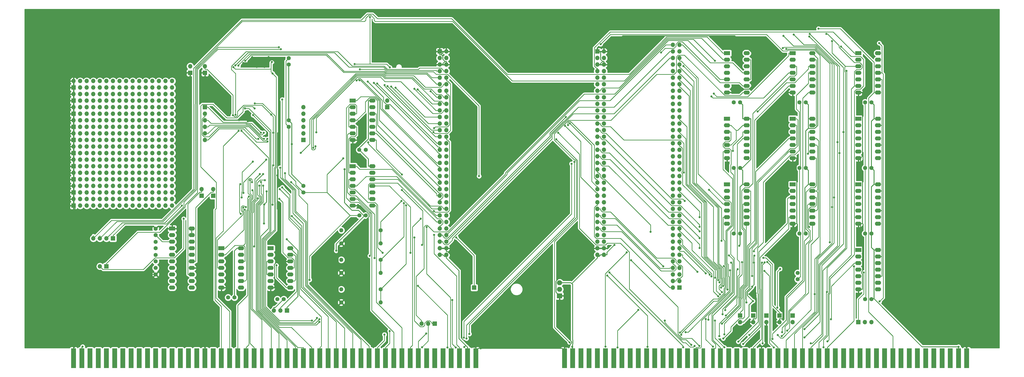
<source format=gbr>
G04 #@! TF.GenerationSoftware,KiCad,Pcbnew,(5.1.5)-3*
G04 #@! TF.CreationDate,2023-07-18T22:41:28-04:00*
G04 #@! TF.ProjectId,NovaFPGA,4e6f7661-4650-4474-912e-6b696361645f,rev?*
G04 #@! TF.SameCoordinates,Original*
G04 #@! TF.FileFunction,Copper,L2,Bot*
G04 #@! TF.FilePolarity,Positive*
%FSLAX46Y46*%
G04 Gerber Fmt 4.6, Leading zero omitted, Abs format (unit mm)*
G04 Created by KiCad (PCBNEW (5.1.5)-3) date 2023-07-18 22:41:28*
%MOMM*%
%LPD*%
G04 APERTURE LIST*
%ADD10O,1.700000X1.700000*%
%ADD11R,1.700000X1.700000*%
%ADD12C,1.600000*%
%ADD13R,1.905000X7.620000*%
%ADD14R,1.397000X7.620000*%
%ADD15O,1.600000X1.600000*%
%ADD16O,2.400000X1.600000*%
%ADD17R,2.400000X1.600000*%
%ADD18R,2.000000X1.905000*%
%ADD19O,2.000000X1.905000*%
%ADD20C,0.800000*%
%ADD21C,0.250000*%
%ADD22C,0.350000*%
%ADD23C,0.254000*%
G04 APERTURE END LIST*
D10*
X35560000Y-112395000D03*
X35560000Y-114935000D03*
X33020000Y-112395000D03*
X33020000Y-114935000D03*
X30480000Y-112395000D03*
X30480000Y-114935000D03*
X27940000Y-112395000D03*
X27940000Y-114935000D03*
X25400000Y-112395000D03*
X25400000Y-114935000D03*
X22860000Y-112395000D03*
X22860000Y-114935000D03*
X20320000Y-112395000D03*
X20320000Y-114935000D03*
X17780000Y-112395000D03*
X17780000Y-114935000D03*
X15240000Y-112395000D03*
X15240000Y-114935000D03*
X12700000Y-112395000D03*
X12700000Y-114935000D03*
X10160000Y-112395000D03*
X10160000Y-114935000D03*
X7620000Y-112395000D03*
X7620000Y-114935000D03*
X5080000Y-112395000D03*
X5080000Y-114935000D03*
X2540000Y-112395000D03*
X2540000Y-114935000D03*
X0Y-112395000D03*
X0Y-114935000D03*
X-2540000Y-112395000D03*
D11*
X-2540000Y-114935000D03*
X-2540000Y-69215000D03*
D10*
X-2540000Y-66675000D03*
X0Y-69215000D03*
X0Y-66675000D03*
X2540000Y-69215000D03*
X2540000Y-66675000D03*
X5080000Y-69215000D03*
X5080000Y-66675000D03*
X7620000Y-69215000D03*
X7620000Y-66675000D03*
X10160000Y-69215000D03*
X10160000Y-66675000D03*
X12700000Y-69215000D03*
X12700000Y-66675000D03*
X15240000Y-69215000D03*
X15240000Y-66675000D03*
X17780000Y-69215000D03*
X17780000Y-66675000D03*
X20320000Y-69215000D03*
X20320000Y-66675000D03*
X22860000Y-69215000D03*
X22860000Y-66675000D03*
X25400000Y-69215000D03*
X25400000Y-66675000D03*
X27940000Y-69215000D03*
X27940000Y-66675000D03*
X30480000Y-69215000D03*
X30480000Y-66675000D03*
X33020000Y-69215000D03*
X33020000Y-66675000D03*
X35560000Y-69215000D03*
X35560000Y-66675000D03*
X35560000Y-71755000D03*
X35560000Y-74295000D03*
X33020000Y-71755000D03*
X33020000Y-74295000D03*
X30480000Y-71755000D03*
X30480000Y-74295000D03*
X27940000Y-71755000D03*
X27940000Y-74295000D03*
X25400000Y-71755000D03*
X25400000Y-74295000D03*
X22860000Y-71755000D03*
X22860000Y-74295000D03*
X20320000Y-71755000D03*
X20320000Y-74295000D03*
X17780000Y-71755000D03*
X17780000Y-74295000D03*
X15240000Y-71755000D03*
X15240000Y-74295000D03*
X12700000Y-71755000D03*
X12700000Y-74295000D03*
X10160000Y-71755000D03*
X10160000Y-74295000D03*
X7620000Y-71755000D03*
X7620000Y-74295000D03*
X5080000Y-71755000D03*
X5080000Y-74295000D03*
X2540000Y-71755000D03*
X2540000Y-74295000D03*
X0Y-71755000D03*
X0Y-74295000D03*
X-2540000Y-71755000D03*
D11*
X-2540000Y-74295000D03*
X-2540000Y-79375000D03*
D10*
X-2540000Y-76835000D03*
X0Y-79375000D03*
X0Y-76835000D03*
X2540000Y-79375000D03*
X2540000Y-76835000D03*
X5080000Y-79375000D03*
X5080000Y-76835000D03*
X7620000Y-79375000D03*
X7620000Y-76835000D03*
X10160000Y-79375000D03*
X10160000Y-76835000D03*
X12700000Y-79375000D03*
X12700000Y-76835000D03*
X15240000Y-79375000D03*
X15240000Y-76835000D03*
X17780000Y-79375000D03*
X17780000Y-76835000D03*
X20320000Y-79375000D03*
X20320000Y-76835000D03*
X22860000Y-79375000D03*
X22860000Y-76835000D03*
X25400000Y-79375000D03*
X25400000Y-76835000D03*
X27940000Y-79375000D03*
X27940000Y-76835000D03*
X30480000Y-79375000D03*
X30480000Y-76835000D03*
X33020000Y-79375000D03*
X33020000Y-76835000D03*
X35560000Y-79375000D03*
X35560000Y-76835000D03*
X35560000Y-81915000D03*
X35560000Y-84455000D03*
X33020000Y-81915000D03*
X33020000Y-84455000D03*
X30480000Y-81915000D03*
X30480000Y-84455000D03*
X27940000Y-81915000D03*
X27940000Y-84455000D03*
X25400000Y-81915000D03*
X25400000Y-84455000D03*
X22860000Y-81915000D03*
X22860000Y-84455000D03*
X20320000Y-81915000D03*
X20320000Y-84455000D03*
X17780000Y-81915000D03*
X17780000Y-84455000D03*
X15240000Y-81915000D03*
X15240000Y-84455000D03*
X12700000Y-81915000D03*
X12700000Y-84455000D03*
X10160000Y-81915000D03*
X10160000Y-84455000D03*
X7620000Y-81915000D03*
X7620000Y-84455000D03*
X5080000Y-81915000D03*
X5080000Y-84455000D03*
X2540000Y-81915000D03*
X2540000Y-84455000D03*
X0Y-81915000D03*
X0Y-84455000D03*
X-2540000Y-81915000D03*
D11*
X-2540000Y-84455000D03*
X-2540000Y-89535000D03*
D10*
X-2540000Y-86995000D03*
X0Y-89535000D03*
X0Y-86995000D03*
X2540000Y-89535000D03*
X2540000Y-86995000D03*
X5080000Y-89535000D03*
X5080000Y-86995000D03*
X7620000Y-89535000D03*
X7620000Y-86995000D03*
X10160000Y-89535000D03*
X10160000Y-86995000D03*
X12700000Y-89535000D03*
X12700000Y-86995000D03*
X15240000Y-89535000D03*
X15240000Y-86995000D03*
X17780000Y-89535000D03*
X17780000Y-86995000D03*
X20320000Y-89535000D03*
X20320000Y-86995000D03*
X22860000Y-89535000D03*
X22860000Y-86995000D03*
X25400000Y-89535000D03*
X25400000Y-86995000D03*
X27940000Y-89535000D03*
X27940000Y-86995000D03*
X30480000Y-89535000D03*
X30480000Y-86995000D03*
X33020000Y-89535000D03*
X33020000Y-86995000D03*
X35560000Y-89535000D03*
X35560000Y-86995000D03*
X35560000Y-92075000D03*
X35560000Y-94615000D03*
X33020000Y-92075000D03*
X33020000Y-94615000D03*
X30480000Y-92075000D03*
X30480000Y-94615000D03*
X27940000Y-92075000D03*
X27940000Y-94615000D03*
X25400000Y-92075000D03*
X25400000Y-94615000D03*
X22860000Y-92075000D03*
X22860000Y-94615000D03*
X20320000Y-92075000D03*
X20320000Y-94615000D03*
X17780000Y-92075000D03*
X17780000Y-94615000D03*
X15240000Y-92075000D03*
X15240000Y-94615000D03*
X12700000Y-92075000D03*
X12700000Y-94615000D03*
X10160000Y-92075000D03*
X10160000Y-94615000D03*
X7620000Y-92075000D03*
X7620000Y-94615000D03*
X5080000Y-92075000D03*
X5080000Y-94615000D03*
X2540000Y-92075000D03*
X2540000Y-94615000D03*
X0Y-92075000D03*
X0Y-94615000D03*
X-2540000Y-92075000D03*
D11*
X-2540000Y-94615000D03*
X-2540000Y-99695000D03*
D10*
X-2540000Y-97155000D03*
X0Y-99695000D03*
X0Y-97155000D03*
X2540000Y-99695000D03*
X2540000Y-97155000D03*
X5080000Y-99695000D03*
X5080000Y-97155000D03*
X7620000Y-99695000D03*
X7620000Y-97155000D03*
X10160000Y-99695000D03*
X10160000Y-97155000D03*
X12700000Y-99695000D03*
X12700000Y-97155000D03*
X15240000Y-99695000D03*
X15240000Y-97155000D03*
X17780000Y-99695000D03*
X17780000Y-97155000D03*
X20320000Y-99695000D03*
X20320000Y-97155000D03*
X22860000Y-99695000D03*
X22860000Y-97155000D03*
X25400000Y-99695000D03*
X25400000Y-97155000D03*
X27940000Y-99695000D03*
X27940000Y-97155000D03*
X30480000Y-99695000D03*
X30480000Y-97155000D03*
X33020000Y-99695000D03*
X33020000Y-97155000D03*
X35560000Y-99695000D03*
X35560000Y-97155000D03*
X35560000Y-102235000D03*
X35560000Y-104775000D03*
X33020000Y-102235000D03*
X33020000Y-104775000D03*
X30480000Y-102235000D03*
X30480000Y-104775000D03*
X27940000Y-102235000D03*
X27940000Y-104775000D03*
X25400000Y-102235000D03*
X25400000Y-104775000D03*
X22860000Y-102235000D03*
X22860000Y-104775000D03*
X20320000Y-102235000D03*
X20320000Y-104775000D03*
X17780000Y-102235000D03*
X17780000Y-104775000D03*
X15240000Y-102235000D03*
X15240000Y-104775000D03*
X12700000Y-102235000D03*
X12700000Y-104775000D03*
X10160000Y-102235000D03*
X10160000Y-104775000D03*
X7620000Y-102235000D03*
X7620000Y-104775000D03*
X5080000Y-102235000D03*
X5080000Y-104775000D03*
X2540000Y-102235000D03*
X2540000Y-104775000D03*
X0Y-102235000D03*
X0Y-104775000D03*
X-2540000Y-102235000D03*
D11*
X-2540000Y-104775000D03*
X-2540000Y-109855000D03*
D10*
X-2540000Y-107315000D03*
X0Y-109855000D03*
X0Y-107315000D03*
X2540000Y-109855000D03*
X2540000Y-107315000D03*
X5080000Y-109855000D03*
X5080000Y-107315000D03*
X7620000Y-109855000D03*
X7620000Y-107315000D03*
X10160000Y-109855000D03*
X10160000Y-107315000D03*
X12700000Y-109855000D03*
X12700000Y-107315000D03*
X15240000Y-109855000D03*
X15240000Y-107315000D03*
X17780000Y-109855000D03*
X17780000Y-107315000D03*
X20320000Y-109855000D03*
X20320000Y-107315000D03*
X22860000Y-109855000D03*
X22860000Y-107315000D03*
X25400000Y-109855000D03*
X25400000Y-107315000D03*
X27940000Y-109855000D03*
X27940000Y-107315000D03*
X30480000Y-109855000D03*
X30480000Y-107315000D03*
X33020000Y-109855000D03*
X33020000Y-107315000D03*
X35560000Y-109855000D03*
X35560000Y-107315000D03*
D12*
X107950000Y-93345000D03*
X110450000Y-93345000D03*
X107990000Y-118745000D03*
X110490000Y-118745000D03*
X303570000Y-74930000D03*
X306070000Y-74930000D03*
X306070000Y-100330000D03*
X303570000Y-100330000D03*
X29210000Y-126365000D03*
X29210000Y-123865000D03*
X29210000Y-141565000D03*
X29210000Y-139065000D03*
X306070000Y-125730000D03*
X303570000Y-125730000D03*
X255270000Y-74930000D03*
X252770000Y-74930000D03*
X29210000Y-128945000D03*
X29210000Y-131445000D03*
X29210000Y-134025000D03*
X29210000Y-136525000D03*
X57190000Y-150495000D03*
X59690000Y-150495000D03*
X306070000Y-151130000D03*
X303570000Y-151130000D03*
X278170000Y-74930000D03*
X280670000Y-74930000D03*
X255270000Y-100330000D03*
X252770000Y-100330000D03*
X278170000Y-100330000D03*
X280670000Y-100330000D03*
X255270000Y-125730000D03*
X252770000Y-125730000D03*
X278170000Y-125730000D03*
X280670000Y-125730000D03*
X78740000Y-151130000D03*
X76240000Y-151130000D03*
X277495000Y-143470000D03*
X277495000Y-140970000D03*
X80645000Y-60325000D03*
X80645000Y-57825000D03*
X80645000Y-81915000D03*
X80645000Y-84415000D03*
X86360000Y-109815000D03*
X86360000Y-107315000D03*
D10*
X141605000Y-133985000D03*
X139065000Y-133985000D03*
X141605000Y-131445000D03*
X139065000Y-131445000D03*
X141605000Y-128905000D03*
X139065000Y-128905000D03*
X141605000Y-126365000D03*
X139065000Y-126365000D03*
X141605000Y-123825000D03*
X139065000Y-123825000D03*
X141605000Y-121285000D03*
X139065000Y-121285000D03*
X141605000Y-118745000D03*
X139065000Y-118745000D03*
X141605000Y-116205000D03*
X139065000Y-116205000D03*
X141605000Y-113665000D03*
X139065000Y-113665000D03*
X141605000Y-111125000D03*
X139065000Y-111125000D03*
X141605000Y-108585000D03*
X139065000Y-108585000D03*
X141605000Y-106045000D03*
X139065000Y-106045000D03*
X141605000Y-103505000D03*
X139065000Y-103505000D03*
X141605000Y-100965000D03*
X139065000Y-100965000D03*
X141605000Y-98425000D03*
X139065000Y-98425000D03*
X141605000Y-95885000D03*
X139065000Y-95885000D03*
X141605000Y-93345000D03*
X139065000Y-93345000D03*
X141605000Y-90805000D03*
X139065000Y-90805000D03*
X141605000Y-88265000D03*
X139065000Y-88265000D03*
X141605000Y-85725000D03*
X139065000Y-85725000D03*
X141605000Y-83185000D03*
X139065000Y-83185000D03*
X141605000Y-80645000D03*
X139065000Y-80645000D03*
X141605000Y-78105000D03*
X139065000Y-78105000D03*
X141605000Y-75565000D03*
X139065000Y-75565000D03*
X141605000Y-73025000D03*
X139065000Y-73025000D03*
X141605000Y-70485000D03*
X139065000Y-70485000D03*
X141605000Y-67945000D03*
X139065000Y-67945000D03*
X141605000Y-65405000D03*
X139065000Y-65405000D03*
X141605000Y-62865000D03*
X139065000Y-62865000D03*
X141605000Y-60325000D03*
X139065000Y-60325000D03*
X141605000Y-57785000D03*
X139065000Y-57785000D03*
X141605000Y-55245000D03*
D11*
X139065000Y-55245000D03*
X200025000Y-55245000D03*
D10*
X202565000Y-55245000D03*
X200025000Y-57785000D03*
X202565000Y-57785000D03*
X200025000Y-60325000D03*
X202565000Y-60325000D03*
X200025000Y-62865000D03*
X202565000Y-62865000D03*
X200025000Y-65405000D03*
X202565000Y-65405000D03*
X200025000Y-67945000D03*
X202565000Y-67945000D03*
X200025000Y-70485000D03*
X202565000Y-70485000D03*
X200025000Y-73025000D03*
X202565000Y-73025000D03*
X200025000Y-75565000D03*
X202565000Y-75565000D03*
X200025000Y-78105000D03*
X202565000Y-78105000D03*
X200025000Y-80645000D03*
X202565000Y-80645000D03*
X200025000Y-83185000D03*
X202565000Y-83185000D03*
X200025000Y-85725000D03*
X202565000Y-85725000D03*
X200025000Y-88265000D03*
X202565000Y-88265000D03*
X200025000Y-90805000D03*
X202565000Y-90805000D03*
X200025000Y-93345000D03*
X202565000Y-93345000D03*
X200025000Y-95885000D03*
X202565000Y-95885000D03*
X200025000Y-98425000D03*
X202565000Y-98425000D03*
X200025000Y-100965000D03*
X202565000Y-100965000D03*
X200025000Y-103505000D03*
X202565000Y-103505000D03*
X200025000Y-106045000D03*
X202565000Y-106045000D03*
X200025000Y-108585000D03*
X202565000Y-108585000D03*
X200025000Y-111125000D03*
X202565000Y-111125000D03*
X200025000Y-113665000D03*
X202565000Y-113665000D03*
X200025000Y-116205000D03*
X202565000Y-116205000D03*
X200025000Y-118745000D03*
X202565000Y-118745000D03*
X200025000Y-121285000D03*
X202565000Y-121285000D03*
X200025000Y-123825000D03*
X202565000Y-123825000D03*
X200025000Y-126365000D03*
X202565000Y-126365000D03*
X200025000Y-128905000D03*
X202565000Y-128905000D03*
X200025000Y-131445000D03*
X202565000Y-131445000D03*
X200025000Y-133985000D03*
X202565000Y-133985000D03*
D13*
X-2540000Y-173990000D03*
X635000Y-173990000D03*
X3810000Y-173990000D03*
X6985000Y-173990000D03*
X10160000Y-173990000D03*
X13335000Y-173990000D03*
X16510000Y-173990000D03*
X19685000Y-173990000D03*
X22860000Y-173990000D03*
X26035000Y-173990000D03*
X29210000Y-173990000D03*
X32385000Y-173990000D03*
X35560000Y-173990000D03*
X38735000Y-173990000D03*
X41910000Y-173990000D03*
X45085000Y-173990000D03*
X48260000Y-173990000D03*
X51435000Y-173990000D03*
X54610000Y-173990000D03*
X57785000Y-173990000D03*
X60960000Y-173990000D03*
X64135000Y-173990000D03*
X67310000Y-173990000D03*
D14*
X70231000Y-173990000D03*
X73914000Y-173990000D03*
D13*
X76835000Y-173990000D03*
X80010000Y-173990000D03*
X83185000Y-173990000D03*
X86360000Y-173990000D03*
X89535000Y-173990000D03*
X92710000Y-173990000D03*
X95885000Y-173990000D03*
X99060000Y-173990000D03*
X102235000Y-173990000D03*
X105410000Y-173990000D03*
X108585000Y-173990000D03*
X111760000Y-173990000D03*
X114935000Y-173990000D03*
X118110000Y-173990000D03*
X121285000Y-173990000D03*
X124460000Y-173990000D03*
X127635000Y-173990000D03*
X130810000Y-173990000D03*
X133985000Y-173990000D03*
X137160000Y-173990000D03*
X140335000Y-173990000D03*
X143510000Y-173990000D03*
X146685000Y-173990000D03*
X149860000Y-173990000D03*
X153035000Y-173990000D03*
X187325000Y-173990000D03*
X190500000Y-173990000D03*
X193675000Y-173990000D03*
X196850000Y-173990000D03*
X200025000Y-173990000D03*
X203200000Y-173990000D03*
X206375000Y-173990000D03*
X209550000Y-173990000D03*
X212725000Y-173990000D03*
X215900000Y-173990000D03*
X219075000Y-173990000D03*
X222250000Y-173990000D03*
X225425000Y-173990000D03*
X228600000Y-173990000D03*
X231775000Y-173990000D03*
X234950000Y-173990000D03*
X238125000Y-173990000D03*
D14*
X241046000Y-173990000D03*
X244729000Y-173990000D03*
D13*
X247650000Y-173990000D03*
X250825000Y-173990000D03*
X254000000Y-173990000D03*
X257175000Y-173990000D03*
X260350000Y-173990000D03*
X263525000Y-173990000D03*
X266700000Y-173990000D03*
X269875000Y-173990000D03*
X273050000Y-173990000D03*
X276225000Y-173990000D03*
X279400000Y-173990000D03*
X282575000Y-173990000D03*
X285750000Y-173990000D03*
X288925000Y-173990000D03*
X292100000Y-173990000D03*
X295275000Y-173990000D03*
X298450000Y-173990000D03*
X301625000Y-173990000D03*
X304800000Y-173990000D03*
X307975000Y-173990000D03*
X311150000Y-173990000D03*
X314325000Y-173990000D03*
X317500000Y-173990000D03*
X320675000Y-173990000D03*
X323850000Y-173990000D03*
X327025000Y-173990000D03*
X330200000Y-173990000D03*
X333375000Y-173990000D03*
X336550000Y-173990000D03*
X339725000Y-173990000D03*
X342900000Y-173990000D03*
D11*
X12700000Y-127635000D03*
D10*
X10160000Y-127635000D03*
X7620000Y-127635000D03*
X5080000Y-127635000D03*
D11*
X80010000Y-155575000D03*
D10*
X77470000Y-155575000D03*
X74930000Y-155575000D03*
X7620000Y-138430000D03*
D11*
X10160000Y-138430000D03*
X152400000Y-146685000D03*
X231775000Y-146685000D03*
D10*
X229235000Y-146685000D03*
X231775000Y-144145000D03*
X229235000Y-144145000D03*
X231775000Y-141605000D03*
X229235000Y-141605000D03*
X231775000Y-139065000D03*
X229235000Y-139065000D03*
X231775000Y-136525000D03*
X229235000Y-136525000D03*
X231775000Y-133985000D03*
X229235000Y-133985000D03*
X231775000Y-131445000D03*
X229235000Y-131445000D03*
X231775000Y-128905000D03*
X229235000Y-128905000D03*
X231775000Y-126365000D03*
X229235000Y-126365000D03*
X231775000Y-123825000D03*
X229235000Y-123825000D03*
X231775000Y-121285000D03*
X229235000Y-121285000D03*
X231775000Y-118745000D03*
X229235000Y-118745000D03*
X231775000Y-116205000D03*
X229235000Y-116205000D03*
X231775000Y-113665000D03*
X229235000Y-113665000D03*
X231775000Y-111125000D03*
X229235000Y-111125000D03*
X231775000Y-108585000D03*
X229235000Y-108585000D03*
X231775000Y-106045000D03*
X229235000Y-106045000D03*
X231775000Y-103505000D03*
X229235000Y-103505000D03*
X231775000Y-100965000D03*
X229235000Y-100965000D03*
X231775000Y-98425000D03*
X229235000Y-98425000D03*
X231775000Y-95885000D03*
X229235000Y-95885000D03*
X231775000Y-93345000D03*
X229235000Y-93345000D03*
X231775000Y-90805000D03*
X229235000Y-90805000D03*
X231775000Y-88265000D03*
X229235000Y-88265000D03*
X231775000Y-85725000D03*
X229235000Y-85725000D03*
X231775000Y-83185000D03*
X229235000Y-83185000D03*
X231775000Y-80645000D03*
X229235000Y-80645000D03*
X231775000Y-78105000D03*
X229235000Y-78105000D03*
X231775000Y-75565000D03*
X229235000Y-75565000D03*
X231775000Y-73025000D03*
X229235000Y-73025000D03*
X231775000Y-70485000D03*
X229235000Y-70485000D03*
X231775000Y-67945000D03*
X229235000Y-67945000D03*
X231775000Y-65405000D03*
X229235000Y-65405000D03*
X231775000Y-62865000D03*
X229235000Y-62865000D03*
X231775000Y-60325000D03*
X229235000Y-60325000D03*
X231775000Y-57785000D03*
X229235000Y-57785000D03*
X231775000Y-55245000D03*
X229235000Y-55245000D03*
X231775000Y-52705000D03*
X229235000Y-52705000D03*
X132080000Y-160655000D03*
X134620000Y-160655000D03*
D11*
X137160000Y-160655000D03*
X300990000Y-160020000D03*
D10*
X303530000Y-160020000D03*
X306070000Y-160020000D03*
X48260000Y-89535000D03*
X48260000Y-86995000D03*
X48260000Y-84455000D03*
X48260000Y-81915000D03*
X48260000Y-79375000D03*
D11*
X48260000Y-76835000D03*
X86360000Y-89535000D03*
D10*
X86360000Y-86995000D03*
X86360000Y-84455000D03*
X86360000Y-81915000D03*
X86360000Y-79375000D03*
X86360000Y-76835000D03*
X265430000Y-160020000D03*
D11*
X265430000Y-157480000D03*
X270510000Y-157480000D03*
D10*
X270510000Y-160020000D03*
X260350000Y-160020000D03*
D11*
X260350000Y-157480000D03*
X275590000Y-157480000D03*
D10*
X275590000Y-160020000D03*
D11*
X46990000Y-111125000D03*
D10*
X46990000Y-108585000D03*
D11*
X51435000Y-111125000D03*
D10*
X51435000Y-108585000D03*
X118745000Y-74295000D03*
D11*
X118745000Y-76835000D03*
D10*
X48260000Y-60960000D03*
D11*
X48260000Y-63500000D03*
X42545000Y-63500000D03*
D10*
X42545000Y-60960000D03*
D11*
X255270000Y-157480000D03*
D10*
X255270000Y-160020000D03*
D15*
X100965000Y-124460000D03*
D12*
X116205000Y-124460000D03*
D15*
X100965000Y-135890000D03*
D12*
X116205000Y-135890000D03*
D15*
X100965000Y-147320000D03*
D12*
X116205000Y-147320000D03*
X100965000Y-129540000D03*
D15*
X116205000Y-129540000D03*
D12*
X100965000Y-140970000D03*
D15*
X116205000Y-140970000D03*
D12*
X100965000Y-152400000D03*
D15*
X116205000Y-152400000D03*
D16*
X113030000Y-74295000D03*
X105410000Y-89535000D03*
X113030000Y-76835000D03*
X105410000Y-86995000D03*
X113030000Y-79375000D03*
X105410000Y-84455000D03*
X113030000Y-81915000D03*
X105410000Y-81915000D03*
X113030000Y-84455000D03*
X105410000Y-79375000D03*
X113030000Y-86995000D03*
X105410000Y-76835000D03*
X113030000Y-89535000D03*
D17*
X105410000Y-74295000D03*
D16*
X113030000Y-99695000D03*
X105410000Y-114935000D03*
X113030000Y-102235000D03*
X105410000Y-112395000D03*
X113030000Y-104775000D03*
X105410000Y-109855000D03*
X113030000Y-107315000D03*
X105410000Y-107315000D03*
X113030000Y-109855000D03*
X105410000Y-104775000D03*
X113030000Y-112395000D03*
X105410000Y-102235000D03*
X113030000Y-114935000D03*
D17*
X105410000Y-99695000D03*
X300990000Y-55880000D03*
D16*
X308610000Y-71120000D03*
X300990000Y-58420000D03*
X308610000Y-68580000D03*
X300990000Y-60960000D03*
X308610000Y-66040000D03*
X300990000Y-63500000D03*
X308610000Y-63500000D03*
X300990000Y-66040000D03*
X308610000Y-60960000D03*
X300990000Y-68580000D03*
X308610000Y-58420000D03*
X300990000Y-71120000D03*
X308610000Y-55880000D03*
D17*
X300990000Y-81280000D03*
D16*
X308610000Y-96520000D03*
X300990000Y-83820000D03*
X308610000Y-93980000D03*
X300990000Y-86360000D03*
X308610000Y-91440000D03*
X300990000Y-88900000D03*
X308610000Y-88900000D03*
X300990000Y-91440000D03*
X308610000Y-86360000D03*
X300990000Y-93980000D03*
X308610000Y-83820000D03*
X300990000Y-96520000D03*
X308610000Y-81280000D03*
X308610000Y-106680000D03*
X300990000Y-121920000D03*
X308610000Y-109220000D03*
X300990000Y-119380000D03*
X308610000Y-111760000D03*
X300990000Y-116840000D03*
X308610000Y-114300000D03*
X300990000Y-114300000D03*
X308610000Y-116840000D03*
X300990000Y-111760000D03*
X308610000Y-119380000D03*
X300990000Y-109220000D03*
X308610000Y-121920000D03*
D17*
X300990000Y-106680000D03*
X300990000Y-132080000D03*
D16*
X308610000Y-147320000D03*
X300990000Y-134620000D03*
X308610000Y-144780000D03*
X300990000Y-137160000D03*
X308610000Y-142240000D03*
X300990000Y-139700000D03*
X308610000Y-139700000D03*
X300990000Y-142240000D03*
X308610000Y-137160000D03*
X300990000Y-144780000D03*
X308610000Y-134620000D03*
X300990000Y-147320000D03*
X308610000Y-132080000D03*
D18*
X185420000Y-149860000D03*
D19*
X185420000Y-147320000D03*
X185420000Y-144780000D03*
D17*
X250190000Y-55880000D03*
D16*
X257810000Y-71120000D03*
X250190000Y-58420000D03*
X257810000Y-68580000D03*
X250190000Y-60960000D03*
X257810000Y-66040000D03*
X250190000Y-63500000D03*
X257810000Y-63500000D03*
X250190000Y-66040000D03*
X257810000Y-60960000D03*
X250190000Y-68580000D03*
X257810000Y-58420000D03*
X250190000Y-71120000D03*
X257810000Y-55880000D03*
X283210000Y-55880000D03*
X275590000Y-71120000D03*
X283210000Y-58420000D03*
X275590000Y-68580000D03*
X283210000Y-60960000D03*
X275590000Y-66040000D03*
X283210000Y-63500000D03*
X275590000Y-63500000D03*
X283210000Y-66040000D03*
X275590000Y-60960000D03*
X283210000Y-68580000D03*
X275590000Y-58420000D03*
X283210000Y-71120000D03*
D17*
X275590000Y-55880000D03*
X250190000Y-81280000D03*
D16*
X257810000Y-96520000D03*
X250190000Y-83820000D03*
X257810000Y-93980000D03*
X250190000Y-86360000D03*
X257810000Y-91440000D03*
X250190000Y-88900000D03*
X257810000Y-88900000D03*
X250190000Y-91440000D03*
X257810000Y-86360000D03*
X250190000Y-93980000D03*
X257810000Y-83820000D03*
X250190000Y-96520000D03*
X257810000Y-81280000D03*
X283210000Y-81280000D03*
X275590000Y-96520000D03*
X283210000Y-83820000D03*
X275590000Y-93980000D03*
X283210000Y-86360000D03*
X275590000Y-91440000D03*
X283210000Y-88900000D03*
X275590000Y-88900000D03*
X283210000Y-91440000D03*
X275590000Y-86360000D03*
X283210000Y-93980000D03*
X275590000Y-83820000D03*
X283210000Y-96520000D03*
D17*
X275590000Y-81280000D03*
X250190000Y-106680000D03*
D16*
X257810000Y-121920000D03*
X250190000Y-109220000D03*
X257810000Y-119380000D03*
X250190000Y-111760000D03*
X257810000Y-116840000D03*
X250190000Y-114300000D03*
X257810000Y-114300000D03*
X250190000Y-116840000D03*
X257810000Y-111760000D03*
X250190000Y-119380000D03*
X257810000Y-109220000D03*
X250190000Y-121920000D03*
X257810000Y-106680000D03*
X283210000Y-106680000D03*
X275590000Y-121920000D03*
X283210000Y-109220000D03*
X275590000Y-119380000D03*
X283210000Y-111760000D03*
X275590000Y-116840000D03*
X283210000Y-114300000D03*
X275590000Y-114300000D03*
X283210000Y-116840000D03*
X275590000Y-111760000D03*
X283210000Y-119380000D03*
X275590000Y-109220000D03*
X283210000Y-121920000D03*
D17*
X275590000Y-106680000D03*
X73660000Y-131445000D03*
D16*
X81280000Y-146685000D03*
X73660000Y-133985000D03*
X81280000Y-144145000D03*
X73660000Y-136525000D03*
X81280000Y-141605000D03*
X73660000Y-139065000D03*
X81280000Y-139065000D03*
X73660000Y-141605000D03*
X81280000Y-136525000D03*
X73660000Y-144145000D03*
X81280000Y-133985000D03*
X73660000Y-146685000D03*
X81280000Y-131445000D03*
D17*
X54610000Y-131445000D03*
D16*
X62230000Y-146685000D03*
X54610000Y-133985000D03*
X62230000Y-144145000D03*
X54610000Y-136525000D03*
X62230000Y-141605000D03*
X54610000Y-139065000D03*
X62230000Y-139065000D03*
X54610000Y-141605000D03*
X62230000Y-136525000D03*
X54610000Y-144145000D03*
X62230000Y-133985000D03*
X54610000Y-146685000D03*
X62230000Y-131445000D03*
D17*
X35560000Y-123825000D03*
D16*
X43180000Y-146685000D03*
X35560000Y-126365000D03*
X43180000Y-144145000D03*
X35560000Y-128905000D03*
X43180000Y-141605000D03*
X35560000Y-131445000D03*
X43180000Y-139065000D03*
X35560000Y-133985000D03*
X43180000Y-136525000D03*
X35560000Y-136525000D03*
X43180000Y-133985000D03*
X35560000Y-139065000D03*
X43180000Y-131445000D03*
X35560000Y-141605000D03*
X43180000Y-128905000D03*
X35560000Y-144145000D03*
X43180000Y-126365000D03*
X35560000Y-146685000D03*
X43180000Y-123825000D03*
D20*
X88709400Y-143652100D03*
X101764400Y-96588900D03*
X64858700Y-82298900D03*
X61424200Y-81761500D03*
X64808800Y-80521400D03*
X72861500Y-57378900D03*
X76276400Y-103190300D03*
X66516100Y-57395100D03*
X315200600Y-149271000D03*
X77033600Y-80501900D03*
X258903000Y-149196300D03*
X76731400Y-116726100D03*
X77033600Y-86146500D03*
X63009200Y-59725200D03*
X107625000Y-82273600D03*
X77033600Y-74582800D03*
X268922500Y-136842400D03*
X261216600Y-148817300D03*
X261315600Y-150810600D03*
X48260000Y-169566800D03*
X71285200Y-61240700D03*
X68294900Y-61254700D03*
X-2410150Y-169674850D03*
X154940000Y-170180000D03*
X342770150Y-169674850D03*
X926200Y-169513500D03*
X254864500Y-130455400D03*
X206618600Y-130179900D03*
X148545700Y-169688900D03*
X102208500Y-100870400D03*
X190323800Y-169559400D03*
X339725000Y-169568000D03*
X99008300Y-132378900D03*
X187850100Y-80593100D03*
X145410500Y-127233800D03*
X111353900Y-90465600D03*
X126043500Y-114823600D03*
X125179600Y-113985100D03*
X124279200Y-113107600D03*
X108030900Y-66400800D03*
X106908600Y-66477200D03*
X111231200Y-66927500D03*
X66735600Y-97869700D03*
X62410100Y-111804800D03*
X113583100Y-67377800D03*
X71902700Y-97144400D03*
X63163600Y-109959600D03*
X114858600Y-67614500D03*
X136811600Y-116987200D03*
X117724400Y-68278400D03*
X118834700Y-68673600D03*
X120317900Y-68846800D03*
X121938400Y-69285100D03*
X91321300Y-86527600D03*
X129213200Y-69725800D03*
X90167400Y-92583500D03*
X130493600Y-69969700D03*
X90963100Y-91963700D03*
X135499400Y-70634700D03*
X136857700Y-84953600D03*
X85324200Y-94491500D03*
X63824800Y-58870100D03*
X136596500Y-86437400D03*
X61177500Y-60727500D03*
X60058400Y-79803200D03*
X60007500Y-60664200D03*
X72122000Y-109409800D03*
X81853200Y-91144500D03*
X260782100Y-134297100D03*
X79892900Y-127909300D03*
X71085400Y-121850400D03*
X259862900Y-146346300D03*
X71165000Y-114493400D03*
X260557000Y-136961200D03*
X260200300Y-151874700D03*
X245462500Y-58863600D03*
X233475000Y-102088800D03*
X233822900Y-113135700D03*
X239578400Y-123095000D03*
X239574200Y-124885100D03*
X239583700Y-127529700D03*
X239597600Y-131307400D03*
X220621100Y-125095000D03*
X154258400Y-103505000D03*
X108145400Y-62168600D03*
X188648300Y-83757200D03*
X189355700Y-83049800D03*
X187497400Y-84021100D03*
X225511300Y-138449900D03*
X112026400Y-41910000D03*
X106137600Y-60146400D03*
X119777300Y-61421000D03*
X67465800Y-77277400D03*
X61224300Y-85971300D03*
X66446300Y-105809800D03*
X65700000Y-105110800D03*
X66615400Y-108974100D03*
X69518500Y-102684000D03*
X70718900Y-102680000D03*
X71419900Y-105098000D03*
X69301700Y-107197500D03*
X69871800Y-105746800D03*
X248482800Y-156992500D03*
X254303500Y-139559900D03*
X70752400Y-107178900D03*
X249707100Y-157490600D03*
X255977200Y-136845600D03*
X74154300Y-59271800D03*
X59207400Y-61281500D03*
X89660200Y-159408900D03*
X74419600Y-63721400D03*
X62403200Y-85977900D03*
X242994200Y-159053800D03*
X251770600Y-136984500D03*
X77184700Y-108569900D03*
X248238100Y-160622300D03*
X78140400Y-107844600D03*
X81828900Y-118957600D03*
X62148500Y-118133500D03*
X61928300Y-106603700D03*
X77344300Y-100231200D03*
X78137000Y-73857400D03*
X273405200Y-163341500D03*
X79221100Y-102378700D03*
X258826700Y-165020000D03*
X81607200Y-105814600D03*
X234133400Y-163889200D03*
X117664600Y-164846200D03*
X150486900Y-164581600D03*
X119703900Y-163464600D03*
X231929500Y-164085100D03*
X248996300Y-138365200D03*
X148377000Y-166032300D03*
X190042300Y-98722000D03*
X149401100Y-166358400D03*
X191148100Y-97996600D03*
X131684100Y-120015000D03*
X132206000Y-169728900D03*
X133864000Y-164420900D03*
X271504100Y-163928200D03*
X232483600Y-164945700D03*
X269779900Y-165043800D03*
X249116300Y-164803100D03*
X142019700Y-169867900D03*
X130632800Y-145932000D03*
X112007900Y-134348000D03*
X133955800Y-123236200D03*
X145243300Y-169806100D03*
X143921100Y-151509700D03*
X113807300Y-135200900D03*
X136842700Y-126250900D03*
X203170200Y-169548400D03*
X211412100Y-132987200D03*
X260573400Y-132625800D03*
X207816700Y-169806100D03*
X215893300Y-155270200D03*
X249519000Y-155401100D03*
X247160700Y-165465200D03*
X189262100Y-167859500D03*
X184138800Y-89211600D03*
X271352000Y-165426400D03*
X219393500Y-169554600D03*
X203837800Y-141986600D03*
X116989000Y-133226000D03*
X248718400Y-166350600D03*
X267749200Y-166539300D03*
X254518400Y-167588800D03*
X233242100Y-169763500D03*
X204663300Y-140766900D03*
X127714200Y-133154200D03*
X256390900Y-168483300D03*
X184840800Y-86717000D03*
X237617000Y-169291000D03*
X251354000Y-139928300D03*
X213113900Y-136057300D03*
X132243200Y-130175000D03*
X124410500Y-108880200D03*
X124410500Y-102903700D03*
X239522000Y-169291000D03*
X241971000Y-158873300D03*
X92507700Y-158925600D03*
X63722800Y-77266500D03*
X244729000Y-169545000D03*
X250945800Y-134176800D03*
X249124100Y-169799000D03*
X245537200Y-159459400D03*
X91572500Y-158412400D03*
X67570000Y-75318900D03*
X236349500Y-168811800D03*
X226085100Y-159470800D03*
X92482600Y-159980900D03*
X66840300Y-79885400D03*
X263744900Y-136962200D03*
X263976500Y-168236500D03*
X264745300Y-136947200D03*
X268316800Y-169854700D03*
X264631300Y-140180700D03*
X265745700Y-136707700D03*
X276005100Y-48722300D03*
X280155800Y-162748900D03*
X292921400Y-90314700D03*
X284101900Y-149147400D03*
X201268800Y-52416400D03*
X293646700Y-94598200D03*
X281985700Y-49416600D03*
X280137800Y-165941900D03*
X271778100Y-53973500D03*
X290777900Y-115497900D03*
X289936400Y-129124500D03*
X273118700Y-54285600D03*
X290345600Y-158909100D03*
X271978200Y-49170000D03*
X291520100Y-111760000D03*
X282151900Y-48412500D03*
X295242000Y-86432200D03*
X282575000Y-168275000D03*
X290810500Y-51220900D03*
X294268000Y-53313800D03*
X289002100Y-167458600D03*
X296402200Y-62709500D03*
X288887400Y-148351600D03*
X287464800Y-169758400D03*
X288579700Y-48400900D03*
X248017200Y-128547900D03*
X233314300Y-60849400D03*
X299267200Y-138430000D03*
X309032800Y-51992500D03*
X309181600Y-152019600D03*
X285549700Y-46413000D03*
X76854300Y-53596800D03*
X224684000Y-55604500D03*
X39370000Y-114935000D03*
X40005000Y-120015000D03*
X77583400Y-54332000D03*
X257677200Y-152448200D03*
X259853200Y-142123900D03*
X238704000Y-140524500D03*
X241967700Y-141185000D03*
X243443600Y-141637500D03*
X244165200Y-142330700D03*
X246738400Y-150019500D03*
X281937200Y-123209500D03*
X239590700Y-119425200D03*
X243190900Y-108826200D03*
X281474400Y-94862300D03*
X252465700Y-93725300D03*
X245615900Y-142822800D03*
X247445800Y-149312100D03*
X246744000Y-143746300D03*
X261991900Y-78509300D03*
X244132300Y-72610000D03*
X245089300Y-71584100D03*
X247306500Y-144598500D03*
X248239300Y-148390900D03*
X247831100Y-146668100D03*
X248657400Y-146079600D03*
X250288400Y-147438100D03*
X303092700Y-140811500D03*
X129221400Y-127287400D03*
X72435100Y-90090400D03*
X72391300Y-89090000D03*
X71082700Y-89096000D03*
X71039300Y-86681700D03*
X68927800Y-89094900D03*
X69903600Y-86678200D03*
X264170600Y-135140600D03*
X269665800Y-154401900D03*
X270725200Y-139419400D03*
X59033800Y-79972800D03*
X74424400Y-114541900D03*
X74642700Y-86734600D03*
X73866900Y-79717600D03*
X74670500Y-99283000D03*
X77004300Y-112304500D03*
X67290100Y-130752700D03*
X68741500Y-112076500D03*
X63610000Y-116522500D03*
X65214400Y-111425400D03*
X64027200Y-115488900D03*
X63026800Y-115691000D03*
X75878600Y-138052500D03*
D21*
X303570000Y-100330000D02*
X303570000Y-125730000D01*
X303570000Y-74930000D02*
X303570000Y-100330000D01*
X303570000Y-151130000D02*
X303818000Y-150882000D01*
X303818000Y-150882000D02*
X303818000Y-125978000D01*
X303818000Y-125978000D02*
X303570000Y-125730000D01*
X104387700Y-118745000D02*
X88709400Y-134423300D01*
X88709400Y-134423300D02*
X88709400Y-143652100D01*
X86360000Y-109815000D02*
X83369600Y-106824600D01*
X83369600Y-106824600D02*
X83369600Y-105574100D01*
X83369600Y-105574100D02*
X80645000Y-102849500D01*
X80645000Y-102849500D02*
X80645000Y-84415000D01*
X80645000Y-84415000D02*
X79517400Y-83287400D01*
X79517400Y-83287400D02*
X79517400Y-58952600D01*
X79517400Y-58952600D02*
X80645000Y-57825000D01*
X104387700Y-118745000D02*
X107990000Y-118745000D01*
X95457700Y-109815000D02*
X104387700Y-118745000D01*
X95457700Y-109815000D02*
X95457700Y-102895600D01*
X95457700Y-102895600D02*
X101764400Y-96588900D01*
X86360000Y-109815000D02*
X95457700Y-109815000D01*
X278170000Y-100330000D02*
X278515100Y-99984900D01*
X278515100Y-99984900D02*
X278515100Y-75275100D01*
X278515100Y-75275100D02*
X278170000Y-74930000D01*
X278170000Y-100330000D02*
X278170000Y-125730000D01*
X278170000Y-125730000D02*
X278622300Y-126182300D01*
X278622300Y-126182300D02*
X278622300Y-142342700D01*
X278622300Y-142342700D02*
X277495000Y-143470000D01*
X252770000Y-125730000D02*
X253201400Y-125298600D01*
X253201400Y-125298600D02*
X253201400Y-100761400D01*
X253201400Y-100761400D02*
X252770000Y-100330000D01*
X35560000Y-128905000D02*
X31750000Y-128905000D01*
X31750000Y-128905000D02*
X29210000Y-126365000D01*
D22*
X301777700Y-121920000D02*
X301777700Y-130137800D01*
X301777700Y-130137800D02*
X302565300Y-130925400D01*
X302565300Y-130925400D02*
X302565300Y-140242500D01*
X302565300Y-140242500D02*
X302317400Y-140490400D01*
X302317400Y-140490400D02*
X302317400Y-141132600D01*
X302317400Y-141132600D02*
X302565300Y-141380500D01*
X302565300Y-141380500D02*
X302565300Y-147320000D01*
X251765300Y-71120000D02*
X253035300Y-69850000D01*
X253035300Y-69850000D02*
X258622400Y-69850000D01*
X258622400Y-69850000D02*
X259878000Y-68594400D01*
X259878000Y-68594400D02*
X259878000Y-55842600D01*
X259878000Y-55842600D02*
X253197300Y-49161900D01*
X253197300Y-49161900D02*
X209873400Y-49161900D01*
X209873400Y-49161900D02*
X203790300Y-55245000D01*
X100965000Y-129540000D02*
X99789600Y-130715400D01*
X99789600Y-130715400D02*
X99789600Y-139794600D01*
X99789600Y-139794600D02*
X100965000Y-140970000D01*
X100965000Y-129540000D02*
X101382700Y-129540000D01*
X101382700Y-129540000D02*
X111695200Y-119227500D01*
X111695200Y-119227500D02*
X111695200Y-118284100D01*
X111695200Y-118284100D02*
X108346100Y-114935000D01*
X108346100Y-114935000D02*
X105410000Y-114935000D01*
X76276400Y-103190300D02*
X76219800Y-103246900D01*
X76219800Y-103246900D02*
X76219800Y-116214500D01*
X76219800Y-116214500D02*
X76731400Y-116726100D01*
X64067300Y-81507500D02*
X64067300Y-81262900D01*
X64067300Y-81262900D02*
X64808800Y-80521400D01*
X64067300Y-81507500D02*
X64858700Y-82298900D01*
X64067300Y-81507500D02*
X61678200Y-81507500D01*
X61678200Y-81507500D02*
X61424200Y-81761500D01*
X77033600Y-86146500D02*
X77033600Y-80501900D01*
X76276400Y-103190300D02*
X76371300Y-103095400D01*
X76371300Y-103095400D02*
X76371300Y-86808800D01*
X76371300Y-86808800D02*
X77033600Y-86146500D01*
X66516100Y-59652900D02*
X66516100Y-57395100D01*
X72861500Y-57378900D02*
X73789100Y-58306500D01*
X73789100Y-58306500D02*
X73789100Y-58495500D01*
X270510000Y-158794700D02*
X271466200Y-158794700D01*
X271466200Y-158794700D02*
X271735400Y-158525500D01*
X271735400Y-158525500D02*
X271735400Y-137420600D01*
X271735400Y-137420600D02*
X271157200Y-136842400D01*
X261216600Y-148817300D02*
X261315600Y-148916300D01*
X261315600Y-148916300D02*
X261315600Y-150810600D01*
X260350000Y-158794700D02*
X261269000Y-158794700D01*
X261269000Y-158794700D02*
X261628600Y-158435100D01*
X261628600Y-158435100D02*
X261628600Y-151123600D01*
X261628600Y-151123600D02*
X261315600Y-150810600D01*
X258903000Y-149196300D02*
X259282000Y-148817300D01*
X259282000Y-148817300D02*
X261216600Y-148817300D01*
X187325000Y-169804700D02*
X188413400Y-169804700D01*
X188413400Y-169804700D02*
X190037400Y-168180700D01*
X190037400Y-168180700D02*
X190037400Y-167538300D01*
X190037400Y-167538300D02*
X185420000Y-162920900D01*
X185420000Y-162920900D02*
X185420000Y-151187800D01*
X141605000Y-132670300D02*
X142064500Y-132670300D01*
X142064500Y-132670300D02*
X147601700Y-138207500D01*
X147601700Y-138207500D02*
X147601700Y-166353400D01*
X147601700Y-166353400D02*
X151053000Y-169804700D01*
X151053000Y-169804700D02*
X153035000Y-169804700D01*
X153035000Y-173990000D02*
X153035000Y-169804700D01*
X141605000Y-131445000D02*
X141605000Y-132670300D01*
X73789100Y-58495500D02*
X71285200Y-60999400D01*
X71285200Y-60999400D02*
X71285200Y-61240700D01*
X77033600Y-74582800D02*
X77033600Y-61036100D01*
X77033600Y-61036100D02*
X74493000Y-58495500D01*
X74493000Y-58495500D02*
X73789100Y-58495500D01*
X66516100Y-59652900D02*
X66693100Y-59652900D01*
X66693100Y-59652900D02*
X68294900Y-61254700D01*
X63009200Y-59725200D02*
X63081500Y-59652900D01*
X63081500Y-59652900D02*
X66516100Y-59652900D01*
X342900000Y-173990000D02*
X342900000Y-169804700D01*
X315200600Y-149271000D02*
X322366300Y-149271000D01*
X322366300Y-149271000D02*
X342770150Y-169674850D01*
X271157200Y-136842400D02*
X268922500Y-136842400D01*
X276023500Y-121920000D02*
X276023500Y-131976100D01*
X276023500Y-131976100D02*
X271157200Y-136842400D01*
X270510000Y-160020000D02*
X270510000Y-158794700D01*
X77033600Y-80501900D02*
X77033600Y-74582800D01*
X76731400Y-136525000D02*
X76731400Y-116726100D01*
X100965000Y-152400000D02*
X99789600Y-151224600D01*
X99789600Y-151224600D02*
X99789600Y-142145400D01*
X99789600Y-142145400D02*
X100965000Y-140970000D01*
X76731400Y-136525000D02*
X76309700Y-136525000D01*
X76309700Y-136525000D02*
X75103300Y-137731400D01*
X75103300Y-137731400D02*
X75103300Y-138373600D01*
X75103300Y-138373600D02*
X75235300Y-138505600D01*
X75235300Y-138505600D02*
X75235300Y-146685000D01*
X76731400Y-136525000D02*
X79704700Y-136525000D01*
X81280000Y-136525000D02*
X79704700Y-136525000D01*
X73660000Y-146685000D02*
X75235300Y-146685000D01*
X-2540000Y-173990000D02*
X-2540000Y-169804700D01*
X29210000Y-141565000D02*
X25699700Y-141565000D01*
X25699700Y-141565000D02*
X-2410150Y-169674850D01*
X300990000Y-147320000D02*
X302565300Y-147320000D01*
X301777700Y-121920000D02*
X302565300Y-121920000D01*
X300990000Y-121920000D02*
X301777700Y-121920000D01*
X276023500Y-121920000D02*
X277165300Y-121920000D01*
X275590000Y-121920000D02*
X276023500Y-121920000D01*
X275590000Y-96520000D02*
X277165300Y-96520000D01*
X277165300Y-121920000D02*
X277165300Y-101174800D01*
X277165300Y-101174800D02*
X276993200Y-101002700D01*
X276993200Y-101002700D02*
X276993200Y-97179000D01*
X276993200Y-97179000D02*
X277165300Y-97006900D01*
X277165300Y-97006900D02*
X277165300Y-96520000D01*
X187325000Y-173990000D02*
X187325000Y-169804700D01*
X186544300Y-174770700D02*
X187325000Y-173990000D01*
X185420000Y-149860000D02*
X185420000Y-151187800D01*
X198799700Y-131445000D02*
X196750800Y-131445000D01*
X196750800Y-131445000D02*
X183994900Y-144200900D01*
X183994900Y-144200900D02*
X183994900Y-148434900D01*
X183994900Y-148434900D02*
X185420000Y-149860000D01*
X105410000Y-89535000D02*
X106985300Y-89535000D01*
X107625000Y-82273600D02*
X107625000Y-88895300D01*
X107625000Y-88895300D02*
X106985300Y-89535000D01*
X260350000Y-160020000D02*
X260350000Y-158794700D01*
X300990000Y-71120000D02*
X302565300Y-71120000D01*
X302565300Y-71120000D02*
X302565300Y-72954700D01*
X302565300Y-72954700D02*
X302368300Y-73151700D01*
X302368300Y-73151700D02*
X302368300Y-75908300D01*
X302368300Y-75908300D02*
X302568300Y-76108300D01*
X302568300Y-76108300D02*
X302568300Y-95729400D01*
X302568300Y-95729400D02*
X301777700Y-96520000D01*
X301777700Y-96520000D02*
X301777700Y-100717700D01*
X301777700Y-100717700D02*
X302565300Y-101505300D01*
X302565300Y-101505300D02*
X302565300Y-121920000D01*
X300990000Y-96520000D02*
X301777700Y-96520000D01*
X71285200Y-61240700D02*
X71271200Y-61254700D01*
X71271200Y-61254700D02*
X68294900Y-61254700D01*
X201339700Y-55245000D02*
X201250300Y-55245000D01*
X202565000Y-55245000D02*
X201339700Y-55245000D01*
X202105500Y-59099700D02*
X201339700Y-58333900D01*
X201339700Y-58333900D02*
X201339700Y-55245000D01*
X250190000Y-71120000D02*
X251765300Y-71120000D01*
X202565000Y-55245000D02*
X203790300Y-55245000D01*
X265430000Y-161245300D02*
X265430000Y-167899700D01*
X265430000Y-167899700D02*
X263525000Y-169804700D01*
X153815700Y-174770700D02*
X153035000Y-173990000D01*
X139650500Y-56470300D02*
X139065000Y-56470300D01*
X141145400Y-59099700D02*
X140290300Y-58244600D01*
X140290300Y-58244600D02*
X140290300Y-57110100D01*
X140290300Y-57110100D02*
X139650500Y-56470300D01*
X140379700Y-55245000D02*
X140379700Y-55741100D01*
X140379700Y-55741100D02*
X139650500Y-56470300D01*
X141605000Y-55245000D02*
X140379700Y-55245000D01*
X141145400Y-59099700D02*
X140290300Y-59954800D01*
X140290300Y-59954800D02*
X140290300Y-60325000D01*
X141605000Y-59099700D02*
X141145400Y-59099700D01*
X139065000Y-55245000D02*
X139065000Y-56470300D01*
X200025000Y-55245000D02*
X201250300Y-55245000D01*
X202565000Y-59099700D02*
X202105500Y-59099700D01*
X202105500Y-59099700D02*
X201250300Y-59954900D01*
X201250300Y-59954900D02*
X201250300Y-60325000D01*
X200025000Y-60325000D02*
X201250300Y-60325000D01*
X139065000Y-60325000D02*
X140290300Y-60325000D01*
X48260000Y-169566800D02*
X48260000Y-173990000D01*
X44755300Y-139065000D02*
X48260000Y-142569700D01*
X48260000Y-142569700D02*
X48260000Y-169566800D01*
X43180000Y-139065000D02*
X44755300Y-139065000D01*
X141605000Y-60325000D02*
X141605000Y-59099700D01*
X263525000Y-173990000D02*
X263525000Y-169804700D01*
X265430000Y-160020000D02*
X265430000Y-161245300D01*
X200025000Y-131445000D02*
X198799700Y-131445000D01*
X202565000Y-60325000D02*
X202565000Y-59099700D01*
X-2410150Y-169674850D02*
X-2540000Y-169804700D01*
X187325000Y-171132500D02*
X187325000Y-173990000D01*
X186372500Y-170180000D02*
X187325000Y-171132500D01*
X153987500Y-170180000D02*
X154940000Y-170180000D01*
X153035000Y-171132500D02*
X153987500Y-170180000D01*
X153035000Y-173990000D02*
X153035000Y-171132500D01*
X154940000Y-170180000D02*
X186372500Y-170180000D01*
X342770150Y-169674850D02*
X342900000Y-169804700D01*
X-2010151Y-114793084D02*
X-2204118Y-114599117D01*
X-2410150Y-169674850D02*
X-2010151Y-169274851D01*
X-2010151Y-169274851D02*
X-2010151Y-114793084D01*
X635000Y-169804700D02*
X926200Y-169513500D01*
X635000Y-173990000D02*
X635000Y-169804700D01*
X306070000Y-100330000D02*
X307034700Y-101294700D01*
X307034700Y-101294700D02*
X307034700Y-106680000D01*
X306070000Y-100330000D02*
X306070000Y-82244700D01*
X306070000Y-82244700D02*
X307034700Y-81280000D01*
X308610000Y-106680000D02*
X307034700Y-106680000D01*
X306070000Y-125730000D02*
X306070000Y-107644700D01*
X306070000Y-107644700D02*
X307034700Y-106680000D01*
X307034700Y-132080000D02*
X306070000Y-131115300D01*
X306070000Y-131115300D02*
X306070000Y-125730000D01*
X281634700Y-85013600D02*
X284145900Y-85013600D01*
X284145900Y-85013600D02*
X285291100Y-83868400D01*
X285291100Y-83868400D02*
X285291100Y-57961100D01*
X285291100Y-57961100D02*
X283210000Y-55880000D01*
X280670000Y-100330000D02*
X280670000Y-85978300D01*
X280670000Y-85978300D02*
X281634700Y-85013600D01*
X281634700Y-81280000D02*
X281634700Y-85013600D01*
X255270000Y-125730000D02*
X255270000Y-130049900D01*
X255270000Y-130049900D02*
X254864500Y-130455400D01*
X202565000Y-133985000D02*
X203790300Y-133985000D01*
X203790300Y-133985000D02*
X203790300Y-133008200D01*
X203790300Y-133008200D02*
X206618600Y-130179900D01*
X201966900Y-133985000D02*
X202565000Y-133985000D01*
X201966900Y-133985000D02*
X201339700Y-133985000D01*
X141605000Y-135210300D02*
X146517700Y-140123000D01*
X146517700Y-140123000D02*
X146517700Y-166462300D01*
X146517700Y-166462300D02*
X148385100Y-168329700D01*
X148385100Y-168329700D02*
X148385100Y-168329800D01*
X148385100Y-168329800D02*
X149145000Y-169089600D01*
X149145000Y-169089600D02*
X148545700Y-169688900D01*
X149145000Y-169089600D02*
X149860000Y-169804700D01*
X113030000Y-99695000D02*
X111454700Y-99695000D01*
X111454700Y-99695000D02*
X111454700Y-96849700D01*
X111454700Y-96849700D02*
X107950000Y-93345000D01*
X109882500Y-118951500D02*
X107659400Y-116728400D01*
X107659400Y-116728400D02*
X105097100Y-116728400D01*
X105097100Y-116728400D02*
X102208500Y-113839800D01*
X102208500Y-113839800D02*
X102208500Y-100870400D01*
X109882500Y-118951500D02*
X110089000Y-118745000D01*
X110089000Y-118745000D02*
X110490000Y-118745000D01*
X99008300Y-132378900D02*
X99008300Y-129825700D01*
X99008300Y-129825700D02*
X109882500Y-118951500D01*
X111454700Y-74295000D02*
X111454700Y-89158700D01*
X111454700Y-89158700D02*
X107950000Y-92663400D01*
X107950000Y-92663400D02*
X107950000Y-93345000D01*
X190323800Y-169559400D02*
X190323800Y-169234800D01*
X190323800Y-169234800D02*
X190432700Y-169125900D01*
X190432700Y-169125900D02*
X190432700Y-168563700D01*
X190432700Y-168563700D02*
X190587700Y-168408700D01*
X190587700Y-168408700D02*
X190587700Y-167310300D01*
X190587700Y-167310300D02*
X190561700Y-167284300D01*
X190561700Y-167284300D02*
X190561700Y-166963000D01*
X190561700Y-166963000D02*
X190432700Y-166834000D01*
X190432700Y-166834000D02*
X190432700Y-145417500D01*
X190432700Y-145417500D02*
X190125300Y-145110000D01*
X200025000Y-134597600D02*
X200727100Y-134597600D01*
X200727100Y-134597600D02*
X201339700Y-133985000D01*
X200025000Y-134597600D02*
X200025000Y-135210300D01*
X200025000Y-133985000D02*
X200025000Y-134597600D01*
X281634700Y-106680000D02*
X280261300Y-108053400D01*
X280261300Y-108053400D02*
X280261300Y-125321300D01*
X280261300Y-125321300D02*
X280670000Y-125730000D01*
X190500000Y-169804700D02*
X190323800Y-169628500D01*
X190323800Y-169628500D02*
X190323800Y-169559400D01*
X190125300Y-145110000D02*
X189795200Y-144780000D01*
X189795200Y-144780000D02*
X185420000Y-144780000D01*
X190125300Y-145110000D02*
X200025000Y-135210300D01*
X280670000Y-74930000D02*
X281634700Y-75894700D01*
X281634700Y-75894700D02*
X281634700Y-81280000D01*
X139065000Y-133985000D02*
X140290300Y-133985000D01*
X141605000Y-134597600D02*
X140902900Y-134597600D01*
X140902900Y-134597600D02*
X140290300Y-133985000D01*
X141605000Y-134597600D02*
X141605000Y-135210300D01*
X141605000Y-133985000D02*
X141605000Y-134597600D01*
X62230000Y-131445000D02*
X60654700Y-131445000D01*
X59690000Y-150495000D02*
X59690000Y-132409700D01*
X59690000Y-132409700D02*
X60654700Y-131445000D01*
X307034700Y-150969100D02*
X325633600Y-169568000D01*
X325633600Y-169568000D02*
X339725000Y-169568000D01*
X307034700Y-132080000D02*
X307034700Y-150969100D01*
X306070000Y-151130000D02*
X306230900Y-150969100D01*
X306230900Y-150969100D02*
X307034700Y-150969100D01*
X306070000Y-74930000D02*
X307034700Y-75894700D01*
X307034700Y-75894700D02*
X307034700Y-81280000D01*
X308610000Y-81280000D02*
X307034700Y-81280000D01*
X149860000Y-173990000D02*
X149860000Y-169804700D01*
X280670000Y-100330000D02*
X281634700Y-101294700D01*
X281634700Y-101294700D02*
X281634700Y-106680000D01*
X283210000Y-106680000D02*
X281634700Y-106680000D01*
X339725000Y-169568000D02*
X339725000Y-169804700D01*
X339725000Y-173990000D02*
X339725000Y-169804700D01*
X283210000Y-81280000D02*
X281634700Y-81280000D01*
X190500000Y-173990000D02*
X190500000Y-169804700D01*
X113030000Y-74295000D02*
X111454700Y-74295000D01*
X74930000Y-155575000D02*
X74930000Y-154349700D01*
X78740000Y-151130000D02*
X75520300Y-154349700D01*
X75520300Y-154349700D02*
X74930000Y-154349700D01*
X256234700Y-106680000D02*
X255270000Y-107644700D01*
X255270000Y-107644700D02*
X255270000Y-125730000D01*
X255692100Y-100752000D02*
X259385300Y-97058800D01*
X259385300Y-97058800D02*
X259385300Y-81280000D01*
X255692100Y-100752000D02*
X255270000Y-100330000D01*
X256234700Y-106680000D02*
X256234700Y-101294700D01*
X256234700Y-101294700D02*
X255692100Y-100752000D01*
X257810000Y-81280000D02*
X259385300Y-81280000D01*
X308610000Y-132080000D02*
X307034700Y-132080000D01*
X257810000Y-81280000D02*
X256234700Y-81280000D01*
X256234700Y-81280000D02*
X256234700Y-75894700D01*
X256234700Y-75894700D02*
X255270000Y-74930000D01*
X257810000Y-106680000D02*
X256234700Y-106680000D01*
D21*
X228059700Y-55245000D02*
X206469700Y-76835000D01*
X206469700Y-76835000D02*
X192634100Y-76835000D01*
X192634100Y-76835000D02*
X187073900Y-82395200D01*
X187073900Y-82395200D02*
X186823800Y-82395200D01*
X186823800Y-82395200D02*
X182097400Y-87121600D01*
X182097400Y-87121600D02*
X182097400Y-88412600D01*
X182097400Y-88412600D02*
X141605000Y-128905000D01*
X229235000Y-55245000D02*
X228059700Y-55245000D01*
X228059700Y-57785000D02*
X206469700Y-79375000D01*
X206469700Y-79375000D02*
X190731000Y-79375000D01*
X190731000Y-79375000D02*
X187260500Y-82845500D01*
X187260500Y-82845500D02*
X187010400Y-82845500D01*
X187010400Y-82845500D02*
X182547700Y-87308200D01*
X182547700Y-87308200D02*
X182547700Y-89056600D01*
X182547700Y-89056600D02*
X143884100Y-127720200D01*
X143884100Y-127720200D02*
X143884100Y-128334000D01*
X143884100Y-128334000D02*
X142137800Y-130080300D01*
X142137800Y-130080300D02*
X141048200Y-130080300D01*
X141048200Y-130080300D02*
X140240300Y-129272400D01*
X140240300Y-129272400D02*
X140240300Y-128905000D01*
X139065000Y-128905000D02*
X140240300Y-128905000D01*
X229235000Y-57785000D02*
X228059700Y-57785000D01*
X229235000Y-52705000D02*
X226546700Y-52705000D01*
X226546700Y-52705000D02*
X204956700Y-74295000D01*
X204956700Y-74295000D02*
X193106500Y-74295000D01*
X193106500Y-74295000D02*
X165101600Y-102299900D01*
X165101600Y-102299900D02*
X165101600Y-102868400D01*
X165101600Y-102868400D02*
X141605000Y-126365000D01*
X187850100Y-80593100D02*
X181647100Y-86796100D01*
X181647100Y-86796100D02*
X181647100Y-88006000D01*
X181647100Y-88006000D02*
X142112800Y-127540300D01*
X142112800Y-127540300D02*
X141048200Y-127540300D01*
X141048200Y-127540300D02*
X140240300Y-126732400D01*
X140240300Y-126732400D02*
X140240300Y-126365000D01*
X139065000Y-126365000D02*
X140240300Y-126365000D01*
X152400000Y-146685000D02*
X152400000Y-134223300D01*
X152400000Y-134223300D02*
X145410500Y-127233800D01*
X114555300Y-104775000D02*
X122919600Y-104775000D01*
X122919600Y-104775000D02*
X138159600Y-120015000D01*
X138159600Y-120015000D02*
X139459800Y-120015000D01*
X139459800Y-120015000D02*
X140240300Y-120795500D01*
X140240300Y-120795500D02*
X140240300Y-121841800D01*
X140240300Y-121841800D02*
X139432400Y-122649700D01*
X139432400Y-122649700D02*
X139065000Y-122649700D01*
X139065000Y-123825000D02*
X139065000Y-122649700D01*
X113030000Y-104775000D02*
X114555300Y-104775000D01*
X139065000Y-121285000D02*
X137889700Y-121285000D01*
X113030000Y-112395000D02*
X111504700Y-112395000D01*
X111504700Y-112395000D02*
X111504700Y-106780400D01*
X111504700Y-106780400D02*
X112144100Y-106141000D01*
X112144100Y-106141000D02*
X122745700Y-106141000D01*
X122745700Y-106141000D02*
X137889700Y-121285000D01*
X105410000Y-107315000D02*
X106935300Y-107315000D01*
X106935300Y-107315000D02*
X110614700Y-103635600D01*
X110614700Y-103635600D02*
X122417100Y-103635600D01*
X122417100Y-103635600D02*
X137526500Y-118745000D01*
X137526500Y-118745000D02*
X139065000Y-118745000D01*
X140429700Y-116205000D02*
X140429700Y-115837600D01*
X140429700Y-115837600D02*
X139621800Y-115029700D01*
X139621800Y-115029700D02*
X135458400Y-115029700D01*
X135458400Y-115029700D02*
X111353900Y-90925200D01*
X111353900Y-90925200D02*
X111353900Y-90465600D01*
X141605000Y-116205000D02*
X140429700Y-116205000D01*
X137889700Y-116205000D02*
X135996800Y-116205000D01*
X135996800Y-116205000D02*
X120612100Y-100820300D01*
X120612100Y-100820300D02*
X108060600Y-100820300D01*
X108060600Y-100820300D02*
X106935300Y-99695000D01*
X105410000Y-99695000D02*
X106935300Y-99695000D01*
X139065000Y-116205000D02*
X137889700Y-116205000D01*
X139065000Y-113665000D02*
X139065000Y-112489700D01*
X113030000Y-79375000D02*
X114555300Y-79375000D01*
X114555300Y-79375000D02*
X114555300Y-85801600D01*
X114555300Y-85801600D02*
X138703300Y-109949600D01*
X138703300Y-109949600D02*
X139590600Y-109949600D01*
X139590600Y-109949600D02*
X140240300Y-110599300D01*
X140240300Y-110599300D02*
X140240300Y-111681800D01*
X140240300Y-111681800D02*
X139432400Y-112489700D01*
X139432400Y-112489700D02*
X139065000Y-112489700D01*
X139065000Y-111125000D02*
X137889700Y-111125000D01*
X113030000Y-86995000D02*
X114555300Y-86995000D01*
X114555300Y-86995000D02*
X137889700Y-110329400D01*
X137889700Y-110329400D02*
X137889700Y-111125000D01*
X106935300Y-81915000D02*
X110252500Y-78597800D01*
X110252500Y-78597800D02*
X110252500Y-74759600D01*
X110252500Y-74759600D02*
X111858500Y-73153600D01*
X111858500Y-73153600D02*
X113885600Y-73153600D01*
X113885600Y-73153600D02*
X115037800Y-74305800D01*
X115037800Y-74305800D02*
X115037800Y-83749800D01*
X115037800Y-83749800D02*
X138697700Y-107409700D01*
X138697700Y-107409700D02*
X139065000Y-107409700D01*
X139065000Y-108585000D02*
X139065000Y-107409700D01*
X105410000Y-81915000D02*
X106935300Y-81915000D01*
X116205000Y-147320000D02*
X126043500Y-137481500D01*
X126043500Y-137481500D02*
X126043500Y-114823600D01*
X116205000Y-152400000D02*
X116205000Y-147320000D01*
X106935300Y-74295000D02*
X108527100Y-72703200D01*
X108527100Y-72703200D02*
X114077400Y-72703200D01*
X114077400Y-72703200D02*
X115707300Y-74333100D01*
X115707300Y-74333100D02*
X115707300Y-81879300D01*
X115707300Y-81879300D02*
X138697700Y-104869700D01*
X138697700Y-104869700D02*
X139065000Y-104869700D01*
X139065000Y-106045000D02*
X139065000Y-104869700D01*
X105410000Y-74295000D02*
X106935300Y-74295000D01*
X116205000Y-135890000D02*
X125179600Y-126915400D01*
X125179600Y-126915400D02*
X125179600Y-113985100D01*
X116205000Y-139844700D02*
X116205000Y-135890000D01*
X116205000Y-140970000D02*
X116205000Y-139844700D01*
X310135300Y-109220000D02*
X310135300Y-116840000D01*
X310135300Y-91440000D02*
X310135300Y-109220000D01*
X308610000Y-116840000D02*
X310135300Y-116840000D01*
X310135300Y-134620000D02*
X310135300Y-116840000D01*
X310022700Y-134620000D02*
X310135300Y-134620000D01*
X308610000Y-134620000D02*
X310022700Y-134620000D01*
X308610000Y-142240000D02*
X310135300Y-142240000D01*
X310135300Y-134620000D02*
X310135300Y-142240000D01*
X308610000Y-66040000D02*
X310135300Y-66040000D01*
X310135300Y-83820000D02*
X310135300Y-66040000D01*
X310022700Y-83820000D02*
X310135300Y-83820000D01*
X308610000Y-83820000D02*
X310022700Y-83820000D01*
X310135300Y-83820000D02*
X310135300Y-91440000D01*
X308610000Y-91440000D02*
X310135300Y-91440000D01*
X308610000Y-109220000D02*
X310135300Y-109220000D01*
X116205000Y-124460000D02*
X116205000Y-121181800D01*
X116205000Y-121181800D02*
X124279200Y-113107600D01*
X116205000Y-129540000D02*
X116205000Y-124460000D01*
X108030900Y-66400800D02*
X108419900Y-66400800D01*
X108419900Y-66400800D02*
X116157700Y-74138600D01*
X116157700Y-74138600D02*
X116157700Y-77396600D01*
X116157700Y-77396600D02*
X138550800Y-99789700D01*
X138550800Y-99789700D02*
X139065000Y-99789700D01*
X139065000Y-100965000D02*
X139065000Y-99789700D01*
X137889700Y-98425000D02*
X116839100Y-77374400D01*
X116839100Y-77374400D02*
X116839100Y-74183100D01*
X116839100Y-74183100D02*
X108331500Y-65675500D01*
X108331500Y-65675500D02*
X107710300Y-65675500D01*
X107710300Y-65675500D02*
X106908600Y-66477200D01*
X139065000Y-98425000D02*
X137889700Y-98425000D01*
X139065000Y-94709700D02*
X138735000Y-94709700D01*
X138735000Y-94709700D02*
X137889700Y-93864400D01*
X137889700Y-93864400D02*
X137889700Y-93743500D01*
X137889700Y-93743500D02*
X119805800Y-75659600D01*
X119805800Y-75659600D02*
X118375200Y-75659600D01*
X118375200Y-75659600D02*
X117289400Y-74573800D01*
X117289400Y-74573800D02*
X117289400Y-72985700D01*
X117289400Y-72985700D02*
X111231200Y-66927500D01*
X139065000Y-95885000D02*
X139065000Y-94709700D01*
X66735600Y-97869700D02*
X62653600Y-101951700D01*
X62653600Y-101951700D02*
X62653600Y-109443900D01*
X62653600Y-109443900D02*
X62410100Y-109687400D01*
X62410100Y-109687400D02*
X62410100Y-111804800D01*
X139065000Y-92169700D02*
X138375000Y-92169700D01*
X138375000Y-92169700D02*
X113583100Y-67377800D01*
X139065000Y-93345000D02*
X139065000Y-92169700D01*
X71902700Y-97144400D02*
X63163600Y-105883500D01*
X63163600Y-105883500D02*
X63163600Y-109959600D01*
X139065000Y-90805000D02*
X137889700Y-90805000D01*
X137889700Y-90805000D02*
X137889700Y-90645600D01*
X137889700Y-90645600D02*
X114858600Y-67614500D01*
X141605000Y-89440300D02*
X141972400Y-89440300D01*
X141972400Y-89440300D02*
X142780300Y-90248200D01*
X142780300Y-90248200D02*
X142780300Y-116743800D01*
X142780300Y-116743800D02*
X142113700Y-117410400D01*
X142113700Y-117410400D02*
X137234800Y-117410400D01*
X137234800Y-117410400D02*
X136811600Y-116987200D01*
X141605000Y-88265000D02*
X141605000Y-89440300D01*
X117724400Y-68278400D02*
X117724400Y-68591000D01*
X117724400Y-68591000D02*
X137398400Y-88265000D01*
X137398400Y-88265000D02*
X139065000Y-88265000D01*
X137889700Y-85725000D02*
X137876800Y-85712100D01*
X137876800Y-85712100D02*
X135873200Y-85712100D01*
X135873200Y-85712100D02*
X118834700Y-68673600D01*
X139065000Y-85725000D02*
X137889700Y-85725000D01*
X139065000Y-83185000D02*
X134656100Y-83185000D01*
X134656100Y-83185000D02*
X120317900Y-68846800D01*
X137889700Y-80645000D02*
X133298300Y-80645000D01*
X133298300Y-80645000D02*
X121938400Y-69285100D01*
X139065000Y-80645000D02*
X137889700Y-80645000D01*
X91321300Y-86527600D02*
X91321300Y-81038800D01*
X91321300Y-81038800D02*
X107172800Y-65187300D01*
X107172800Y-65187300D02*
X116174800Y-65187300D01*
X116174800Y-65187300D02*
X117862200Y-66874700D01*
X117862200Y-66874700D02*
X123975700Y-66874700D01*
X123975700Y-66874700D02*
X136381300Y-79280300D01*
X136381300Y-79280300D02*
X139621800Y-79280300D01*
X139621800Y-79280300D02*
X140429700Y-78472400D01*
X140429700Y-78472400D02*
X140429700Y-78105000D01*
X141605000Y-78105000D02*
X140429700Y-78105000D01*
X137889700Y-78105000D02*
X137592400Y-78105000D01*
X137592400Y-78105000D02*
X129213200Y-69725800D01*
X139065000Y-78105000D02*
X137889700Y-78105000D01*
X141605000Y-75565000D02*
X140429700Y-75565000D01*
X140429700Y-75565000D02*
X140429700Y-75197600D01*
X140429700Y-75197600D02*
X139621800Y-74389700D01*
X139621800Y-74389700D02*
X136933700Y-74389700D01*
X136933700Y-74389700D02*
X128292900Y-65748900D01*
X128292900Y-65748900D02*
X117917200Y-65748900D01*
X117917200Y-65748900D02*
X116895300Y-64727000D01*
X116895300Y-64727000D02*
X106940600Y-64727000D01*
X106940600Y-64727000D02*
X90167400Y-81500200D01*
X90167400Y-81500200D02*
X90167400Y-92583500D01*
X139065000Y-75565000D02*
X136088900Y-75565000D01*
X136088900Y-75565000D02*
X130493600Y-69969700D01*
X141605000Y-73025000D02*
X140429700Y-73025000D01*
X90963100Y-91963700D02*
X90963100Y-92829700D01*
X90963100Y-92829700D02*
X90472100Y-93320700D01*
X90472100Y-93320700D02*
X89814600Y-93320700D01*
X89814600Y-93320700D02*
X89431100Y-92937200D01*
X89431100Y-92937200D02*
X89431100Y-81584800D01*
X89431100Y-81584800D02*
X106739200Y-64276700D01*
X106739200Y-64276700D02*
X117174900Y-64276700D01*
X117174900Y-64276700D02*
X118196800Y-65298600D01*
X118196800Y-65298600D02*
X128588200Y-65298600D01*
X128588200Y-65298600D02*
X133049800Y-69760200D01*
X133049800Y-69760200D02*
X135744600Y-69760200D01*
X135744600Y-69760200D02*
X137834100Y-71849700D01*
X137834100Y-71849700D02*
X139621800Y-71849700D01*
X139621800Y-71849700D02*
X140429700Y-72657600D01*
X140429700Y-72657600D02*
X140429700Y-73025000D01*
X137889700Y-73025000D02*
X135499400Y-70634700D01*
X139065000Y-73025000D02*
X137889700Y-73025000D01*
X141605000Y-71660300D02*
X141972400Y-71660300D01*
X141972400Y-71660300D02*
X142780300Y-72468200D01*
X142780300Y-72468200D02*
X142780300Y-83692400D01*
X142780300Y-83692400D02*
X142017700Y-84455000D01*
X142017700Y-84455000D02*
X137356300Y-84455000D01*
X137356300Y-84455000D02*
X136857700Y-84953600D01*
X141605000Y-70485000D02*
X141605000Y-71660300D01*
X140429700Y-67945000D02*
X140429700Y-68312400D01*
X140429700Y-68312400D02*
X139621800Y-69120300D01*
X139621800Y-69120300D02*
X133456800Y-69120300D01*
X133456800Y-69120300D02*
X128959700Y-64623200D01*
X128959700Y-64623200D02*
X118158300Y-64623200D01*
X118158300Y-64623200D02*
X117361500Y-63826400D01*
X117361500Y-63826400D02*
X106552600Y-63826400D01*
X106552600Y-63826400D02*
X88809200Y-81569800D01*
X88809200Y-81569800D02*
X88809200Y-91006500D01*
X88809200Y-91006500D02*
X85324200Y-94491500D01*
X141605000Y-67945000D02*
X140429700Y-67945000D01*
X63824800Y-58870100D02*
X66041400Y-56653500D01*
X66041400Y-56653500D02*
X95167800Y-56653500D01*
X95167800Y-56653500D02*
X101890400Y-63376100D01*
X101890400Y-63376100D02*
X117548100Y-63376100D01*
X117548100Y-63376100D02*
X118223600Y-64051600D01*
X118223600Y-64051600D02*
X133996300Y-64051600D01*
X133996300Y-64051600D02*
X137889700Y-67945000D01*
X139065000Y-67945000D02*
X137889700Y-67945000D01*
X141605000Y-65405000D02*
X141605000Y-66580300D01*
X136596500Y-86437400D02*
X137084400Y-86925300D01*
X137084400Y-86925300D02*
X142081800Y-86925300D01*
X142081800Y-86925300D02*
X143232800Y-85774300D01*
X143232800Y-85774300D02*
X143232800Y-67842800D01*
X143232800Y-67842800D02*
X141970300Y-66580300D01*
X141970300Y-66580300D02*
X141605000Y-66580300D01*
X61177500Y-60727500D02*
X61177500Y-60489500D01*
X61177500Y-60489500D02*
X65463800Y-56203200D01*
X65463800Y-56203200D02*
X95392900Y-56203200D01*
X95392900Y-56203200D02*
X102115500Y-62925800D01*
X102115500Y-62925800D02*
X117734700Y-62925800D01*
X117734700Y-62925800D02*
X118410200Y-63601300D01*
X118410200Y-63601300D02*
X134182900Y-63601300D01*
X134182900Y-63601300D02*
X135986600Y-65405000D01*
X135986600Y-65405000D02*
X139065000Y-65405000D01*
X60058400Y-79803200D02*
X60058400Y-63798400D01*
X60058400Y-63798400D02*
X58465700Y-62205700D01*
X58465700Y-62205700D02*
X58465700Y-60987500D01*
X58465700Y-60987500D02*
X64161800Y-55291400D01*
X64161800Y-55291400D02*
X99619600Y-55291400D01*
X99619600Y-55291400D02*
X105200000Y-60871800D01*
X105200000Y-60871800D02*
X117591400Y-60871800D01*
X117591400Y-60871800D02*
X118866000Y-62146400D01*
X118866000Y-62146400D02*
X130783800Y-62146400D01*
X130783800Y-62146400D02*
X131266300Y-61663900D01*
X131266300Y-61663900D02*
X139595900Y-61663900D01*
X139595900Y-61663900D02*
X140429700Y-62497700D01*
X140429700Y-62497700D02*
X140429700Y-62865000D01*
X141605000Y-62865000D02*
X140429700Y-62865000D01*
X60007500Y-60664200D02*
X64918800Y-55752900D01*
X64918800Y-55752900D02*
X98359500Y-55752900D01*
X98359500Y-55752900D02*
X103928700Y-61322100D01*
X103928700Y-61322100D02*
X117404800Y-61322100D01*
X117404800Y-61322100D02*
X118679400Y-62596700D01*
X118679400Y-62596700D02*
X137621400Y-62596700D01*
X137621400Y-62596700D02*
X137889700Y-62865000D01*
X139065000Y-62865000D02*
X137889700Y-62865000D01*
D22*
X260557000Y-136961200D02*
X260638200Y-137042400D01*
X260638200Y-137042400D02*
X260638200Y-145571000D01*
X260638200Y-145571000D02*
X259862900Y-146346300D01*
X71165000Y-114493400D02*
X72122000Y-113536400D01*
X72122000Y-113536400D02*
X72122000Y-109409800D01*
X71085400Y-121850400D02*
X71085400Y-114573000D01*
X71085400Y-114573000D02*
X71165000Y-114493400D01*
X260557000Y-136961200D02*
X260557000Y-134522200D01*
X260557000Y-134522200D02*
X260782100Y-134297100D01*
X260200300Y-151874700D02*
X258127600Y-149802000D01*
X258127600Y-149802000D02*
X258127600Y-148459400D01*
X258127600Y-148459400D02*
X259862900Y-146724100D01*
X259862900Y-146724100D02*
X259862900Y-146346300D01*
X260200300Y-151874700D02*
X258725000Y-153350000D01*
X258725000Y-153350000D02*
X258725000Y-157790300D01*
X258725000Y-157790300D02*
X256495300Y-160020000D01*
X81853200Y-91144500D02*
X81853200Y-83123200D01*
X81853200Y-83123200D02*
X80645000Y-81915000D01*
X86360000Y-107315000D02*
X81853200Y-102808200D01*
X81853200Y-102808200D02*
X81853200Y-91144500D01*
X80010000Y-154349700D02*
X84217900Y-150141800D01*
X84217900Y-150141800D02*
X84217900Y-132234300D01*
X84217900Y-132234300D02*
X79892900Y-127909300D01*
X80010000Y-155575000D02*
X80010000Y-154349700D01*
X80645000Y-81915000D02*
X80645000Y-60325000D01*
X43180000Y-123825000D02*
X43180000Y-126365000D01*
X255270000Y-160020000D02*
X256495300Y-160020000D01*
D21*
X200025000Y-61689700D02*
X199657600Y-61689700D01*
X199657600Y-61689700D02*
X198849700Y-60881800D01*
X198849700Y-60881800D02*
X198849700Y-53809800D01*
X198849700Y-53809800D02*
X204991900Y-47667600D01*
X204991900Y-47667600D02*
X291252300Y-47667600D01*
X291252300Y-47667600D02*
X299464700Y-55880000D01*
X200025000Y-62865000D02*
X200025000Y-61689700D01*
X300990000Y-55880000D02*
X299464700Y-55880000D01*
X200025000Y-70485000D02*
X201200300Y-70485000D01*
X201200300Y-70485000D02*
X201200300Y-70117600D01*
X201200300Y-70117600D02*
X202008200Y-69309700D01*
X202008200Y-69309700D02*
X208432800Y-69309700D01*
X208432800Y-69309700D02*
X227179700Y-50562800D01*
X227179700Y-50562800D02*
X237161700Y-50562800D01*
X237161700Y-50562800D02*
X245462500Y-58863600D01*
X201200300Y-83185000D02*
X201200300Y-83552400D01*
X201200300Y-83552400D02*
X202008200Y-84360300D01*
X202008200Y-84360300D02*
X205114000Y-84360300D01*
X205114000Y-84360300D02*
X210288700Y-89535000D01*
X210288700Y-89535000D02*
X232179200Y-89535000D01*
X232179200Y-89535000D02*
X233475000Y-90830800D01*
X233475000Y-90830800D02*
X233475000Y-102088800D01*
X200025000Y-83185000D02*
X201200300Y-83185000D01*
X200025000Y-85725000D02*
X201200300Y-85725000D01*
X201200300Y-85725000D02*
X201200300Y-86092400D01*
X201200300Y-86092400D02*
X202008200Y-86900300D01*
X202008200Y-86900300D02*
X203345500Y-86900300D01*
X203345500Y-86900300D02*
X228840200Y-112395000D01*
X228840200Y-112395000D02*
X233082200Y-112395000D01*
X233082200Y-112395000D02*
X233822900Y-113135700D01*
X201200300Y-88265000D02*
X201200300Y-88632400D01*
X201200300Y-88632400D02*
X202008200Y-89440300D01*
X202008200Y-89440300D02*
X203250600Y-89440300D01*
X203250600Y-89440300D02*
X228745300Y-114935000D01*
X228745300Y-114935000D02*
X232183200Y-114935000D01*
X232183200Y-114935000D02*
X239578400Y-122330200D01*
X239578400Y-122330200D02*
X239578400Y-123095000D01*
X200025000Y-88265000D02*
X201200300Y-88265000D01*
X200025000Y-93345000D02*
X201200300Y-93345000D01*
X201200300Y-93345000D02*
X201200300Y-93712400D01*
X201200300Y-93712400D02*
X202008200Y-94520300D01*
X202008200Y-94520300D02*
X204667200Y-94520300D01*
X204667200Y-94520300D02*
X227621900Y-117475000D01*
X227621900Y-117475000D02*
X232238500Y-117475000D01*
X232238500Y-117475000D02*
X239574200Y-124810700D01*
X239574200Y-124810700D02*
X239574200Y-124885100D01*
X201200300Y-95885000D02*
X201200300Y-96252400D01*
X201200300Y-96252400D02*
X202008200Y-97060300D01*
X202008200Y-97060300D02*
X204950500Y-97060300D01*
X204950500Y-97060300D02*
X227905200Y-120015000D01*
X227905200Y-120015000D02*
X232229800Y-120015000D01*
X232229800Y-120015000D02*
X239583700Y-127368900D01*
X239583700Y-127368900D02*
X239583700Y-127529700D01*
X200025000Y-95885000D02*
X201200300Y-95885000D01*
X201200300Y-98425000D02*
X201200300Y-98792400D01*
X201200300Y-98792400D02*
X202008200Y-99600300D01*
X202008200Y-99600300D02*
X204387100Y-99600300D01*
X204387100Y-99600300D02*
X227341800Y-122555000D01*
X227341800Y-122555000D02*
X232185100Y-122555000D01*
X232185100Y-122555000D02*
X239597600Y-129967500D01*
X239597600Y-129967500D02*
X239597600Y-131307400D01*
X200025000Y-98425000D02*
X201200300Y-98425000D01*
X200025000Y-100965000D02*
X200025000Y-102140300D01*
X220621100Y-125095000D02*
X220621100Y-122438600D01*
X220621100Y-122438600D02*
X202862900Y-104680400D01*
X202862900Y-104680400D02*
X202039400Y-104680400D01*
X202039400Y-104680400D02*
X201200300Y-103841300D01*
X201200300Y-103841300D02*
X201200300Y-102948200D01*
X201200300Y-102948200D02*
X200392400Y-102140300D01*
X200392400Y-102140300D02*
X200025000Y-102140300D01*
X154258400Y-103505000D02*
X154258400Y-76977800D01*
X154258400Y-76285800D02*
X142107600Y-64135000D01*
X142107600Y-64135000D02*
X137739400Y-64135000D01*
X137739400Y-64135000D02*
X136651500Y-63047100D01*
X136651500Y-63047100D02*
X118492900Y-63047100D01*
X118492900Y-63047100D02*
X117614400Y-62168600D01*
X117614400Y-62168600D02*
X108145400Y-62168600D01*
X154258400Y-76285800D02*
X154258400Y-76977800D01*
X200025000Y-104869700D02*
X199657600Y-104869700D01*
X199657600Y-104869700D02*
X198849700Y-104061800D01*
X198849700Y-104061800D02*
X198849700Y-91518000D01*
X198849700Y-91518000D02*
X189656200Y-82324500D01*
X189656200Y-82324500D02*
X189055300Y-82324500D01*
X189055300Y-82324500D02*
X188630400Y-82749400D01*
X188630400Y-82749400D02*
X188630400Y-83739300D01*
X188630400Y-83739300D02*
X188648300Y-83757200D01*
X200025000Y-106045000D02*
X200025000Y-104869700D01*
X200025000Y-107409700D02*
X199721800Y-107409700D01*
X199721800Y-107409700D02*
X197797100Y-105485000D01*
X197797100Y-105485000D02*
X197797100Y-91491200D01*
X197797100Y-91491200D02*
X189355700Y-83049800D01*
X200025000Y-108585000D02*
X200025000Y-107409700D01*
X200025000Y-109949700D02*
X199657700Y-109949700D01*
X199657700Y-109949700D02*
X193574600Y-103866600D01*
X193574600Y-103866600D02*
X193574600Y-90098300D01*
X193574600Y-90098300D02*
X187497400Y-84021100D01*
X200025000Y-111125000D02*
X200025000Y-109949700D01*
X200025000Y-113665000D02*
X200025000Y-114840300D01*
X229235000Y-146685000D02*
X228059700Y-146685000D01*
X228059700Y-146685000D02*
X209009700Y-127635000D01*
X209009700Y-127635000D02*
X199627100Y-127635000D01*
X199627100Y-127635000D02*
X198849700Y-126857600D01*
X198849700Y-126857600D02*
X198849700Y-115648200D01*
X198849700Y-115648200D02*
X199657600Y-114840300D01*
X199657600Y-114840300D02*
X200025000Y-114840300D01*
X200025000Y-116205000D02*
X201200300Y-116205000D01*
X229235000Y-144145000D02*
X230410300Y-144145000D01*
X230410300Y-144145000D02*
X230410300Y-143777600D01*
X230410300Y-143777600D02*
X231218200Y-142969700D01*
X231218200Y-142969700D02*
X232142400Y-142969700D01*
X232142400Y-142969700D02*
X232981500Y-142130600D01*
X232981500Y-142130600D02*
X232981500Y-138596500D01*
X232981500Y-138596500D02*
X232274600Y-137889600D01*
X232274600Y-137889600D02*
X231475400Y-137889600D01*
X231475400Y-137889600D02*
X230410400Y-136824600D01*
X230410400Y-136824600D02*
X230410400Y-135999400D01*
X230410400Y-135999400D02*
X229666000Y-135255000D01*
X229666000Y-135255000D02*
X222995900Y-135255000D01*
X222995900Y-135255000D02*
X205121200Y-117380300D01*
X205121200Y-117380300D02*
X202008200Y-117380300D01*
X202008200Y-117380300D02*
X201200300Y-116572400D01*
X201200300Y-116572400D02*
X201200300Y-116205000D01*
X200025000Y-118745000D02*
X201200300Y-118745000D01*
X225511300Y-138449900D02*
X206981700Y-119920300D01*
X206981700Y-119920300D02*
X202008200Y-119920300D01*
X202008200Y-119920300D02*
X201200300Y-119112400D01*
X201200300Y-119112400D02*
X201200300Y-118745000D01*
X229235000Y-139065000D02*
X228059700Y-139065000D01*
X201200300Y-121285000D02*
X201200300Y-121652400D01*
X201200300Y-121652400D02*
X202008200Y-122460300D01*
X202008200Y-122460300D02*
X207585900Y-122460300D01*
X207585900Y-122460300D02*
X224300800Y-139175200D01*
X224300800Y-139175200D02*
X227949500Y-139175200D01*
X227949500Y-139175200D02*
X228059700Y-139065000D01*
X200025000Y-121285000D02*
X201200300Y-121285000D01*
X201200300Y-123825000D02*
X201200300Y-124192400D01*
X201200300Y-124192400D02*
X202008200Y-125000300D01*
X202008200Y-125000300D02*
X209412200Y-125000300D01*
X209412200Y-125000300D02*
X224653800Y-140241900D01*
X224653800Y-140241900D02*
X229759100Y-140241900D01*
X229759100Y-140241900D02*
X230410400Y-139590600D01*
X230410400Y-139590600D02*
X230410400Y-138508400D01*
X230410400Y-138508400D02*
X229602300Y-137700300D01*
X229602300Y-137700300D02*
X229235000Y-137700300D01*
X200025000Y-123825000D02*
X201200300Y-123825000D01*
X229235000Y-136525000D02*
X229235000Y-137700300D01*
X112026400Y-60105600D02*
X118461900Y-60105600D01*
X118461900Y-60105600D02*
X119777300Y-61421000D01*
X112026400Y-60105600D02*
X106178400Y-60105600D01*
X106178400Y-60105600D02*
X106137600Y-60146400D01*
X112026400Y-60105600D02*
X112026400Y-44352500D01*
X112026400Y-44352500D02*
X112026400Y-41910000D01*
X54610000Y-173990000D02*
X54610000Y-153936800D01*
X54610000Y-153936800D02*
X52111200Y-151438000D01*
X52111200Y-151438000D02*
X52111200Y-116528200D01*
X52111200Y-116528200D02*
X52610400Y-116029000D01*
X52610400Y-116029000D02*
X52610400Y-105882400D01*
X52610400Y-105882400D02*
X46633200Y-99905200D01*
X46633200Y-99905200D02*
X46633200Y-76301600D01*
X46633200Y-76301600D02*
X47275200Y-75659600D01*
X47275200Y-75659600D02*
X51345500Y-75659600D01*
X51345500Y-75659600D02*
X56671600Y-80985700D01*
X56671600Y-80985700D02*
X60583500Y-80985700D01*
X60583500Y-80985700D02*
X62997500Y-78571700D01*
X62997500Y-78571700D02*
X62997500Y-76965200D01*
X62997500Y-76965200D02*
X63455800Y-76506900D01*
X63455800Y-76506900D02*
X66695300Y-76506900D01*
X66695300Y-76506900D02*
X67465800Y-77277400D01*
X57785000Y-173990000D02*
X57785000Y-155838100D01*
X57785000Y-155838100D02*
X52561600Y-150614700D01*
X52561600Y-150614700D02*
X52561600Y-127416300D01*
X52561600Y-127416300D02*
X55298200Y-124679700D01*
X55298200Y-124679700D02*
X55298200Y-91897400D01*
X55298200Y-91897400D02*
X61224300Y-85971300D01*
X60960000Y-173990000D02*
X60960000Y-153517500D01*
X60960000Y-153517500D02*
X64763600Y-149713900D01*
X64763600Y-149713900D02*
X64763600Y-117031800D01*
X64763600Y-117031800D02*
X65202800Y-116592600D01*
X65202800Y-116592600D02*
X65202800Y-112462800D01*
X65202800Y-112462800D02*
X65939700Y-111725900D01*
X65939700Y-111725900D02*
X65939700Y-111124900D01*
X65939700Y-111124900D02*
X64939600Y-110124800D01*
X64939600Y-110124800D02*
X64939600Y-104823900D01*
X64939600Y-104823900D02*
X65378700Y-104384800D01*
X65378700Y-104384800D02*
X66007200Y-104384800D01*
X66007200Y-104384800D02*
X66446300Y-104823900D01*
X66446300Y-104823900D02*
X66446300Y-105809800D01*
X64135000Y-169854700D02*
X65213900Y-168775800D01*
X65213900Y-168775800D02*
X65213900Y-117218400D01*
X65213900Y-117218400D02*
X65653100Y-116779200D01*
X65653100Y-116779200D02*
X65653100Y-112649400D01*
X65653100Y-112649400D02*
X66390000Y-111912500D01*
X66390000Y-111912500D02*
X66390000Y-110938300D01*
X66390000Y-110938300D02*
X65700000Y-110248300D01*
X65700000Y-110248300D02*
X65700000Y-105110800D01*
X64135000Y-173990000D02*
X64135000Y-169854700D01*
X67310000Y-169854700D02*
X65664200Y-168208900D01*
X65664200Y-168208900D02*
X65664200Y-117405000D01*
X65664200Y-117405000D02*
X66103400Y-116965800D01*
X66103400Y-116965800D02*
X66103400Y-112836000D01*
X66103400Y-112836000D02*
X66840300Y-112099100D01*
X66840300Y-112099100D02*
X66840300Y-109199000D01*
X66840300Y-109199000D02*
X66615400Y-108974100D01*
X67310000Y-173990000D02*
X67310000Y-169854700D01*
X70231000Y-173990000D02*
X70231000Y-159134900D01*
X70231000Y-159134900D02*
X66114500Y-155018400D01*
X66114500Y-155018400D02*
X66114500Y-117591600D01*
X66114500Y-117591600D02*
X66553700Y-117152400D01*
X66553700Y-117152400D02*
X66553700Y-113395300D01*
X66553700Y-113395300D02*
X67565800Y-112383200D01*
X67565800Y-112383200D02*
X67565800Y-104636700D01*
X67565800Y-104636700D02*
X69518500Y-102684000D01*
X73914000Y-169854700D02*
X73913900Y-169854700D01*
X73913900Y-169854700D02*
X73913900Y-162180900D01*
X73913900Y-162180900D02*
X66564800Y-154831800D01*
X66564800Y-154831800D02*
X66564800Y-117778200D01*
X66564800Y-117778200D02*
X67004000Y-117339000D01*
X67004000Y-117339000D02*
X67004000Y-113581900D01*
X67004000Y-113581900D02*
X68016100Y-112569800D01*
X68016100Y-112569800D02*
X68016100Y-105382800D01*
X68016100Y-105382800D02*
X70718900Y-102680000D01*
X73914000Y-173990000D02*
X73914000Y-169854700D01*
X71419900Y-105098000D02*
X71343400Y-105021500D01*
X71343400Y-105021500D02*
X69571400Y-105021500D01*
X69571400Y-105021500D02*
X68576300Y-106016600D01*
X68576300Y-106016600D02*
X68576300Y-110708300D01*
X68576300Y-110708300D02*
X69466800Y-111598800D01*
X69466800Y-111598800D02*
X69466800Y-112864200D01*
X69466800Y-112864200D02*
X68015500Y-114315500D01*
X68015500Y-114315500D02*
X68015500Y-155645600D01*
X68015500Y-155645600D02*
X76835000Y-164465100D01*
X76835000Y-164465100D02*
X76835000Y-173990000D01*
X69301700Y-107197500D02*
X69301700Y-110796800D01*
X69301700Y-110796800D02*
X69917100Y-111412200D01*
X69917100Y-111412200D02*
X69917100Y-113105200D01*
X69917100Y-113105200D02*
X68465800Y-114556500D01*
X68465800Y-114556500D02*
X68465800Y-155459000D01*
X68465800Y-155459000D02*
X80010000Y-167003200D01*
X80010000Y-167003200D02*
X80010000Y-173990000D01*
X69871800Y-105746800D02*
X70027000Y-105902000D01*
X70027000Y-105902000D02*
X70027000Y-110281800D01*
X70027000Y-110281800D02*
X70367400Y-110622200D01*
X70367400Y-110622200D02*
X70367400Y-113291800D01*
X70367400Y-113291800D02*
X68916100Y-114743100D01*
X68916100Y-114743100D02*
X68916100Y-155272400D01*
X68916100Y-155272400D02*
X83185000Y-169541300D01*
X83185000Y-169541300D02*
X83185000Y-169854700D01*
X83185000Y-173990000D02*
X83185000Y-169854700D01*
X254303500Y-139559900D02*
X253885800Y-139977600D01*
X253885800Y-139977600D02*
X253885800Y-149627800D01*
X253885800Y-149627800D02*
X248482800Y-155030800D01*
X248482800Y-155030800D02*
X248482800Y-156992500D01*
X70752400Y-107178900D02*
X70817700Y-107244200D01*
X70817700Y-107244200D02*
X70817700Y-113478400D01*
X70817700Y-113478400D02*
X69366400Y-114929700D01*
X69366400Y-114929700D02*
X69366400Y-155085800D01*
X69366400Y-155085800D02*
X84135300Y-169854700D01*
X84135300Y-169854700D02*
X86360000Y-169854700D01*
X86360000Y-173990000D02*
X86360000Y-169854700D01*
X255977200Y-136845600D02*
X255977200Y-141597400D01*
X255977200Y-141597400D02*
X254786400Y-142788200D01*
X254786400Y-142788200D02*
X254786400Y-150001000D01*
X254786400Y-150001000D02*
X253995700Y-150791700D01*
X253995700Y-150791700D02*
X253995700Y-153202000D01*
X253995700Y-153202000D02*
X249707100Y-157490600D01*
X74419600Y-63721400D02*
X75871000Y-65172800D01*
X75871000Y-65172800D02*
X75871000Y-100173000D01*
X75871000Y-100173000D02*
X75527400Y-100516600D01*
X75527400Y-100516600D02*
X75527400Y-113553900D01*
X75527400Y-113553900D02*
X75611100Y-113637600D01*
X75611100Y-113637600D02*
X75611100Y-124474600D01*
X75611100Y-124474600D02*
X71677200Y-128408500D01*
X71677200Y-128408500D02*
X71677200Y-153993100D01*
X71677200Y-153993100D02*
X77093000Y-159408900D01*
X77093000Y-159408900D02*
X89660200Y-159408900D01*
X73782300Y-62029200D02*
X73782300Y-59643800D01*
X73782300Y-59643800D02*
X74154300Y-59271800D01*
X74419600Y-63721400D02*
X73782300Y-63084100D01*
X73782300Y-63084100D02*
X73782300Y-62029200D01*
X73782300Y-62029200D02*
X59955100Y-62029200D01*
X59955100Y-62029200D02*
X59207400Y-61281500D01*
X62403200Y-85977900D02*
X72847300Y-96422000D01*
X72847300Y-96422000D02*
X72847300Y-113819500D01*
X72847300Y-113819500D02*
X72798500Y-113868300D01*
X72798500Y-113868300D02*
X72798500Y-123760100D01*
X72798500Y-123760100D02*
X69816700Y-126741900D01*
X69816700Y-126741900D02*
X69816700Y-154819600D01*
X69816700Y-154819600D02*
X77023500Y-162026400D01*
X77023500Y-162026400D02*
X81706700Y-162026400D01*
X81706700Y-162026400D02*
X89535000Y-169854700D01*
X89535000Y-173990000D02*
X89535000Y-169854700D01*
X242994200Y-159053800D02*
X242994200Y-157511900D01*
X242994200Y-157511900D02*
X252079300Y-148426800D01*
X252079300Y-148426800D02*
X252079300Y-137293200D01*
X252079300Y-137293200D02*
X251770600Y-136984500D01*
X77184700Y-108569900D02*
X80618300Y-112003500D01*
X80618300Y-112003500D02*
X80618300Y-120171200D01*
X80618300Y-120171200D02*
X84718300Y-124271200D01*
X84718300Y-124271200D02*
X84718300Y-149497100D01*
X84718300Y-149497100D02*
X93233000Y-158011800D01*
X93233000Y-158011800D02*
X93233000Y-169331700D01*
X93233000Y-169331700D02*
X92710000Y-169854700D01*
X92710000Y-173990000D02*
X92710000Y-169854700D01*
X256284700Y-114300000D02*
X256284700Y-123391900D01*
X256284700Y-123391900D02*
X257152800Y-124260000D01*
X257152800Y-124260000D02*
X257152800Y-145542000D01*
X257152800Y-145542000D02*
X255687000Y-147007800D01*
X255687000Y-147007800D02*
X255687000Y-150374200D01*
X255687000Y-150374200D02*
X255150600Y-150910600D01*
X255150600Y-150910600D02*
X255150600Y-153709800D01*
X255150600Y-153709800D02*
X248238100Y-160622300D01*
X257810000Y-114300000D02*
X256284700Y-114300000D01*
X78140400Y-107844600D02*
X81103600Y-110807800D01*
X81103600Y-110807800D02*
X81103600Y-119646200D01*
X81103600Y-119646200D02*
X85202400Y-123745000D01*
X85202400Y-123745000D02*
X85202400Y-147228700D01*
X85202400Y-147228700D02*
X95885000Y-157911300D01*
X95885000Y-157911300D02*
X95885000Y-173990000D01*
X62148500Y-118133500D02*
X61626000Y-117611000D01*
X61626000Y-117611000D02*
X61626000Y-106906000D01*
X61626000Y-106906000D02*
X61928300Y-106603700D01*
X81828900Y-118957600D02*
X85652800Y-122781500D01*
X85652800Y-122781500D02*
X85652800Y-146538500D01*
X85652800Y-146538500D02*
X99060000Y-159945700D01*
X99060000Y-159945700D02*
X99060000Y-173990000D01*
X102235000Y-173990000D02*
X102235000Y-162430800D01*
X102235000Y-162430800D02*
X86234800Y-146430600D01*
X86234800Y-146430600D02*
X86234800Y-121876900D01*
X86234800Y-121876900D02*
X82225500Y-117867600D01*
X82225500Y-117867600D02*
X82225500Y-108896600D01*
X82225500Y-108896600D02*
X77344300Y-104015400D01*
X77344300Y-104015400D02*
X77344300Y-100231200D01*
X105410000Y-173990000D02*
X105410000Y-164251800D01*
X105410000Y-164251800D02*
X105409900Y-164251800D01*
X105409900Y-164251800D02*
X87069500Y-145911400D01*
X87069500Y-145911400D02*
X87069500Y-121437800D01*
X87069500Y-121437800D02*
X82945900Y-117314200D01*
X82945900Y-117314200D02*
X82945900Y-108980000D01*
X82945900Y-108980000D02*
X78137000Y-104171100D01*
X78137000Y-104171100D02*
X78137000Y-73857400D01*
X273405200Y-163341500D02*
X274414600Y-162332100D01*
X274414600Y-162332100D02*
X274414600Y-155903400D01*
X274414600Y-155903400D02*
X281750600Y-148567400D01*
X281750600Y-148567400D02*
X281750600Y-129557500D01*
X281750600Y-129557500D02*
X283210000Y-128098100D01*
X283210000Y-128098100D02*
X283210000Y-121920000D01*
X108585000Y-169854700D02*
X108584900Y-169854700D01*
X108584900Y-169854700D02*
X108584900Y-166789800D01*
X108584900Y-166789800D02*
X90164500Y-148369400D01*
X90164500Y-148369400D02*
X90164400Y-148369400D01*
X90164400Y-148369400D02*
X87519800Y-145724800D01*
X87519800Y-145724800D02*
X87519800Y-121199600D01*
X87519800Y-121199600D02*
X83396300Y-117076100D01*
X83396300Y-117076100D02*
X83396300Y-108793500D01*
X83396300Y-108793500D02*
X79221100Y-104618300D01*
X79221100Y-104618300D02*
X79221100Y-102378700D01*
X108585000Y-173990000D02*
X108585000Y-169854700D01*
X258826700Y-165020000D02*
X262635600Y-161211100D01*
X262635600Y-161211100D02*
X262635600Y-147504600D01*
X262635600Y-147504600D02*
X262509100Y-147378100D01*
X262509100Y-147378100D02*
X262509100Y-132803500D01*
X262509100Y-132803500D02*
X273565600Y-121747000D01*
X273565600Y-121747000D02*
X273565600Y-112259100D01*
X273565600Y-112259100D02*
X274064700Y-111760000D01*
X275590000Y-111760000D02*
X274064700Y-111760000D01*
X111760000Y-169854700D02*
X111760000Y-169328000D01*
X111760000Y-169328000D02*
X87970200Y-145538200D01*
X87970200Y-145538200D02*
X87970100Y-145538200D01*
X87970100Y-145538200D02*
X87970100Y-114363500D01*
X87970100Y-114363500D02*
X84543800Y-110937200D01*
X84543800Y-110937200D02*
X84543800Y-108751200D01*
X84543800Y-108751200D02*
X81607200Y-105814600D01*
X111760000Y-173990000D02*
X111760000Y-169854700D01*
X248664700Y-93980000D02*
X248664700Y-100894500D01*
X248664700Y-100894500D02*
X252258100Y-104487900D01*
X252258100Y-104487900D02*
X252258100Y-122714400D01*
X252258100Y-122714400D02*
X250178400Y-124794100D01*
X250178400Y-124794100D02*
X250178400Y-137247700D01*
X250178400Y-137247700D02*
X250628600Y-137697900D01*
X250628600Y-137697900D02*
X250628600Y-142146700D01*
X250628600Y-142146700D02*
X251013700Y-142531800D01*
X251013700Y-142531800D02*
X251013700Y-148043900D01*
X251013700Y-148043900D02*
X235168400Y-163889200D01*
X235168400Y-163889200D02*
X234133400Y-163889200D01*
X250190000Y-93980000D02*
X248664700Y-93980000D01*
X114935000Y-169854700D02*
X117664600Y-167125100D01*
X117664600Y-167125100D02*
X117664600Y-164846200D01*
X114935000Y-173990000D02*
X114935000Y-169854700D01*
X256284700Y-71120000D02*
X255147000Y-72257700D01*
X255147000Y-72257700D02*
X249310300Y-72257700D01*
X249310300Y-72257700D02*
X233660300Y-56607700D01*
X233660300Y-56607700D02*
X231248900Y-56607700D01*
X231248900Y-56607700D02*
X230599600Y-57257000D01*
X230599600Y-57257000D02*
X230599600Y-63164600D01*
X230599600Y-63164600D02*
X229629200Y-64135000D01*
X229629200Y-64135000D02*
X222988700Y-64135000D01*
X222988700Y-64135000D02*
X205249500Y-81874200D01*
X205249500Y-81874200D02*
X188868700Y-81874200D01*
X188868700Y-81874200D02*
X187447100Y-83295800D01*
X187447100Y-83295800D02*
X187197000Y-83295800D01*
X187197000Y-83295800D02*
X183370500Y-87122300D01*
X183370500Y-87122300D02*
X183370500Y-89487400D01*
X183370500Y-89487400D02*
X191126800Y-97243700D01*
X191126800Y-97243700D02*
X191517100Y-97243700D01*
X191517100Y-97243700D02*
X191907200Y-97633800D01*
X191907200Y-97633800D02*
X191907200Y-119528500D01*
X191907200Y-119528500D02*
X150486900Y-160948800D01*
X150486900Y-160948800D02*
X150486900Y-164581600D01*
X257810000Y-71120000D02*
X256284700Y-71120000D01*
X118110000Y-169854700D02*
X119703900Y-168260800D01*
X119703900Y-168260800D02*
X119703900Y-163464600D01*
X118110000Y-173990000D02*
X118110000Y-169854700D01*
X248996300Y-138365200D02*
X249277700Y-138646600D01*
X249277700Y-138646600D02*
X249277700Y-142706500D01*
X249277700Y-142706500D02*
X249382800Y-142811600D01*
X249382800Y-142811600D02*
X249382800Y-146679800D01*
X249382800Y-146679800D02*
X248972700Y-147089900D01*
X248972700Y-147089900D02*
X248972700Y-148811100D01*
X248972700Y-148811100D02*
X246708800Y-151075000D01*
X246708800Y-151075000D02*
X244939600Y-151075000D01*
X244939600Y-151075000D02*
X231929500Y-164085100D01*
X105410000Y-112395000D02*
X107213900Y-112395000D01*
X107213900Y-112395000D02*
X112733200Y-117914300D01*
X112733200Y-117914300D02*
X112733200Y-155462600D01*
X112733200Y-155462600D02*
X121285000Y-164014400D01*
X121285000Y-164014400D02*
X121285000Y-169854700D01*
X121285000Y-173990000D02*
X121285000Y-169854700D01*
X190042300Y-98722000D02*
X190042300Y-118143600D01*
X190042300Y-118143600D02*
X148377000Y-159808900D01*
X148377000Y-159808900D02*
X148377000Y-166032300D01*
X114555300Y-114935000D02*
X114555300Y-152341900D01*
X114555300Y-152341900D02*
X124460000Y-162246600D01*
X124460000Y-162246600D02*
X124460000Y-169854700D01*
X124460000Y-173990000D02*
X124460000Y-169854700D01*
X113030000Y-114935000D02*
X114555300Y-114935000D01*
X191148100Y-97996600D02*
X191148100Y-119443600D01*
X191148100Y-119443600D02*
X149401100Y-161190600D01*
X149401100Y-161190600D02*
X149401100Y-166358400D01*
X127635000Y-169854700D02*
X128483000Y-169006700D01*
X128483000Y-169006700D02*
X128483000Y-123216100D01*
X128483000Y-123216100D02*
X131684100Y-120015000D01*
X127635000Y-173990000D02*
X127635000Y-169854700D01*
X134620000Y-161830300D02*
X134620000Y-167314900D01*
X134620000Y-167314900D02*
X132206000Y-169728900D01*
X134620000Y-160655000D02*
X134620000Y-161830300D01*
X130810000Y-173990000D02*
X130810000Y-167474900D01*
X130810000Y-167474900D02*
X133864000Y-164420900D01*
X271504100Y-163928200D02*
X271504100Y-162234400D01*
X271504100Y-162234400D02*
X273469300Y-160269200D01*
X273469300Y-160269200D02*
X273469300Y-150617400D01*
X273469300Y-150617400D02*
X280047300Y-144039400D01*
X280047300Y-144039400D02*
X280047300Y-128647400D01*
X280047300Y-128647400D02*
X281839300Y-126855400D01*
X281839300Y-126855400D02*
X281839300Y-125050000D01*
X281839300Y-125050000D02*
X280761600Y-123972300D01*
X280761600Y-123972300D02*
X280761600Y-109655800D01*
X280761600Y-109655800D02*
X282467400Y-107950000D01*
X282467400Y-107950000D02*
X283961900Y-107950000D01*
X283961900Y-107950000D02*
X284735300Y-107176600D01*
X284735300Y-107176600D02*
X284735300Y-96520000D01*
X283210000Y-96520000D02*
X284735300Y-96520000D01*
X248664700Y-119380000D02*
X248664700Y-127912900D01*
X248664700Y-127912900D02*
X249277700Y-128525900D01*
X249277700Y-128525900D02*
X249277700Y-137620900D01*
X249277700Y-137620900D02*
X249277800Y-137620900D01*
X249277800Y-137620900D02*
X249728000Y-138071100D01*
X249728000Y-138071100D02*
X249728000Y-142519900D01*
X249728000Y-142519900D02*
X249833100Y-142625000D01*
X249833100Y-142625000D02*
X249833100Y-146866400D01*
X249833100Y-146866400D02*
X249423000Y-147276500D01*
X249423000Y-147276500D02*
X249423000Y-148997700D01*
X249423000Y-148997700D02*
X246521300Y-151899400D01*
X246521300Y-151899400D02*
X245025300Y-151899400D01*
X245025300Y-151899400D02*
X232669600Y-164255100D01*
X232669600Y-164255100D02*
X232669600Y-164759700D01*
X232669600Y-164759700D02*
X232483600Y-164945700D01*
X250190000Y-119380000D02*
X248664700Y-119380000D01*
X269779900Y-165043800D02*
X270905800Y-166169700D01*
X270905800Y-166169700D02*
X271720500Y-166169700D01*
X271720500Y-166169700D02*
X282651300Y-155238900D01*
X282651300Y-155238900D02*
X282651300Y-130074800D01*
X282651300Y-130074800D02*
X285664000Y-127062100D01*
X285664000Y-127062100D02*
X285664000Y-89828700D01*
X285664000Y-89828700D02*
X284735300Y-88900000D01*
X283210000Y-88900000D02*
X284735300Y-88900000D01*
X257810000Y-121920000D02*
X257603100Y-122126900D01*
X257603100Y-122126900D02*
X257603100Y-145728600D01*
X257603100Y-145728600D02*
X256137300Y-147194400D01*
X256137300Y-147194400D02*
X256137300Y-150560800D01*
X256137300Y-150560800D02*
X255601000Y-151097100D01*
X255601000Y-151097100D02*
X255601000Y-154141000D01*
X255601000Y-154141000D02*
X249116300Y-160625700D01*
X249116300Y-160625700D02*
X249116300Y-164803100D01*
X130632800Y-145932000D02*
X142019700Y-157318900D01*
X142019700Y-157318900D02*
X142019700Y-169867900D01*
X106935300Y-79375000D02*
X106935300Y-76310100D01*
X106935300Y-76310100D02*
X106280200Y-75655000D01*
X106280200Y-75655000D02*
X104389100Y-75655000D01*
X104389100Y-75655000D02*
X102934600Y-77109500D01*
X102934600Y-77109500D02*
X102934600Y-111912000D01*
X102934600Y-111912000D02*
X104612700Y-113590100D01*
X104612700Y-113590100D02*
X107772100Y-113590100D01*
X107772100Y-113590100D02*
X112214000Y-118032000D01*
X112214000Y-118032000D02*
X112214000Y-134141900D01*
X112214000Y-134141900D02*
X112007900Y-134348000D01*
X105410000Y-79375000D02*
X106935300Y-79375000D01*
X143510000Y-173990000D02*
X143510000Y-169854700D01*
X133955800Y-123236200D02*
X133955800Y-141340900D01*
X133955800Y-141340900D02*
X143195800Y-150580900D01*
X143195800Y-150580900D02*
X143195800Y-169540500D01*
X143195800Y-169540500D02*
X143510000Y-169854700D01*
X103884700Y-86995000D02*
X103384900Y-87494800D01*
X103384900Y-87494800D02*
X103384900Y-109854900D01*
X103384900Y-109854900D02*
X104589100Y-111059100D01*
X104589100Y-111059100D02*
X106613400Y-111059100D01*
X106613400Y-111059100D02*
X113807300Y-118253000D01*
X113807300Y-118253000D02*
X113807300Y-135200900D01*
X143921100Y-151509700D02*
X143921100Y-168483900D01*
X143921100Y-168483900D02*
X145243300Y-169806100D01*
X105410000Y-86995000D02*
X103884700Y-86995000D01*
X146685000Y-169854700D02*
X145607000Y-168776700D01*
X145607000Y-168776700D02*
X145607000Y-142259900D01*
X145607000Y-142259900D02*
X136842700Y-133495600D01*
X136842700Y-133495600D02*
X136842700Y-126250900D01*
X146685000Y-173990000D02*
X146685000Y-169854700D01*
X274064700Y-93980000D02*
X262158600Y-105886100D01*
X262158600Y-105886100D02*
X262158600Y-130527800D01*
X262158600Y-130527800D02*
X260573400Y-132113000D01*
X260573400Y-132113000D02*
X260573400Y-132625800D01*
X203170200Y-169548400D02*
X203089200Y-169467400D01*
X203089200Y-169467400D02*
X203089200Y-141310100D01*
X203089200Y-141310100D02*
X211412100Y-132987200D01*
X275590000Y-93980000D02*
X274064700Y-93980000D01*
X256284700Y-88900000D02*
X254108100Y-91076600D01*
X254108100Y-91076600D02*
X254108100Y-135745500D01*
X254108100Y-135745500D02*
X255083100Y-136720500D01*
X255083100Y-136720500D02*
X255083100Y-141536200D01*
X255083100Y-141536200D02*
X254336100Y-142283200D01*
X254336100Y-142283200D02*
X254336100Y-149814400D01*
X254336100Y-149814400D02*
X249519000Y-154631500D01*
X249519000Y-154631500D02*
X249519000Y-155401100D01*
X207816700Y-169806100D02*
X207816700Y-163346800D01*
X207816700Y-163346800D02*
X215893300Y-155270200D01*
X257810000Y-88900000D02*
X256284700Y-88900000D01*
X277115300Y-60960000D02*
X277115300Y-63982200D01*
X277115300Y-63982200D02*
X276327500Y-64770000D01*
X276327500Y-64770000D02*
X274630900Y-64770000D01*
X274630900Y-64770000D02*
X260126100Y-79274800D01*
X260126100Y-79274800D02*
X260126100Y-106370400D01*
X260126100Y-106370400D02*
X258546500Y-107950000D01*
X258546500Y-107950000D02*
X257019100Y-107950000D01*
X257019100Y-107950000D02*
X255823600Y-109145500D01*
X255823600Y-109145500D02*
X255823600Y-123678000D01*
X255823600Y-123678000D02*
X256702500Y-124556900D01*
X256702500Y-124556900D02*
X256702500Y-145355400D01*
X256702500Y-145355400D02*
X255236700Y-146821200D01*
X255236700Y-146821200D02*
X255236700Y-150187600D01*
X255236700Y-150187600D02*
X254700300Y-150724000D01*
X254700300Y-150724000D02*
X254700300Y-153523200D01*
X254700300Y-153523200D02*
X250007600Y-158215900D01*
X250007600Y-158215900D02*
X249571700Y-158215900D01*
X249571700Y-158215900D02*
X247160700Y-160626900D01*
X247160700Y-160626900D02*
X247160700Y-165465200D01*
X275590000Y-60960000D02*
X277115300Y-60960000D01*
X184138800Y-89211600D02*
X192357500Y-97430300D01*
X192357500Y-97430300D02*
X192357500Y-119940400D01*
X192357500Y-119940400D02*
X183480000Y-128817900D01*
X183480000Y-128817900D02*
X183480000Y-162077400D01*
X183480000Y-162077400D02*
X189262100Y-167859500D01*
X271352000Y-165426400D02*
X272634000Y-164144400D01*
X272634000Y-164144400D02*
X272634000Y-161741400D01*
X272634000Y-161741400D02*
X273919600Y-160455800D01*
X273919600Y-160455800D02*
X273919600Y-155679000D01*
X273919600Y-155679000D02*
X280552100Y-149046500D01*
X280552100Y-149046500D02*
X280552100Y-130042300D01*
X280552100Y-130042300D02*
X282289700Y-128304700D01*
X282289700Y-128304700D02*
X282289700Y-124587700D01*
X282289700Y-124587700D02*
X281211900Y-123509900D01*
X281211900Y-123509900D02*
X281211900Y-114772800D01*
X281211900Y-114772800D02*
X281684700Y-114300000D01*
X283210000Y-114300000D02*
X281684700Y-114300000D01*
X203837800Y-141986600D02*
X219393500Y-157542300D01*
X219393500Y-157542300D02*
X219393500Y-169554600D01*
X105410000Y-104775000D02*
X103884700Y-104775000D01*
X103884700Y-104775000D02*
X103884700Y-107836500D01*
X103884700Y-107836500D02*
X104633200Y-108585000D01*
X104633200Y-108585000D02*
X106171500Y-108585000D01*
X106171500Y-108585000D02*
X111325400Y-113738900D01*
X111325400Y-113738900D02*
X113999400Y-113738900D01*
X113999400Y-113738900D02*
X115005700Y-114745200D01*
X115005700Y-114745200D02*
X115005700Y-131242700D01*
X115005700Y-131242700D02*
X116989000Y-133226000D01*
X274064700Y-68580000D02*
X260805700Y-81839000D01*
X260805700Y-81839000D02*
X260805700Y-128472400D01*
X260805700Y-128472400D02*
X258503700Y-130774400D01*
X258503700Y-130774400D02*
X258503700Y-146420500D01*
X258503700Y-146420500D02*
X257176900Y-147747300D01*
X257176900Y-147747300D02*
X257176900Y-151020000D01*
X257176900Y-151020000D02*
X256951900Y-151245000D01*
X256951900Y-151245000D02*
X256951900Y-157959400D01*
X256951900Y-157959400D02*
X256255900Y-158655400D01*
X256255900Y-158655400D02*
X254899600Y-158655400D01*
X254899600Y-158655400D02*
X251652300Y-161902700D01*
X251652300Y-161902700D02*
X251652300Y-163416700D01*
X251652300Y-163416700D02*
X248718400Y-166350600D01*
X275590000Y-68580000D02*
X274064700Y-68580000D01*
X283210000Y-71120000D02*
X281684700Y-71120000D01*
X281684700Y-71120000D02*
X279494100Y-73310600D01*
X279494100Y-73310600D02*
X279494100Y-143734400D01*
X279494100Y-143734400D02*
X273019000Y-150209500D01*
X273019000Y-150209500D02*
X273019000Y-159260600D01*
X273019000Y-159260600D02*
X267749200Y-164530400D01*
X267749200Y-164530400D02*
X267749200Y-166539300D01*
X283210000Y-63500000D02*
X281684700Y-63500000D01*
X281684700Y-63500000D02*
X281684700Y-67605300D01*
X281684700Y-67605300D02*
X277035400Y-72254600D01*
X277035400Y-72254600D02*
X277035400Y-77571400D01*
X277035400Y-77571400D02*
X278064700Y-78600700D01*
X278064700Y-78600700D02*
X278064700Y-93526700D01*
X278064700Y-93526700D02*
X276341400Y-95250000D01*
X276341400Y-95250000D02*
X274829700Y-95250000D01*
X274829700Y-95250000D02*
X264222100Y-105857600D01*
X264222100Y-105857600D02*
X264222100Y-129101200D01*
X264222100Y-129101200D02*
X261998800Y-131324500D01*
X261998800Y-131324500D02*
X261998800Y-148920100D01*
X261998800Y-148920100D02*
X262185200Y-149106500D01*
X262185200Y-149106500D02*
X262185200Y-159922000D01*
X262185200Y-159922000D02*
X254518400Y-167588800D01*
X113030000Y-107315000D02*
X119560700Y-107315000D01*
X119560700Y-107315000D02*
X127714200Y-115468500D01*
X127714200Y-115468500D02*
X127714200Y-133154200D01*
X204663300Y-140766900D02*
X233242100Y-169345700D01*
X233242100Y-169345700D02*
X233242100Y-169763500D01*
X274064700Y-119380000D02*
X274064700Y-123875500D01*
X274064700Y-123875500D02*
X262959400Y-134980800D01*
X262959400Y-134980800D02*
X262959400Y-147191500D01*
X262959400Y-147191500D02*
X263085900Y-147318000D01*
X263085900Y-147318000D02*
X263085900Y-161788300D01*
X263085900Y-161788300D02*
X256390900Y-168483300D01*
X275590000Y-119380000D02*
X274064700Y-119380000D01*
X203158100Y-130114100D02*
X203848000Y-129424200D01*
X212388600Y-132897700D02*
X212388600Y-147150200D01*
X233233000Y-167994600D02*
X234196300Y-167994600D01*
X208915100Y-129424200D02*
X212388600Y-132897700D01*
X199565200Y-130114100D02*
X203158100Y-130114100D01*
X193124200Y-95000400D02*
X193124200Y-123673100D01*
X184840800Y-86717000D02*
X193124200Y-95000400D01*
X193124200Y-123673100D02*
X199565200Y-130114100D01*
X212388600Y-147150200D02*
X233233000Y-167994600D01*
X203848000Y-129424200D02*
X208915100Y-129424200D01*
X237217001Y-169690999D02*
X237617000Y-169291000D01*
X235892699Y-169690999D02*
X237217001Y-169690999D01*
X234196300Y-167994600D02*
X235892699Y-169690999D01*
X240221200Y-167758500D02*
X240221200Y-159473300D01*
X240221200Y-159473300D02*
X251464000Y-148230500D01*
X251464000Y-148230500D02*
X251464000Y-140038300D01*
X251464000Y-140038300D02*
X251354000Y-139928300D01*
X238125000Y-173990000D02*
X238125000Y-169854700D01*
X240247001Y-167784301D02*
X240221200Y-167758500D01*
X240247001Y-169639001D02*
X240247001Y-167784301D01*
X239870001Y-170016001D02*
X240247001Y-169639001D01*
X239173999Y-170016001D02*
X239870001Y-170016001D01*
X239012698Y-169854700D02*
X239173999Y-170016001D01*
X238125000Y-169854700D02*
X239012698Y-169854700D01*
X132243200Y-130175000D02*
X132430500Y-129987700D01*
X132430500Y-129987700D02*
X132430500Y-116900200D01*
X132430500Y-116900200D02*
X124410500Y-108880200D01*
X114555300Y-89535000D02*
X114555300Y-93048500D01*
X114555300Y-93048500D02*
X124410500Y-102903700D01*
X113030000Y-89535000D02*
X114555300Y-89535000D01*
X231204200Y-154147600D02*
X213113900Y-136057300D01*
X231204200Y-164692000D02*
X231204200Y-154147600D01*
X232819400Y-166307200D02*
X231204200Y-164692000D01*
X239522000Y-169291000D02*
X236538200Y-166307200D01*
X236538200Y-166307200D02*
X232819400Y-166307200D01*
X92507700Y-158925600D02*
X90775300Y-160658000D01*
X90775300Y-160658000D02*
X76954600Y-160658000D01*
X76954600Y-160658000D02*
X70756000Y-154459400D01*
X70756000Y-154459400D02*
X70756000Y-128055900D01*
X70756000Y-128055900D02*
X73699100Y-125112800D01*
X73699100Y-125112800D02*
X73699100Y-114241500D01*
X73699100Y-114241500D02*
X73747900Y-114192700D01*
X73747900Y-114192700D02*
X73747900Y-85767200D01*
X73747900Y-85767200D02*
X65247200Y-77266500D01*
X65247200Y-77266500D02*
X63722800Y-77266500D01*
X241971000Y-166787000D02*
X241971000Y-158873300D01*
X244729000Y-169545000D02*
X241971000Y-166787000D01*
X244300100Y-156842900D02*
X252529600Y-148613400D01*
X252529600Y-148613400D02*
X252529600Y-135760600D01*
X252529600Y-135760600D02*
X250945800Y-134176800D01*
X244323290Y-157328290D02*
X244323291Y-167164401D01*
X244300100Y-156842900D02*
X244300100Y-157305100D01*
X244300100Y-157305100D02*
X244323290Y-157328290D01*
X244323291Y-167164401D02*
X245745000Y-168586110D01*
X245745000Y-168586110D02*
X245745000Y-170180000D01*
X245745000Y-170180000D02*
X245110000Y-170180000D01*
X245110000Y-173609000D02*
X244729000Y-173990000D01*
X245110000Y-170180000D02*
X245110000Y-173609000D01*
X67570000Y-75318900D02*
X70520000Y-75318900D01*
X70520000Y-75318900D02*
X75420700Y-80219600D01*
X75420700Y-80219600D02*
X75420700Y-99986400D01*
X75420700Y-99986400D02*
X75077100Y-100330000D01*
X75077100Y-100330000D02*
X75077100Y-113740500D01*
X75077100Y-113740500D02*
X75160800Y-113824200D01*
X75160800Y-113824200D02*
X75160800Y-124288000D01*
X75160800Y-124288000D02*
X71210500Y-128238300D01*
X71210500Y-128238300D02*
X71210500Y-154190300D01*
X71210500Y-154190300D02*
X77194900Y-160174700D01*
X77194900Y-160174700D02*
X89921900Y-160174700D01*
X89921900Y-160174700D02*
X91572500Y-158524100D01*
X91572500Y-158524100D02*
X91572500Y-158412400D01*
X245537200Y-159459400D02*
X245537200Y-166212100D01*
X245537200Y-166212100D02*
X249124100Y-169799000D01*
X247650000Y-169854700D02*
X244773300Y-166978000D01*
X244773300Y-166978000D02*
X244773300Y-157466500D01*
X244773300Y-157466500D02*
X252979900Y-149259900D01*
X252979900Y-149259900D02*
X252979900Y-135185100D01*
X252979900Y-135185100D02*
X251610000Y-133815200D01*
X251610000Y-133815200D02*
X251610000Y-124861300D01*
X251610000Y-124861300D02*
X252734700Y-123736600D01*
X252734700Y-123736600D02*
X252734700Y-103036900D01*
X252734700Y-103036900D02*
X251613200Y-101915400D01*
X251613200Y-101915400D02*
X251613200Y-99133300D01*
X251613200Y-99133300D02*
X251729700Y-99016800D01*
X251729700Y-99016800D02*
X251729700Y-93516300D01*
X251729700Y-93516300D02*
X250923400Y-92710000D01*
X250923400Y-92710000D02*
X249389000Y-92710000D01*
X249389000Y-92710000D02*
X248637300Y-91958300D01*
X248637300Y-91958300D02*
X248637300Y-91001000D01*
X248637300Y-91001000D02*
X249468300Y-90170000D01*
X249468300Y-90170000D02*
X250918900Y-90170000D01*
X250918900Y-90170000D02*
X251715300Y-89373600D01*
X251715300Y-89373600D02*
X251715300Y-86360000D01*
X247650000Y-173990000D02*
X247650000Y-169854700D01*
X250190000Y-86360000D02*
X251715300Y-86360000D01*
X226085100Y-159470800D02*
X226085100Y-160209800D01*
X226085100Y-160209800D02*
X232632800Y-166757500D01*
X232632800Y-166757500D02*
X234295200Y-166757500D01*
X234295200Y-166757500D02*
X236349500Y-168811800D01*
X92482600Y-159980900D02*
X91324500Y-161139000D01*
X91324500Y-161139000D02*
X76784900Y-161139000D01*
X76784900Y-161139000D02*
X70301500Y-154655600D01*
X70301500Y-154655600D02*
X70301500Y-127873300D01*
X70301500Y-127873300D02*
X73248800Y-124926000D01*
X73248800Y-124926000D02*
X73248800Y-114054900D01*
X73248800Y-114054900D02*
X73297600Y-114006100D01*
X73297600Y-114006100D02*
X73297600Y-86342700D01*
X73297600Y-86342700D02*
X66840300Y-79885400D01*
X260350000Y-169854700D02*
X263536300Y-166668400D01*
X263536300Y-166668400D02*
X263536300Y-141351700D01*
X263536300Y-141351700D02*
X263448100Y-141263500D01*
X263448100Y-141263500D02*
X263448100Y-137259000D01*
X263448100Y-137259000D02*
X263744900Y-136962200D01*
X260350000Y-173990000D02*
X260350000Y-169854700D01*
X263976500Y-168236500D02*
X263986700Y-168226300D01*
X263986700Y-168226300D02*
X263986700Y-140909100D01*
X263986700Y-140909100D02*
X263898400Y-140820800D01*
X263898400Y-140820800D02*
X263898400Y-137872900D01*
X263898400Y-137872900D02*
X264745300Y-137026000D01*
X264745300Y-137026000D02*
X264745300Y-136947200D01*
X264631300Y-140180700D02*
X266618100Y-142167500D01*
X266618100Y-142167500D02*
X266618100Y-166007800D01*
X266618100Y-166007800D02*
X266573600Y-166052300D01*
X266573600Y-166052300D02*
X266573600Y-168111500D01*
X266573600Y-168111500D02*
X268316800Y-169854700D01*
X265745700Y-136707700D02*
X267094400Y-138056400D01*
X267094400Y-138056400D02*
X267094400Y-166168400D01*
X267094400Y-166168400D02*
X267023900Y-166238900D01*
X267023900Y-166238900D02*
X267023900Y-167003600D01*
X267023900Y-167003600D02*
X269875000Y-169854700D01*
X269875000Y-173990000D02*
X269875000Y-169854700D01*
X292921400Y-90314700D02*
X292921400Y-130517800D01*
X292921400Y-130517800D02*
X285727900Y-137711300D01*
X285727900Y-137711300D02*
X285727900Y-157176800D01*
X285727900Y-157176800D02*
X280155800Y-162748900D01*
X292921400Y-90314700D02*
X292921400Y-60989200D01*
X292921400Y-60989200D02*
X284554700Y-52622500D01*
X284554700Y-52622500D02*
X279905300Y-52622500D01*
X279905300Y-52622500D02*
X276005100Y-48722300D01*
X284101900Y-149147400D02*
X284101900Y-156018300D01*
X284101900Y-156018300D02*
X273050000Y-167070200D01*
X273050000Y-167070200D02*
X273050000Y-169854700D01*
X201268800Y-52416400D02*
X205023600Y-48661600D01*
X205023600Y-48661600D02*
X265440500Y-48661600D01*
X265440500Y-48661600D02*
X271789800Y-55010900D01*
X271789800Y-55010900D02*
X273419200Y-55010900D01*
X273419200Y-55010900D02*
X273694200Y-54735900D01*
X273694200Y-54735900D02*
X284101100Y-54735900D01*
X284101100Y-54735900D02*
X286117100Y-56751900D01*
X286117100Y-56751900D02*
X286117100Y-133516900D01*
X286117100Y-133516900D02*
X284101900Y-135532100D01*
X284101900Y-135532100D02*
X284101900Y-149147400D01*
X273050000Y-173990000D02*
X273050000Y-169854700D01*
X293646700Y-94598200D02*
X293646700Y-130429400D01*
X293646700Y-130429400D02*
X286178200Y-137897900D01*
X286178200Y-137897900D02*
X286178200Y-159901500D01*
X286178200Y-159901500D02*
X280137800Y-165941900D01*
X293646700Y-94598200D02*
X293646700Y-61077600D01*
X293646700Y-61077600D02*
X281985700Y-49416600D01*
X290777900Y-115497900D02*
X290777900Y-129493000D01*
X290777900Y-129493000D02*
X284827300Y-135443600D01*
X284827300Y-135443600D02*
X284827300Y-155964400D01*
X284827300Y-155964400D02*
X276225000Y-164566700D01*
X276225000Y-164566700D02*
X276225000Y-173990000D01*
X271778100Y-53973500D02*
X272191300Y-53560300D01*
X272191300Y-53560300D02*
X284205900Y-53560300D01*
X284205900Y-53560300D02*
X290777900Y-60132300D01*
X290777900Y-60132300D02*
X290777900Y-115497900D01*
X273118700Y-54285600D02*
X284294300Y-54285600D01*
X284294300Y-54285600D02*
X289936400Y-59927700D01*
X289936400Y-59927700D02*
X289936400Y-129124500D01*
X290345600Y-158909100D02*
X290513300Y-158741400D01*
X290513300Y-158741400D02*
X290513300Y-146111400D01*
X290513300Y-146111400D02*
X299464700Y-137160000D01*
X300990000Y-137160000D02*
X299464700Y-137160000D01*
X291520100Y-111760000D02*
X291520100Y-129387700D01*
X291520100Y-129387700D02*
X285277600Y-135630200D01*
X285277600Y-135630200D02*
X285277600Y-156151000D01*
X285277600Y-156151000D02*
X279400000Y-162028600D01*
X279400000Y-162028600D02*
X279400000Y-169854700D01*
X271978200Y-49170000D02*
X275881100Y-53072900D01*
X275881100Y-53072900D02*
X284355400Y-53072900D01*
X284355400Y-53072900D02*
X291520100Y-60237600D01*
X291520100Y-60237600D02*
X291520100Y-111760000D01*
X279400000Y-173990000D02*
X279400000Y-169854700D01*
X282151900Y-48412500D02*
X295226600Y-61487200D01*
X295226600Y-61487200D02*
X295226600Y-86416800D01*
X295226600Y-86416800D02*
X295242000Y-86432200D01*
X295242000Y-86432200D02*
X295242000Y-129696000D01*
X295242000Y-129696000D02*
X286810900Y-138127100D01*
X286810900Y-138127100D02*
X286810900Y-164500700D01*
X282575000Y-168275000D02*
X283210000Y-168275000D01*
X283210000Y-168275000D02*
X286811290Y-164673710D01*
X286811290Y-164501090D02*
X286810900Y-164500700D01*
X286811290Y-164673710D02*
X286811290Y-164501090D01*
X295967400Y-60960000D02*
X295676900Y-61250500D01*
X295676900Y-61250500D02*
X295676900Y-63009900D01*
X295676900Y-63009900D02*
X295967400Y-63300400D01*
X295967400Y-63300400D02*
X295967400Y-131320800D01*
X295967400Y-131320800D02*
X287261300Y-140026900D01*
X287261300Y-140026900D02*
X287261300Y-165168400D01*
X287261300Y-165168400D02*
X282575000Y-169854700D01*
X290810500Y-51220900D02*
X290810500Y-55803100D01*
X290810500Y-55803100D02*
X295967400Y-60960000D01*
X295967400Y-60960000D02*
X299464700Y-60960000D01*
X282575000Y-173990000D02*
X282575000Y-169854700D01*
X300990000Y-60960000D02*
X299464700Y-60960000D01*
X299464700Y-119380000D02*
X299464700Y-70630000D01*
X299464700Y-70630000D02*
X300244700Y-69850000D01*
X300244700Y-69850000D02*
X301734200Y-69850000D01*
X301734200Y-69850000D02*
X302989600Y-68594600D01*
X302989600Y-68594600D02*
X302989600Y-58360400D01*
X302989600Y-58360400D02*
X301806100Y-57176900D01*
X301806100Y-57176900D02*
X298131100Y-57176900D01*
X298131100Y-57176900D02*
X294268000Y-53313800D01*
X289002100Y-167458600D02*
X289612800Y-166847900D01*
X289612800Y-166847900D02*
X289612800Y-149288900D01*
X289612800Y-149288900D02*
X290063000Y-148838700D01*
X290063000Y-148838700D02*
X290063000Y-143273400D01*
X290063000Y-143273400D02*
X299464700Y-133871700D01*
X299464700Y-133871700D02*
X299464700Y-119380000D01*
X300990000Y-119380000D02*
X299464700Y-119380000D01*
X288887400Y-148351600D02*
X288887400Y-139037700D01*
X288887400Y-139037700D02*
X296479900Y-131445200D01*
X296479900Y-131445200D02*
X296479900Y-62787200D01*
X296479900Y-62787200D02*
X296402200Y-62709500D01*
X285750000Y-169854700D02*
X285750000Y-167932800D01*
X285750000Y-167932800D02*
X288612300Y-165070500D01*
X288612300Y-165070500D02*
X288612300Y-148626700D01*
X288612300Y-148626700D02*
X288887400Y-148351600D01*
X285750000Y-173990000D02*
X285750000Y-169854700D01*
X287464800Y-169758400D02*
X287464800Y-166854900D01*
X287464800Y-166854900D02*
X289162500Y-165157200D01*
X289162500Y-165157200D02*
X289162500Y-149102300D01*
X289162500Y-149102300D02*
X289612700Y-148652100D01*
X289612700Y-148652100D02*
X289612700Y-142740000D01*
X289612700Y-142740000D02*
X298286700Y-134066000D01*
X298286700Y-134066000D02*
X298286700Y-69758000D01*
X298286700Y-69758000D02*
X299464700Y-68580000D01*
X300990000Y-68580000D02*
X299464700Y-68580000D01*
X299473900Y-59545400D02*
X301571000Y-59545400D01*
X301773000Y-62230000D02*
X300258100Y-62230000D01*
X288579700Y-48400900D02*
X289016300Y-48400900D01*
X293542700Y-53614200D02*
X299473900Y-59545400D01*
X301571000Y-59545400D02*
X302515800Y-60490200D01*
X289016300Y-48400900D02*
X293542700Y-52927300D01*
X302515800Y-60490200D02*
X302515800Y-61487200D01*
X299464700Y-63023400D02*
X299464700Y-68580000D01*
X302515800Y-61487200D02*
X301773000Y-62230000D01*
X300258100Y-62230000D02*
X299464700Y-63023400D01*
X293542700Y-52927300D02*
X293542700Y-53614200D01*
X233314300Y-60849400D02*
X238287600Y-65822700D01*
X238287600Y-65822700D02*
X238287700Y-65822700D01*
X238287700Y-65822700D02*
X238287700Y-106235600D01*
X238287700Y-106235600D02*
X248017200Y-115965100D01*
X248017200Y-115965100D02*
X248017200Y-128547900D01*
X288925000Y-169854700D02*
X299267200Y-159512500D01*
X299267200Y-159512500D02*
X299267200Y-138430000D01*
X288925000Y-173990000D02*
X288925000Y-169854700D01*
X310135300Y-63500000D02*
X310135300Y-53095000D01*
X310135300Y-53095000D02*
X309032800Y-51992500D01*
X310135300Y-63500000D02*
X310594400Y-63959100D01*
X310594400Y-63959100D02*
X310594400Y-150606800D01*
X310594400Y-150606800D02*
X309181600Y-152019600D01*
X308610000Y-63500000D02*
X310135300Y-63500000D01*
X307084700Y-71120000D02*
X307084700Y-59452800D01*
X307084700Y-59452800D02*
X294044900Y-46413000D01*
X294044900Y-46413000D02*
X285549700Y-46413000D01*
X307197300Y-71120000D02*
X307084700Y-71120000D01*
X308610000Y-71120000D02*
X307197300Y-71120000D01*
X307084700Y-71120000D02*
X304927300Y-73277400D01*
X304927300Y-73277400D02*
X304927300Y-156080100D01*
X304927300Y-156080100D02*
X314325000Y-165477800D01*
X314325000Y-165477800D02*
X314325000Y-173990000D01*
X250190000Y-66040000D02*
X247408100Y-66040000D01*
X247408100Y-66040000D02*
X232873500Y-51505400D01*
X232873500Y-51505400D02*
X231292100Y-51505400D01*
X231292100Y-51505400D02*
X230410400Y-52387100D01*
X230410400Y-52387100D02*
X230410400Y-53230600D01*
X230410400Y-53230600D02*
X229581800Y-54059200D01*
X229581800Y-54059200D02*
X226229300Y-54059200D01*
X226229300Y-54059200D02*
X224684000Y-55604500D01*
X12700000Y-127635000D02*
X12700000Y-126459700D01*
X17234971Y-122000029D02*
X12700000Y-126535000D01*
X12700000Y-126535000D02*
X12700000Y-127635000D01*
X40095001Y-115283001D02*
X33377973Y-122000029D01*
X33377973Y-122000029D02*
X17234971Y-122000029D01*
X53296800Y-53596800D02*
X44913900Y-61979700D01*
X76854300Y-53596800D02*
X53296800Y-53596800D01*
X44913900Y-61979700D02*
X44913900Y-108758920D01*
X44913900Y-108758920D02*
X40095001Y-113577819D01*
X40095001Y-113577819D02*
X40095001Y-115283001D01*
X11009999Y-126785001D02*
X10160000Y-127635000D01*
X16244981Y-121550019D02*
X11009999Y-126785001D01*
X32754981Y-121550019D02*
X16244981Y-121550019D01*
X39370000Y-114935000D02*
X32754981Y-121550019D01*
X248664700Y-58420000D02*
X240357200Y-50112500D01*
X240357200Y-50112500D02*
X226993100Y-50112500D01*
X226993100Y-50112500D02*
X210476300Y-66629300D01*
X210476300Y-66629300D02*
X167128000Y-66629300D01*
X167128000Y-66629300D02*
X144107900Y-43609200D01*
X62647500Y-43609200D02*
X44463600Y-61793100D01*
X7620000Y-127635000D02*
X7620000Y-126459700D01*
X250190000Y-58420000D02*
X248664700Y-58420000D01*
X44450000Y-108586410D02*
X44450000Y-89535000D01*
X31936401Y-121100009D02*
X44450000Y-108586410D01*
X14154991Y-121100009D02*
X31936401Y-121100009D01*
X44450000Y-89535000D02*
X44463600Y-89616100D01*
X7620000Y-127635000D02*
X14154991Y-121100009D01*
X44463600Y-61793100D02*
X44450000Y-89535000D01*
X109950200Y-43609200D02*
X110490000Y-43069400D01*
X62647500Y-43609200D02*
X109950200Y-43609200D01*
X112374401Y-41184999D02*
X113665000Y-42475598D01*
X111678399Y-41184999D02*
X112374401Y-41184999D01*
X110490000Y-43069400D02*
X110490000Y-42373398D01*
X110490000Y-42373398D02*
X111678399Y-41184999D01*
X113665000Y-42475598D02*
X113665000Y-43180000D01*
X144107900Y-43609200D02*
X114094200Y-43609200D01*
X114094200Y-43609200D02*
X113665000Y-43180000D01*
X5080000Y-127635000D02*
X5080000Y-126459700D01*
X226806500Y-49662200D02*
X212388300Y-64080400D01*
X242446900Y-49662200D02*
X226806500Y-49662200D01*
X62503700Y-43116100D02*
X43827000Y-61792800D01*
X250190000Y-55880000D02*
X248664700Y-55880000D01*
X212388300Y-64080400D02*
X165216000Y-64080400D01*
X248664700Y-55880000D02*
X242446900Y-49662200D01*
X43827000Y-108573000D02*
X31750000Y-120650000D01*
X165216000Y-64080400D02*
X144251700Y-43116100D01*
X12065000Y-120650000D02*
X5080000Y-127635000D01*
X43827000Y-61792800D02*
X43827000Y-108573000D01*
X31750000Y-120650000D02*
X12065000Y-120650000D01*
X144208900Y-43116100D02*
X143637800Y-42545000D01*
X144251700Y-43116100D02*
X144208900Y-43116100D01*
X143637800Y-42545000D02*
X114935000Y-42545000D01*
X113124989Y-40734989D02*
X111030011Y-40734989D01*
X114935000Y-42545000D02*
X113124989Y-40734989D01*
X108648900Y-43116100D02*
X62503700Y-43116100D01*
X111030011Y-40734989D02*
X108648900Y-43116100D01*
X77470000Y-154399700D02*
X83717600Y-148152100D01*
X83717600Y-148152100D02*
X83717600Y-133882600D01*
X83717600Y-133882600D02*
X81280000Y-131445000D01*
X77470000Y-155575000D02*
X77470000Y-154399700D01*
X36386003Y-135150001D02*
X40005000Y-131531004D01*
X28919997Y-135150001D02*
X36386003Y-135150001D01*
X24464997Y-139605001D02*
X28919997Y-135150001D01*
X7620000Y-138430000D02*
X8795001Y-139605001D01*
X8795001Y-139605001D02*
X24464997Y-139605001D01*
X40005000Y-131531004D02*
X40005000Y-120015000D01*
X40005000Y-120015000D02*
X40005000Y-120015000D01*
X10160000Y-138430000D02*
X10160000Y-137254700D01*
X10160000Y-137330000D02*
X10160000Y-138430000D01*
X22250001Y-125239999D02*
X10160000Y-137330000D01*
X30774413Y-125239999D02*
X22250001Y-125239999D01*
X40640000Y-114665890D02*
X40640000Y-115374412D01*
X40640000Y-115374412D02*
X30774413Y-125239999D01*
X45364200Y-109941690D02*
X40640000Y-114665890D01*
X53198500Y-54332000D02*
X45364200Y-62166300D01*
X45364200Y-62166300D02*
X45364200Y-109941690D01*
X77583400Y-54332000D02*
X53198500Y-54332000D01*
X257677200Y-152448200D02*
X257627300Y-152398300D01*
X257627300Y-152398300D02*
X257627300Y-148252100D01*
X257627300Y-148252100D02*
X258954000Y-146925400D01*
X258954000Y-146925400D02*
X258954000Y-131638900D01*
X258954000Y-131638900D02*
X261256100Y-129336800D01*
X261256100Y-129336800D02*
X261256100Y-101708600D01*
X261256100Y-101708600D02*
X274064700Y-88900000D01*
X275590000Y-88900000D02*
X274064700Y-88900000D01*
X277115300Y-81280000D02*
X277565600Y-81730300D01*
X277565600Y-81730300D02*
X277565600Y-91660800D01*
X277565600Y-91660800D02*
X276442500Y-92783900D01*
X276442500Y-92783900D02*
X274613300Y-92783900D01*
X274613300Y-92783900D02*
X261708300Y-105688900D01*
X261708300Y-105688900D02*
X261708300Y-129576400D01*
X261708300Y-129576400D02*
X259818400Y-131466300D01*
X259818400Y-131466300D02*
X259818400Y-142089100D01*
X259818400Y-142089100D02*
X259853200Y-142123900D01*
X275590000Y-81280000D02*
X277115300Y-81280000D01*
X232950300Y-133985000D02*
X232950300Y-134770800D01*
X232950300Y-134770800D02*
X238704000Y-140524500D01*
X231775000Y-133985000D02*
X232950300Y-133985000D01*
X231775000Y-132620300D02*
X233403000Y-132620300D01*
X233403000Y-132620300D02*
X241967700Y-141185000D01*
X231775000Y-131445000D02*
X231775000Y-132620300D01*
X231775000Y-130080300D02*
X232142300Y-130080300D01*
X232142300Y-130080300D02*
X243443600Y-141381600D01*
X243443600Y-141381600D02*
X243443600Y-141637500D01*
X231775000Y-128905000D02*
X231775000Y-130080300D01*
X231775000Y-127540300D02*
X232142400Y-127540300D01*
X232142400Y-127540300D02*
X232950300Y-128348200D01*
X232950300Y-128348200D02*
X232950300Y-130111800D01*
X232950300Y-130111800D02*
X244194300Y-141355800D01*
X244194300Y-141355800D02*
X244194300Y-142301600D01*
X244194300Y-142301600D02*
X244165200Y-142330700D01*
X231775000Y-126365000D02*
X231775000Y-127540300D01*
X231775000Y-125000300D02*
X232142300Y-125000300D01*
X232142300Y-125000300D02*
X236609200Y-129467200D01*
X236609200Y-129467200D02*
X236609200Y-132131800D01*
X236609200Y-132131800D02*
X244890600Y-140413200D01*
X244890600Y-140413200D02*
X244890600Y-148171700D01*
X244890600Y-148171700D02*
X246738400Y-150019500D01*
X231775000Y-123825000D02*
X231775000Y-125000300D01*
X283210000Y-111760000D02*
X284735300Y-111760000D01*
X284735300Y-111760000D02*
X284735300Y-114766300D01*
X284735300Y-114766300D02*
X284076200Y-115425400D01*
X284076200Y-115425400D02*
X282586900Y-115425400D01*
X282586900Y-115425400D02*
X281684700Y-116327600D01*
X281684700Y-116327600D02*
X281684700Y-122957000D01*
X281684700Y-122957000D02*
X281937200Y-123209500D01*
X231775000Y-108585000D02*
X231775000Y-109760300D01*
X231775000Y-109760300D02*
X232142300Y-109760300D01*
X232142300Y-109760300D02*
X239590700Y-117208700D01*
X239590700Y-117208700D02*
X239590700Y-119425200D01*
X248664700Y-114300000D02*
X243190900Y-108826200D01*
X250190000Y-114300000D02*
X248664700Y-114300000D01*
X281684700Y-86360000D02*
X281684700Y-94652000D01*
X281684700Y-94652000D02*
X281474400Y-94862300D01*
X283210000Y-86360000D02*
X281684700Y-86360000D01*
X257810000Y-86360000D02*
X256284700Y-86360000D01*
X256284700Y-86360000D02*
X256284700Y-87885300D01*
X256284700Y-87885300D02*
X252465700Y-91704300D01*
X252465700Y-91704300D02*
X252465700Y-93725300D01*
X231775000Y-91980300D02*
X232142300Y-91980300D01*
X232142300Y-91980300D02*
X233004500Y-92842500D01*
X233004500Y-92842500D02*
X233004500Y-101533600D01*
X233004500Y-101533600D02*
X232749700Y-101788400D01*
X232749700Y-101788400D02*
X232749700Y-102389200D01*
X232749700Y-102389200D02*
X233004500Y-102644000D01*
X233004500Y-102644000D02*
X233004500Y-106845400D01*
X233004500Y-106845400D02*
X240322900Y-114163800D01*
X240322900Y-114163800D02*
X240322900Y-134538900D01*
X240322900Y-134538900D02*
X245615900Y-139831900D01*
X245615900Y-139831900D02*
X245615900Y-142822800D01*
X231775000Y-90805000D02*
X231775000Y-91980300D01*
X231775000Y-86713700D02*
X231907000Y-86713700D01*
X231907000Y-86713700D02*
X234200400Y-89007100D01*
X234200400Y-89007100D02*
X234200400Y-106767800D01*
X234200400Y-106767800D02*
X241248100Y-113815500D01*
X241248100Y-113815500D02*
X241248100Y-134827200D01*
X241248100Y-134827200D02*
X246351000Y-139930100D01*
X246351000Y-139930100D02*
X246351000Y-143113600D01*
X246351000Y-143113600D02*
X246018700Y-143445900D01*
X246018700Y-143445900D02*
X246018700Y-147885000D01*
X246018700Y-147885000D02*
X247445800Y-149312100D01*
X231775000Y-85725000D02*
X231775000Y-86713700D01*
X231775000Y-81820300D02*
X232079700Y-81820300D01*
X232079700Y-81820300D02*
X234650700Y-84391300D01*
X234650700Y-84391300D02*
X234650700Y-106581200D01*
X234650700Y-106581200D02*
X241738000Y-113668500D01*
X241738000Y-113668500D02*
X241738000Y-134680200D01*
X241738000Y-134680200D02*
X246801300Y-139743500D01*
X246801300Y-139743500D02*
X246801300Y-143689000D01*
X246801300Y-143689000D02*
X246744000Y-143746300D01*
X231775000Y-80645000D02*
X231775000Y-81820300D01*
X281684700Y-60960000D02*
X281684700Y-62008600D01*
X281684700Y-62008600D02*
X276383300Y-67310000D01*
X276383300Y-67310000D02*
X273191200Y-67310000D01*
X273191200Y-67310000D02*
X261991900Y-78509300D01*
X283210000Y-60960000D02*
X281684700Y-60960000D01*
X275590000Y-63500000D02*
X274064700Y-63500000D01*
X274064700Y-63500000D02*
X264331300Y-73233400D01*
X264331300Y-73233400D02*
X244755700Y-73233400D01*
X244755700Y-73233400D02*
X244132300Y-72610000D01*
X275590000Y-55880000D02*
X274064700Y-55880000D01*
X274064700Y-55880000D02*
X274064700Y-56864600D01*
X274064700Y-56864600D02*
X258221200Y-72708100D01*
X258221200Y-72708100D02*
X246213300Y-72708100D01*
X246213300Y-72708100D02*
X245089300Y-71584100D01*
X231775000Y-69120300D02*
X232106700Y-69120300D01*
X232106700Y-69120300D02*
X235473800Y-72487400D01*
X235473800Y-72487400D02*
X235473800Y-106767100D01*
X235473800Y-106767100D02*
X242305500Y-113598800D01*
X242305500Y-113598800D02*
X242305500Y-134610800D01*
X242305500Y-134610800D02*
X247251600Y-139556900D01*
X247251600Y-139556900D02*
X247251600Y-143228000D01*
X247251600Y-143228000D02*
X247479100Y-143455500D01*
X247479100Y-143455500D02*
X247479100Y-144425900D01*
X247479100Y-144425900D02*
X247306500Y-144598500D01*
X231775000Y-67945000D02*
X231775000Y-69120300D01*
X231775000Y-66580300D02*
X232142300Y-66580300D01*
X232142300Y-66580300D02*
X235924100Y-70362100D01*
X235924100Y-70362100D02*
X235924100Y-106419500D01*
X235924100Y-106419500D02*
X244918900Y-115414300D01*
X244918900Y-115414300D02*
X244918900Y-136587300D01*
X244918900Y-136587300D02*
X247701900Y-139370300D01*
X247701900Y-139370300D02*
X247701900Y-143041400D01*
X247701900Y-143041400D02*
X248031900Y-143371400D01*
X248031900Y-143371400D02*
X248031900Y-145042500D01*
X248031900Y-145042500D02*
X247105800Y-145968600D01*
X247105800Y-145968600D02*
X247105800Y-147257400D01*
X247105800Y-147257400D02*
X248239300Y-148390900D01*
X231775000Y-65405000D02*
X231775000Y-66580300D01*
X231775000Y-64040300D02*
X232142700Y-64040300D01*
X232142700Y-64040300D02*
X236882400Y-68780000D01*
X236882400Y-68780000D02*
X236882400Y-106104100D01*
X236882400Y-106104100D02*
X246563500Y-115785200D01*
X246563500Y-115785200D02*
X246563500Y-137595000D01*
X246563500Y-137595000D02*
X248152200Y-139183700D01*
X248152200Y-139183700D02*
X248152200Y-142854800D01*
X248152200Y-142854800D02*
X248482200Y-143184800D01*
X248482200Y-143184800D02*
X248482200Y-145229200D01*
X248482200Y-145229200D02*
X248482100Y-145229200D01*
X248482100Y-145229200D02*
X247831100Y-145880200D01*
X247831100Y-145880200D02*
X247831100Y-146668100D01*
X231775000Y-62865000D02*
X231775000Y-64040300D01*
X231775000Y-61500300D02*
X232079900Y-61500300D01*
X232079900Y-61500300D02*
X237387200Y-66807600D01*
X237387200Y-66807600D02*
X237387200Y-105972000D01*
X237387200Y-105972000D02*
X247013900Y-115598700D01*
X247013900Y-115598700D02*
X247013900Y-137408500D01*
X247013900Y-137408500D02*
X248714800Y-139109400D01*
X248714800Y-139109400D02*
X248714900Y-139109400D01*
X248714900Y-139109400D02*
X248714900Y-142780600D01*
X248714900Y-142780600D02*
X248932500Y-142998200D01*
X248932500Y-142998200D02*
X248932500Y-145804500D01*
X248932500Y-145804500D02*
X248657400Y-146079600D01*
X231775000Y-60325000D02*
X231775000Y-61500300D01*
X250288400Y-147438100D02*
X250288400Y-142443400D01*
X250288400Y-142443400D02*
X250178300Y-142333300D01*
X250178300Y-142333300D02*
X250178300Y-137884500D01*
X250178300Y-137884500D02*
X249728100Y-137434300D01*
X249728100Y-137434300D02*
X249728100Y-124607500D01*
X249728100Y-124607500D02*
X251757600Y-122578000D01*
X251757600Y-122578000D02*
X251757600Y-113831600D01*
X251757600Y-113831600D02*
X250956000Y-113030000D01*
X250956000Y-113030000D02*
X249452100Y-113030000D01*
X249452100Y-113030000D02*
X239001700Y-102579600D01*
X239001700Y-102579600D02*
X239001700Y-65511000D01*
X239001700Y-65511000D02*
X232451000Y-58960300D01*
X232451000Y-58960300D02*
X231775000Y-58960300D01*
X231775000Y-57785000D02*
X231775000Y-58960300D01*
X231775000Y-52705000D02*
X232950300Y-52705000D01*
X257810000Y-68580000D02*
X256284700Y-68580000D01*
X256284700Y-68580000D02*
X255014700Y-67310000D01*
X255014700Y-67310000D02*
X247555300Y-67310000D01*
X247555300Y-67310000D02*
X232950300Y-52705000D01*
X46990000Y-108585000D02*
X46990000Y-109760300D01*
X43180000Y-141605000D02*
X41654700Y-141605000D01*
X41654700Y-141605000D02*
X41654700Y-114287600D01*
X41654700Y-114287600D02*
X46182000Y-109760300D01*
X46182000Y-109760300D02*
X46990000Y-109760300D01*
X51435000Y-108585000D02*
X51435000Y-109760300D01*
X43180000Y-136525000D02*
X44705300Y-136525000D01*
X44705300Y-136525000D02*
X44705300Y-115681900D01*
X44705300Y-115681900D02*
X50626900Y-109760300D01*
X50626900Y-109760300D02*
X51435000Y-109760300D01*
X303092700Y-140811500D02*
X303092700Y-149074500D01*
X303092700Y-149074500D02*
X300990000Y-151177200D01*
X300990000Y-151177200D02*
X300990000Y-160020000D01*
X135984700Y-160655000D02*
X135984700Y-160287700D01*
X135984700Y-160287700D02*
X135172900Y-159475900D01*
X135172900Y-159475900D02*
X134134300Y-159475900D01*
X134134300Y-159475900D02*
X133265800Y-160344400D01*
X133265800Y-160344400D02*
X133265800Y-161231200D01*
X133265800Y-161231200D02*
X132655900Y-161841100D01*
X132655900Y-161841100D02*
X131576500Y-161841100D01*
X131576500Y-161841100D02*
X129221400Y-159486000D01*
X129221400Y-159486000D02*
X129221400Y-127287400D01*
X137160000Y-160655000D02*
X135984700Y-160655000D01*
X256284700Y-63500000D02*
X252400800Y-59616100D01*
X252400800Y-59616100D02*
X243700500Y-59616100D01*
X243700500Y-59616100D02*
X235097600Y-51013200D01*
X235097600Y-51013200D02*
X227467700Y-51013200D01*
X227467700Y-51013200D02*
X206725900Y-71755000D01*
X206725900Y-71755000D02*
X194943700Y-71755000D01*
X194943700Y-71755000D02*
X164492000Y-102206700D01*
X164492000Y-102206700D02*
X164492000Y-102684400D01*
X164492000Y-102684400D02*
X142156000Y-125020400D01*
X142156000Y-125020400D02*
X136765900Y-125020400D01*
X136765900Y-125020400D02*
X134252200Y-122506700D01*
X134252200Y-122506700D02*
X133636400Y-122506700D01*
X133636400Y-122506700D02*
X133001000Y-123142100D01*
X133001000Y-123142100D02*
X133001000Y-139256900D01*
X133001000Y-139256900D02*
X129897600Y-142360300D01*
X129897600Y-142360300D02*
X129897600Y-157297300D01*
X129897600Y-157297300D02*
X132080000Y-159479700D01*
X132080000Y-160655000D02*
X132080000Y-159479700D01*
X257810000Y-63500000D02*
X256284700Y-63500000D01*
X49435300Y-89535000D02*
X53770100Y-85200200D01*
X53770100Y-85200200D02*
X63113900Y-85200200D01*
X63113900Y-85200200D02*
X68230300Y-90316600D01*
X68230300Y-90316600D02*
X72208900Y-90316600D01*
X72208900Y-90316600D02*
X72435100Y-90090400D01*
X48260000Y-89535000D02*
X49435300Y-89535000D01*
X49435300Y-86995000D02*
X52207700Y-84222600D01*
X52207700Y-84222600D02*
X63846000Y-84222600D01*
X63846000Y-84222600D02*
X63998500Y-84375100D01*
X63998500Y-84375100D02*
X65286100Y-84375100D01*
X65286100Y-84375100D02*
X70746900Y-89835900D01*
X70746900Y-89835900D02*
X71645400Y-89835900D01*
X71645400Y-89835900D02*
X72391300Y-89090000D01*
X48260000Y-86995000D02*
X49435300Y-86995000D01*
X49435300Y-84455000D02*
X50125800Y-83764500D01*
X50125800Y-83764500D02*
X64024800Y-83764500D01*
X64024800Y-83764500D02*
X64185100Y-83924800D01*
X64185100Y-83924800D02*
X65481000Y-83924800D01*
X65481000Y-83924800D02*
X70652200Y-89096000D01*
X70652200Y-89096000D02*
X71082700Y-89096000D01*
X48260000Y-84455000D02*
X49435300Y-84455000D01*
X49435300Y-81915000D02*
X50610600Y-83090300D01*
X50610600Y-83090300D02*
X63987500Y-83090300D01*
X63987500Y-83090300D02*
X64371700Y-83474500D01*
X64371700Y-83474500D02*
X65667600Y-83474500D01*
X65667600Y-83474500D02*
X69620200Y-87427100D01*
X69620200Y-87427100D02*
X70293900Y-87427100D01*
X70293900Y-87427100D02*
X71039300Y-86681700D01*
X48260000Y-81915000D02*
X49435300Y-81915000D01*
X48260000Y-80550300D02*
X47892600Y-80550300D01*
X47892600Y-80550300D02*
X47084700Y-81358200D01*
X47084700Y-81358200D02*
X47084700Y-87483500D01*
X47084700Y-87483500D02*
X47866200Y-88265000D01*
X47866200Y-88265000D02*
X49863900Y-88265000D01*
X49863900Y-88265000D02*
X53430400Y-84698500D01*
X53430400Y-84698500D02*
X63685000Y-84698500D01*
X63685000Y-84698500D02*
X68081400Y-89094900D01*
X68081400Y-89094900D02*
X68927800Y-89094900D01*
X48260000Y-79375000D02*
X48260000Y-80550300D01*
X49435300Y-76835000D02*
X55240200Y-82639900D01*
X55240200Y-82639900D02*
X64174000Y-82639900D01*
X64174000Y-82639900D02*
X64558300Y-83024200D01*
X64558300Y-83024200D02*
X66249600Y-83024200D01*
X66249600Y-83024200D02*
X69903600Y-86678200D01*
X48260000Y-76835000D02*
X49435300Y-76835000D01*
X264170600Y-135140600D02*
X265235200Y-135140600D01*
X265235200Y-135140600D02*
X267756400Y-137661800D01*
X267756400Y-137661800D02*
X267756400Y-153551100D01*
X267756400Y-153551100D02*
X270510000Y-156304700D01*
X270510000Y-157480000D02*
X270510000Y-156304700D01*
X269665800Y-154401900D02*
X269665800Y-140478800D01*
X269665800Y-140478800D02*
X270725200Y-139419400D01*
X105410000Y-84455000D02*
X106935300Y-84455000D01*
X105410000Y-102235000D02*
X103884700Y-102235000D01*
X103884700Y-102235000D02*
X103884700Y-89061400D01*
X103884700Y-89061400D02*
X104681100Y-88265000D01*
X104681100Y-88265000D02*
X106167700Y-88265000D01*
X106167700Y-88265000D02*
X106935300Y-87497400D01*
X106935300Y-87497400D02*
X106935300Y-84455000D01*
X105410000Y-76835000D02*
X103884700Y-76835000D01*
X103884700Y-76835000D02*
X103884700Y-84455000D01*
X105410000Y-84455000D02*
X103884700Y-84455000D01*
X59111800Y-79894800D02*
X59748800Y-80531900D01*
X59748800Y-80531900D02*
X60355600Y-80531900D01*
X60355600Y-80531900D02*
X60866800Y-80020700D01*
X60866800Y-80020700D02*
X60866800Y-78388200D01*
X60866800Y-78388200D02*
X63198500Y-76056500D01*
X63198500Y-76056500D02*
X70205800Y-76056500D01*
X70205800Y-76056500D02*
X73866900Y-79717600D01*
X48260000Y-62135300D02*
X49068000Y-62135300D01*
X49068000Y-62135300D02*
X59069100Y-72136400D01*
X59069100Y-72136400D02*
X59069100Y-79852200D01*
X59069100Y-79852200D02*
X59111800Y-79894800D01*
X59111800Y-79894800D02*
X59033800Y-79972800D01*
X74670500Y-99283000D02*
X74642700Y-99255200D01*
X74642700Y-99255200D02*
X74642700Y-86734600D01*
X74424400Y-114541900D02*
X74424400Y-99529100D01*
X74424400Y-99529100D02*
X74670500Y-99283000D01*
X74642700Y-86734600D02*
X74642700Y-80493400D01*
X74642700Y-80493400D02*
X73866900Y-79717600D01*
X48260000Y-60960000D02*
X48260000Y-62135300D01*
X255270000Y-156304700D02*
X256369600Y-155205100D01*
X256369600Y-155205100D02*
X256369600Y-151152100D01*
X256369600Y-151152100D02*
X256587600Y-150934100D01*
X256587600Y-150934100D02*
X256587600Y-147381100D01*
X256587600Y-147381100D02*
X258053400Y-145915300D01*
X258053400Y-145915300D02*
X258053400Y-130511000D01*
X258053400Y-130511000D02*
X259335300Y-129229100D01*
X259335300Y-129229100D02*
X259335300Y-116840000D01*
X284735300Y-116840000D02*
X285212900Y-116362400D01*
X285212900Y-116362400D02*
X285212900Y-109697600D01*
X285212900Y-109697600D02*
X284735300Y-109220000D01*
X283210000Y-91440000D02*
X284735300Y-91440000D01*
X284735300Y-91440000D02*
X285186300Y-91891000D01*
X285186300Y-91891000D02*
X285186300Y-108769000D01*
X285186300Y-108769000D02*
X284735300Y-109220000D01*
X283210000Y-109220000D02*
X284735300Y-109220000D01*
X283210000Y-116840000D02*
X284735300Y-116840000D01*
X277115300Y-91440000D02*
X277115300Y-83820000D01*
X275590000Y-83820000D02*
X277115300Y-83820000D01*
X275590000Y-91440000D02*
X277115300Y-91440000D01*
X255270000Y-157480000D02*
X255270000Y-156304700D01*
X259335300Y-109220000D02*
X259335300Y-116840000D01*
X283210000Y-58420000D02*
X284735300Y-58420000D01*
X284735300Y-58420000D02*
X284735300Y-66040000D01*
X283210000Y-66040000D02*
X284735300Y-66040000D01*
X284622700Y-83820000D02*
X284735300Y-83707400D01*
X284735300Y-83707400D02*
X284735300Y-66040000D01*
X283210000Y-83820000D02*
X284622700Y-83820000D01*
X257810000Y-109220000D02*
X259335300Y-109220000D01*
X257810000Y-116840000D02*
X259335300Y-116840000D01*
X257810000Y-83820000D02*
X256284700Y-83820000D01*
X253694200Y-85798900D02*
X253694200Y-89461100D01*
X253694200Y-89461100D02*
X251715300Y-91440000D01*
X251715300Y-83820000D02*
X253694200Y-85798900D01*
X256284700Y-83820000D02*
X254305800Y-85798900D01*
X254305800Y-85798900D02*
X253694200Y-85798900D01*
X250190000Y-91440000D02*
X251715300Y-91440000D01*
X250190000Y-83820000D02*
X251715300Y-83820000D01*
X257810000Y-66040000D02*
X259335300Y-66040000D01*
X257810000Y-58420000D02*
X259335300Y-58420000D01*
X259335300Y-58420000D02*
X259335300Y-66040000D01*
X82805300Y-139065000D02*
X82805300Y-136044000D01*
X82805300Y-136044000D02*
X81871700Y-135110400D01*
X81871700Y-135110400D02*
X80412100Y-135110400D01*
X80412100Y-135110400D02*
X78346200Y-133044500D01*
X78346200Y-133044500D02*
X78346200Y-113646400D01*
X78346200Y-113646400D02*
X77004300Y-112304500D01*
X81280000Y-139065000D02*
X82805300Y-139065000D01*
X67290100Y-130752700D02*
X67454300Y-130588500D01*
X67454300Y-130588500D02*
X67454300Y-113768500D01*
X67454300Y-113768500D02*
X68741500Y-112481300D01*
X68741500Y-112481300D02*
X68741500Y-112076500D01*
X63136000Y-130293200D02*
X63774400Y-129654800D01*
X63774400Y-129654800D02*
X63774400Y-116686900D01*
X63774400Y-116686900D02*
X63610000Y-116522500D01*
X63136000Y-130293200D02*
X59827100Y-130293200D01*
X59827100Y-130293200D02*
X56135300Y-133985000D01*
X63755300Y-136525000D02*
X63755300Y-130912500D01*
X63755300Y-130912500D02*
X63136000Y-130293200D01*
X54610000Y-133985000D02*
X56135300Y-133985000D01*
X62230000Y-136525000D02*
X63755300Y-136525000D01*
X63755300Y-144145000D02*
X64302200Y-143598100D01*
X64302200Y-143598100D02*
X64302200Y-116856300D01*
X64302200Y-116856300D02*
X64752500Y-116406000D01*
X64752500Y-116406000D02*
X64752500Y-111887300D01*
X64752500Y-111887300D02*
X65214400Y-111425400D01*
X62230000Y-144145000D02*
X63755300Y-144145000D01*
X53084700Y-139065000D02*
X53084700Y-128223100D01*
X53084700Y-128223100D02*
X62873800Y-118434000D01*
X62873800Y-118434000D02*
X62873800Y-117448900D01*
X62873800Y-117448900D02*
X62297300Y-116872400D01*
X62297300Y-116872400D02*
X62297300Y-115322600D01*
X62297300Y-115322600D02*
X62675500Y-114944400D01*
X62675500Y-114944400D02*
X63306000Y-114944400D01*
X63306000Y-114944400D02*
X63850400Y-115488800D01*
X63850400Y-115488800D02*
X63850400Y-115488900D01*
X63850400Y-115488900D02*
X64027200Y-115488900D01*
X54610000Y-139065000D02*
X53084700Y-139065000D01*
X56135300Y-131445000D02*
X63324100Y-124256200D01*
X63324100Y-124256200D02*
X63324100Y-117262300D01*
X63324100Y-117262300D02*
X62882600Y-116820800D01*
X62882600Y-116820800D02*
X62882600Y-115835200D01*
X62882600Y-115835200D02*
X63026800Y-115691000D01*
X54610000Y-131445000D02*
X56135300Y-131445000D01*
X81280000Y-146685000D02*
X79754700Y-146685000D01*
X75878600Y-138052500D02*
X75878600Y-142808900D01*
X75878600Y-142808900D02*
X79754700Y-146685000D01*
X73660000Y-141605000D02*
X72134700Y-141605000D01*
X73660000Y-136525000D02*
X72134700Y-136525000D01*
X72134700Y-141605000D02*
X72134700Y-136525000D01*
X82805300Y-144145000D02*
X83267200Y-143683100D01*
X83267200Y-143683100D02*
X83267200Y-134446900D01*
X83267200Y-134446900D02*
X82805300Y-133985000D01*
X81280000Y-144145000D02*
X82805300Y-144145000D01*
X81280000Y-133985000D02*
X82805300Y-133985000D01*
D23*
G36*
X265557000Y-159893000D02*
G01*
X265577000Y-159893000D01*
X265577000Y-160147000D01*
X265557000Y-160147000D01*
X265557000Y-161340814D01*
X265786891Y-161461481D01*
X265858101Y-161436221D01*
X265858101Y-165792865D01*
X265824597Y-165903315D01*
X265813600Y-166014968D01*
X265813600Y-166014978D01*
X265809924Y-166052300D01*
X265813600Y-166089623D01*
X265813601Y-168074168D01*
X265809924Y-168111500D01*
X265813601Y-168148833D01*
X265824598Y-168260486D01*
X265833497Y-168289822D01*
X265868054Y-168403746D01*
X265938626Y-168535776D01*
X266009762Y-168622454D01*
X266033600Y-168651501D01*
X266062598Y-168675299D01*
X266929226Y-169541928D01*
X265747500Y-169541928D01*
X265623018Y-169554188D01*
X265503320Y-169590498D01*
X265393006Y-169649463D01*
X265296315Y-169728815D01*
X265216963Y-169825506D01*
X265157998Y-169935820D01*
X265122452Y-170053000D01*
X265102548Y-170053000D01*
X265067002Y-169935820D01*
X265008037Y-169825506D01*
X264928685Y-169728815D01*
X264831994Y-169649463D01*
X264721680Y-169590498D01*
X264601982Y-169554188D01*
X264477500Y-169541928D01*
X263810750Y-169545000D01*
X263652000Y-169703750D01*
X263652000Y-170053000D01*
X263398000Y-170053000D01*
X263398000Y-169703750D01*
X263239250Y-169545000D01*
X262572500Y-169541928D01*
X262448018Y-169554188D01*
X262328320Y-169590498D01*
X262218006Y-169649463D01*
X262121315Y-169728815D01*
X262041963Y-169825506D01*
X261982998Y-169935820D01*
X261947452Y-170053000D01*
X261927548Y-170053000D01*
X261892002Y-169935820D01*
X261833037Y-169825506D01*
X261753685Y-169728815D01*
X261656994Y-169649463D01*
X261639428Y-169640073D01*
X262941500Y-168338002D01*
X262941500Y-168338439D01*
X262981274Y-168538398D01*
X263059295Y-168726756D01*
X263172563Y-168896274D01*
X263316726Y-169040437D01*
X263486244Y-169153705D01*
X263674602Y-169231726D01*
X263874561Y-169271500D01*
X264078439Y-169271500D01*
X264278398Y-169231726D01*
X264466756Y-169153705D01*
X264636274Y-169040437D01*
X264780437Y-168896274D01*
X264893705Y-168726756D01*
X264971726Y-168538398D01*
X265011500Y-168338439D01*
X265011500Y-168134561D01*
X264971726Y-167934602D01*
X264893705Y-167746244D01*
X264780437Y-167576726D01*
X264746700Y-167542989D01*
X264746700Y-161333154D01*
X264798748Y-161364157D01*
X265073109Y-161461481D01*
X265303000Y-161340814D01*
X265303000Y-160147000D01*
X265283000Y-160147000D01*
X265283000Y-159893000D01*
X265303000Y-159893000D01*
X265303000Y-159873000D01*
X265557000Y-159873000D01*
X265557000Y-159893000D01*
G37*
X265557000Y-159893000D02*
X265577000Y-159893000D01*
X265577000Y-160147000D01*
X265557000Y-160147000D01*
X265557000Y-161340814D01*
X265786891Y-161461481D01*
X265858101Y-161436221D01*
X265858101Y-165792865D01*
X265824597Y-165903315D01*
X265813600Y-166014968D01*
X265813600Y-166014978D01*
X265809924Y-166052300D01*
X265813600Y-166089623D01*
X265813601Y-168074168D01*
X265809924Y-168111500D01*
X265813601Y-168148833D01*
X265824598Y-168260486D01*
X265833497Y-168289822D01*
X265868054Y-168403746D01*
X265938626Y-168535776D01*
X266009762Y-168622454D01*
X266033600Y-168651501D01*
X266062598Y-168675299D01*
X266929226Y-169541928D01*
X265747500Y-169541928D01*
X265623018Y-169554188D01*
X265503320Y-169590498D01*
X265393006Y-169649463D01*
X265296315Y-169728815D01*
X265216963Y-169825506D01*
X265157998Y-169935820D01*
X265122452Y-170053000D01*
X265102548Y-170053000D01*
X265067002Y-169935820D01*
X265008037Y-169825506D01*
X264928685Y-169728815D01*
X264831994Y-169649463D01*
X264721680Y-169590498D01*
X264601982Y-169554188D01*
X264477500Y-169541928D01*
X263810750Y-169545000D01*
X263652000Y-169703750D01*
X263652000Y-170053000D01*
X263398000Y-170053000D01*
X263398000Y-169703750D01*
X263239250Y-169545000D01*
X262572500Y-169541928D01*
X262448018Y-169554188D01*
X262328320Y-169590498D01*
X262218006Y-169649463D01*
X262121315Y-169728815D01*
X262041963Y-169825506D01*
X261982998Y-169935820D01*
X261947452Y-170053000D01*
X261927548Y-170053000D01*
X261892002Y-169935820D01*
X261833037Y-169825506D01*
X261753685Y-169728815D01*
X261656994Y-169649463D01*
X261639428Y-169640073D01*
X262941500Y-168338002D01*
X262941500Y-168338439D01*
X262981274Y-168538398D01*
X263059295Y-168726756D01*
X263172563Y-168896274D01*
X263316726Y-169040437D01*
X263486244Y-169153705D01*
X263674602Y-169231726D01*
X263874561Y-169271500D01*
X264078439Y-169271500D01*
X264278398Y-169231726D01*
X264466756Y-169153705D01*
X264636274Y-169040437D01*
X264780437Y-168896274D01*
X264893705Y-168726756D01*
X264971726Y-168538398D01*
X265011500Y-168338439D01*
X265011500Y-168134561D01*
X264971726Y-167934602D01*
X264893705Y-167746244D01*
X264780437Y-167576726D01*
X264746700Y-167542989D01*
X264746700Y-161333154D01*
X264798748Y-161364157D01*
X265073109Y-161461481D01*
X265303000Y-161340814D01*
X265303000Y-160147000D01*
X265283000Y-160147000D01*
X265283000Y-159893000D01*
X265303000Y-159893000D01*
X265303000Y-159873000D01*
X265557000Y-159873000D01*
X265557000Y-159893000D01*
G36*
X355473000Y-170053000D02*
G01*
X344477548Y-170053000D01*
X344442002Y-169935820D01*
X344383037Y-169825506D01*
X344303685Y-169728815D01*
X344206994Y-169649463D01*
X344096680Y-169590498D01*
X343976982Y-169554188D01*
X343852500Y-169541928D01*
X343185750Y-169545000D01*
X343027000Y-169703750D01*
X343027000Y-170053000D01*
X342773000Y-170053000D01*
X342773000Y-169703750D01*
X342614250Y-169545000D01*
X341947500Y-169541928D01*
X341823018Y-169554188D01*
X341703320Y-169590498D01*
X341593006Y-169649463D01*
X341496315Y-169728815D01*
X341416963Y-169825506D01*
X341357998Y-169935820D01*
X341322452Y-170053000D01*
X341302548Y-170053000D01*
X341267002Y-169935820D01*
X341208037Y-169825506D01*
X341128685Y-169728815D01*
X341031994Y-169649463D01*
X340921680Y-169590498D01*
X340801982Y-169554188D01*
X340760000Y-169550053D01*
X340760000Y-169466061D01*
X340720226Y-169266102D01*
X340642205Y-169077744D01*
X340528937Y-168908226D01*
X340384774Y-168764063D01*
X340215256Y-168650795D01*
X340026898Y-168572774D01*
X339826939Y-168533000D01*
X339623061Y-168533000D01*
X339423102Y-168572774D01*
X339234744Y-168650795D01*
X339074300Y-168758000D01*
X325969113Y-168758000D01*
X309938012Y-152726899D01*
X309985537Y-152679374D01*
X310098805Y-152509856D01*
X310176826Y-152321498D01*
X310216600Y-152121539D01*
X310216600Y-152059401D01*
X311105403Y-151170599D01*
X311134401Y-151146801D01*
X311175190Y-151097100D01*
X311229374Y-151031077D01*
X311299946Y-150899047D01*
X311305883Y-150879474D01*
X311343403Y-150755786D01*
X311354400Y-150644133D01*
X311354400Y-150644123D01*
X311358076Y-150606800D01*
X311354400Y-150569477D01*
X311354400Y-63996422D01*
X311358076Y-63959099D01*
X311354400Y-63921776D01*
X311354400Y-63921767D01*
X311343403Y-63810114D01*
X311299946Y-63666853D01*
X311229374Y-63534824D01*
X311134401Y-63419099D01*
X311105403Y-63395302D01*
X310895300Y-63185199D01*
X310895300Y-53132322D01*
X310898976Y-53094999D01*
X310895300Y-53057676D01*
X310895300Y-53057667D01*
X310884303Y-52946014D01*
X310840846Y-52802753D01*
X310770274Y-52670724D01*
X310756570Y-52654026D01*
X310699099Y-52583996D01*
X310699095Y-52583992D01*
X310675301Y-52554999D01*
X310646308Y-52531205D01*
X310067800Y-51952698D01*
X310067800Y-51890561D01*
X310028026Y-51690602D01*
X309950005Y-51502244D01*
X309836737Y-51332726D01*
X309692574Y-51188563D01*
X309523056Y-51075295D01*
X309334698Y-50997274D01*
X309134739Y-50957500D01*
X308930861Y-50957500D01*
X308730902Y-50997274D01*
X308542544Y-51075295D01*
X308373026Y-51188563D01*
X308228863Y-51332726D01*
X308115595Y-51502244D01*
X308037574Y-51690602D01*
X307997800Y-51890561D01*
X307997800Y-52094439D01*
X308037574Y-52294398D01*
X308115595Y-52482756D01*
X308228863Y-52652274D01*
X308373026Y-52796437D01*
X308542544Y-52909705D01*
X308730902Y-52987726D01*
X308930861Y-53027500D01*
X308992998Y-53027500D01*
X309375301Y-53409804D01*
X309375301Y-54491242D01*
X309291309Y-54465764D01*
X309080492Y-54445000D01*
X308139508Y-54445000D01*
X307928691Y-54465764D01*
X307658192Y-54547818D01*
X307408899Y-54681068D01*
X307190392Y-54860392D01*
X307011068Y-55078899D01*
X306877818Y-55328192D01*
X306795764Y-55598691D01*
X306768057Y-55880000D01*
X306795764Y-56161309D01*
X306877818Y-56431808D01*
X307011068Y-56681101D01*
X307190392Y-56899608D01*
X307408899Y-57078932D01*
X307541858Y-57150000D01*
X307408899Y-57221068D01*
X307190392Y-57400392D01*
X307011068Y-57618899D01*
X306877818Y-57868192D01*
X306807315Y-58100613D01*
X294608704Y-45902003D01*
X294584901Y-45872999D01*
X294469176Y-45778026D01*
X294337147Y-45707454D01*
X294193886Y-45663997D01*
X294082233Y-45653000D01*
X294082222Y-45653000D01*
X294044900Y-45649324D01*
X294007578Y-45653000D01*
X286253411Y-45653000D01*
X286209474Y-45609063D01*
X286039956Y-45495795D01*
X285851598Y-45417774D01*
X285651639Y-45378000D01*
X285447761Y-45378000D01*
X285247802Y-45417774D01*
X285059444Y-45495795D01*
X284889926Y-45609063D01*
X284745763Y-45753226D01*
X284632495Y-45922744D01*
X284554474Y-46111102D01*
X284514700Y-46311061D01*
X284514700Y-46514939D01*
X284554474Y-46714898D01*
X284632495Y-46903256D01*
X284635398Y-46907600D01*
X205029233Y-46907600D01*
X204991900Y-46903923D01*
X204954567Y-46907600D01*
X204842914Y-46918597D01*
X204699653Y-46962054D01*
X204567624Y-47032626D01*
X204451899Y-47127599D01*
X204428101Y-47156597D01*
X198338698Y-53246001D01*
X198309700Y-53269799D01*
X198285902Y-53298797D01*
X198285901Y-53298798D01*
X198214726Y-53385524D01*
X198144154Y-53517554D01*
X198120116Y-53596800D01*
X198100698Y-53660814D01*
X198090929Y-53760000D01*
X198086024Y-53809800D01*
X198089701Y-53847132D01*
X198089700Y-60844477D01*
X198086024Y-60881800D01*
X198089700Y-60919122D01*
X198089700Y-60919132D01*
X198100697Y-61030785D01*
X198129117Y-61124474D01*
X198144154Y-61174046D01*
X198214726Y-61306076D01*
X198241102Y-61338215D01*
X198309699Y-61421801D01*
X198338702Y-61445603D01*
X198847469Y-61954371D01*
X198709010Y-62161589D01*
X198597068Y-62431842D01*
X198540000Y-62718740D01*
X198540000Y-63011260D01*
X198597068Y-63298158D01*
X198606281Y-63320400D01*
X165530803Y-63320400D01*
X144815504Y-42605103D01*
X144791701Y-42576099D01*
X144675976Y-42481126D01*
X144617438Y-42449836D01*
X144201603Y-42034002D01*
X144177801Y-42004999D01*
X144062076Y-41910026D01*
X143930047Y-41839454D01*
X143786786Y-41795997D01*
X143675133Y-41785000D01*
X143675122Y-41785000D01*
X143637800Y-41781324D01*
X143600478Y-41785000D01*
X115249802Y-41785000D01*
X113688793Y-40223992D01*
X113664990Y-40194988D01*
X113549265Y-40100015D01*
X113417236Y-40029443D01*
X113273975Y-39985986D01*
X113162322Y-39974989D01*
X113162311Y-39974989D01*
X113124989Y-39971313D01*
X113087667Y-39974989D01*
X111067333Y-39974989D01*
X111030010Y-39971313D01*
X110992687Y-39974989D01*
X110992678Y-39974989D01*
X110881025Y-39985986D01*
X110737764Y-40029443D01*
X110605735Y-40100015D01*
X110605733Y-40100016D01*
X110605734Y-40100016D01*
X110519007Y-40171190D01*
X110519003Y-40171194D01*
X110490010Y-40194988D01*
X110466216Y-40223981D01*
X108334099Y-42356100D01*
X62541022Y-42356100D01*
X62503699Y-42352424D01*
X62466376Y-42356100D01*
X62466367Y-42356100D01*
X62354714Y-42367097D01*
X62211453Y-42410554D01*
X62079424Y-42481126D01*
X62079422Y-42481127D01*
X62079423Y-42481127D01*
X61992696Y-42552301D01*
X61992692Y-42552305D01*
X61963699Y-42576099D01*
X61939905Y-42605092D01*
X43980435Y-60564564D01*
X43972932Y-60526842D01*
X43860990Y-60256589D01*
X43698475Y-60013368D01*
X43491632Y-59806525D01*
X43248411Y-59644010D01*
X42978158Y-59532068D01*
X42691260Y-59475000D01*
X42398740Y-59475000D01*
X42111842Y-59532068D01*
X41841589Y-59644010D01*
X41598368Y-59806525D01*
X41391525Y-60013368D01*
X41229010Y-60256589D01*
X41117068Y-60526842D01*
X41060000Y-60813740D01*
X41060000Y-61106260D01*
X41117068Y-61393158D01*
X41229010Y-61663411D01*
X41391525Y-61906632D01*
X41523380Y-62038487D01*
X41450820Y-62060498D01*
X41340506Y-62119463D01*
X41243815Y-62198815D01*
X41164463Y-62295506D01*
X41105498Y-62405820D01*
X41069188Y-62525518D01*
X41056928Y-62650000D01*
X41060000Y-63214250D01*
X41218750Y-63373000D01*
X42418000Y-63373000D01*
X42418000Y-63353000D01*
X42672000Y-63353000D01*
X42672000Y-63373000D01*
X42692000Y-63373000D01*
X42692000Y-63627000D01*
X42672000Y-63627000D01*
X42672000Y-64826250D01*
X42830750Y-64985000D01*
X43067000Y-64986286D01*
X43067001Y-108258197D01*
X36939729Y-114385469D01*
X36875990Y-114231589D01*
X36713475Y-113988368D01*
X36506632Y-113781525D01*
X36332240Y-113665000D01*
X36506632Y-113548475D01*
X36713475Y-113341632D01*
X36875990Y-113098411D01*
X36987932Y-112828158D01*
X37045000Y-112541260D01*
X37045000Y-112248740D01*
X36987932Y-111961842D01*
X36875990Y-111691589D01*
X36713475Y-111448368D01*
X36506632Y-111241525D01*
X36332240Y-111125000D01*
X36506632Y-111008475D01*
X36713475Y-110801632D01*
X36875990Y-110558411D01*
X36987932Y-110288158D01*
X37045000Y-110001260D01*
X37045000Y-109708740D01*
X36987932Y-109421842D01*
X36875990Y-109151589D01*
X36713475Y-108908368D01*
X36506632Y-108701525D01*
X36332240Y-108585000D01*
X36506632Y-108468475D01*
X36713475Y-108261632D01*
X36875990Y-108018411D01*
X36987932Y-107748158D01*
X37045000Y-107461260D01*
X37045000Y-107168740D01*
X36987932Y-106881842D01*
X36875990Y-106611589D01*
X36713475Y-106368368D01*
X36506632Y-106161525D01*
X36332240Y-106045000D01*
X36506632Y-105928475D01*
X36713475Y-105721632D01*
X36875990Y-105478411D01*
X36987932Y-105208158D01*
X37045000Y-104921260D01*
X37045000Y-104628740D01*
X36987932Y-104341842D01*
X36875990Y-104071589D01*
X36713475Y-103828368D01*
X36506632Y-103621525D01*
X36332240Y-103505000D01*
X36506632Y-103388475D01*
X36713475Y-103181632D01*
X36875990Y-102938411D01*
X36987932Y-102668158D01*
X37045000Y-102381260D01*
X37045000Y-102088740D01*
X36987932Y-101801842D01*
X36875990Y-101531589D01*
X36713475Y-101288368D01*
X36506632Y-101081525D01*
X36332240Y-100965000D01*
X36506632Y-100848475D01*
X36713475Y-100641632D01*
X36875990Y-100398411D01*
X36987932Y-100128158D01*
X37045000Y-99841260D01*
X37045000Y-99548740D01*
X36987932Y-99261842D01*
X36875990Y-98991589D01*
X36713475Y-98748368D01*
X36506632Y-98541525D01*
X36332240Y-98425000D01*
X36506632Y-98308475D01*
X36713475Y-98101632D01*
X36875990Y-97858411D01*
X36987932Y-97588158D01*
X37045000Y-97301260D01*
X37045000Y-97008740D01*
X36987932Y-96721842D01*
X36875990Y-96451589D01*
X36713475Y-96208368D01*
X36506632Y-96001525D01*
X36332240Y-95885000D01*
X36506632Y-95768475D01*
X36713475Y-95561632D01*
X36875990Y-95318411D01*
X36987932Y-95048158D01*
X37045000Y-94761260D01*
X37045000Y-94468740D01*
X36987932Y-94181842D01*
X36875990Y-93911589D01*
X36713475Y-93668368D01*
X36506632Y-93461525D01*
X36332240Y-93345000D01*
X36506632Y-93228475D01*
X36713475Y-93021632D01*
X36875990Y-92778411D01*
X36987932Y-92508158D01*
X37045000Y-92221260D01*
X37045000Y-91928740D01*
X36987932Y-91641842D01*
X36875990Y-91371589D01*
X36713475Y-91128368D01*
X36506632Y-90921525D01*
X36332240Y-90805000D01*
X36506632Y-90688475D01*
X36713475Y-90481632D01*
X36875990Y-90238411D01*
X36987932Y-89968158D01*
X37045000Y-89681260D01*
X37045000Y-89388740D01*
X36987932Y-89101842D01*
X36875990Y-88831589D01*
X36713475Y-88588368D01*
X36506632Y-88381525D01*
X36332240Y-88265000D01*
X36506632Y-88148475D01*
X36713475Y-87941632D01*
X36875990Y-87698411D01*
X36987932Y-87428158D01*
X37045000Y-87141260D01*
X37045000Y-86848740D01*
X36987932Y-86561842D01*
X36875990Y-86291589D01*
X36713475Y-86048368D01*
X36506632Y-85841525D01*
X36332240Y-85725000D01*
X36506632Y-85608475D01*
X36713475Y-85401632D01*
X36875990Y-85158411D01*
X36987932Y-84888158D01*
X37045000Y-84601260D01*
X37045000Y-84308740D01*
X36987932Y-84021842D01*
X36875990Y-83751589D01*
X36713475Y-83508368D01*
X36506632Y-83301525D01*
X36332240Y-83185000D01*
X36506632Y-83068475D01*
X36713475Y-82861632D01*
X36875990Y-82618411D01*
X36987932Y-82348158D01*
X37045000Y-82061260D01*
X37045000Y-81768740D01*
X36987932Y-81481842D01*
X36875990Y-81211589D01*
X36713475Y-80968368D01*
X36506632Y-80761525D01*
X36332240Y-80645000D01*
X36506632Y-80528475D01*
X36713475Y-80321632D01*
X36875990Y-80078411D01*
X36987932Y-79808158D01*
X37045000Y-79521260D01*
X37045000Y-79228740D01*
X36987932Y-78941842D01*
X36875990Y-78671589D01*
X36713475Y-78428368D01*
X36506632Y-78221525D01*
X36332240Y-78105000D01*
X36506632Y-77988475D01*
X36713475Y-77781632D01*
X36875990Y-77538411D01*
X36987932Y-77268158D01*
X37045000Y-76981260D01*
X37045000Y-76688740D01*
X36987932Y-76401842D01*
X36875990Y-76131589D01*
X36713475Y-75888368D01*
X36506632Y-75681525D01*
X36332240Y-75565000D01*
X36506632Y-75448475D01*
X36713475Y-75241632D01*
X36875990Y-74998411D01*
X36987932Y-74728158D01*
X37045000Y-74441260D01*
X37045000Y-74148740D01*
X36987932Y-73861842D01*
X36875990Y-73591589D01*
X36713475Y-73348368D01*
X36506632Y-73141525D01*
X36332240Y-73025000D01*
X36506632Y-72908475D01*
X36713475Y-72701632D01*
X36875990Y-72458411D01*
X36987932Y-72188158D01*
X37045000Y-71901260D01*
X37045000Y-71608740D01*
X36987932Y-71321842D01*
X36875990Y-71051589D01*
X36713475Y-70808368D01*
X36506632Y-70601525D01*
X36332240Y-70485000D01*
X36506632Y-70368475D01*
X36713475Y-70161632D01*
X36875990Y-69918411D01*
X36987932Y-69648158D01*
X37045000Y-69361260D01*
X37045000Y-69068740D01*
X36987932Y-68781842D01*
X36875990Y-68511589D01*
X36713475Y-68268368D01*
X36506632Y-68061525D01*
X36332240Y-67945000D01*
X36506632Y-67828475D01*
X36713475Y-67621632D01*
X36875990Y-67378411D01*
X36987932Y-67108158D01*
X37045000Y-66821260D01*
X37045000Y-66528740D01*
X36987932Y-66241842D01*
X36875990Y-65971589D01*
X36713475Y-65728368D01*
X36506632Y-65521525D01*
X36263411Y-65359010D01*
X35993158Y-65247068D01*
X35706260Y-65190000D01*
X35413740Y-65190000D01*
X35126842Y-65247068D01*
X34856589Y-65359010D01*
X34613368Y-65521525D01*
X34406525Y-65728368D01*
X34290000Y-65902760D01*
X34173475Y-65728368D01*
X33966632Y-65521525D01*
X33723411Y-65359010D01*
X33453158Y-65247068D01*
X33166260Y-65190000D01*
X32873740Y-65190000D01*
X32586842Y-65247068D01*
X32316589Y-65359010D01*
X32073368Y-65521525D01*
X31866525Y-65728368D01*
X31750000Y-65902760D01*
X31633475Y-65728368D01*
X31426632Y-65521525D01*
X31183411Y-65359010D01*
X30913158Y-65247068D01*
X30626260Y-65190000D01*
X30333740Y-65190000D01*
X30046842Y-65247068D01*
X29776589Y-65359010D01*
X29533368Y-65521525D01*
X29326525Y-65728368D01*
X29210000Y-65902760D01*
X29093475Y-65728368D01*
X28886632Y-65521525D01*
X28643411Y-65359010D01*
X28373158Y-65247068D01*
X28086260Y-65190000D01*
X27793740Y-65190000D01*
X27506842Y-65247068D01*
X27236589Y-65359010D01*
X26993368Y-65521525D01*
X26786525Y-65728368D01*
X26670000Y-65902760D01*
X26553475Y-65728368D01*
X26346632Y-65521525D01*
X26103411Y-65359010D01*
X25833158Y-65247068D01*
X25546260Y-65190000D01*
X25253740Y-65190000D01*
X24966842Y-65247068D01*
X24696589Y-65359010D01*
X24453368Y-65521525D01*
X24246525Y-65728368D01*
X24130000Y-65902760D01*
X24013475Y-65728368D01*
X23806632Y-65521525D01*
X23563411Y-65359010D01*
X23293158Y-65247068D01*
X23006260Y-65190000D01*
X22713740Y-65190000D01*
X22426842Y-65247068D01*
X22156589Y-65359010D01*
X21913368Y-65521525D01*
X21706525Y-65728368D01*
X21590000Y-65902760D01*
X21473475Y-65728368D01*
X21266632Y-65521525D01*
X21023411Y-65359010D01*
X20753158Y-65247068D01*
X20466260Y-65190000D01*
X20173740Y-65190000D01*
X19886842Y-65247068D01*
X19616589Y-65359010D01*
X19373368Y-65521525D01*
X19166525Y-65728368D01*
X19050000Y-65902760D01*
X18933475Y-65728368D01*
X18726632Y-65521525D01*
X18483411Y-65359010D01*
X18213158Y-65247068D01*
X17926260Y-65190000D01*
X17633740Y-65190000D01*
X17346842Y-65247068D01*
X17076589Y-65359010D01*
X16833368Y-65521525D01*
X16626525Y-65728368D01*
X16510000Y-65902760D01*
X16393475Y-65728368D01*
X16186632Y-65521525D01*
X15943411Y-65359010D01*
X15673158Y-65247068D01*
X15386260Y-65190000D01*
X15093740Y-65190000D01*
X14806842Y-65247068D01*
X14536589Y-65359010D01*
X14293368Y-65521525D01*
X14086525Y-65728368D01*
X13970000Y-65902760D01*
X13853475Y-65728368D01*
X13646632Y-65521525D01*
X13403411Y-65359010D01*
X13133158Y-65247068D01*
X12846260Y-65190000D01*
X12553740Y-65190000D01*
X12266842Y-65247068D01*
X11996589Y-65359010D01*
X11753368Y-65521525D01*
X11546525Y-65728368D01*
X11430000Y-65902760D01*
X11313475Y-65728368D01*
X11106632Y-65521525D01*
X10863411Y-65359010D01*
X10593158Y-65247068D01*
X10306260Y-65190000D01*
X10013740Y-65190000D01*
X9726842Y-65247068D01*
X9456589Y-65359010D01*
X9213368Y-65521525D01*
X9006525Y-65728368D01*
X8890000Y-65902760D01*
X8773475Y-65728368D01*
X8566632Y-65521525D01*
X8323411Y-65359010D01*
X8053158Y-65247068D01*
X7766260Y-65190000D01*
X7473740Y-65190000D01*
X7186842Y-65247068D01*
X6916589Y-65359010D01*
X6673368Y-65521525D01*
X6466525Y-65728368D01*
X6350000Y-65902760D01*
X6233475Y-65728368D01*
X6026632Y-65521525D01*
X5783411Y-65359010D01*
X5513158Y-65247068D01*
X5226260Y-65190000D01*
X4933740Y-65190000D01*
X4646842Y-65247068D01*
X4376589Y-65359010D01*
X4133368Y-65521525D01*
X3926525Y-65728368D01*
X3810000Y-65902760D01*
X3693475Y-65728368D01*
X3486632Y-65521525D01*
X3243411Y-65359010D01*
X2973158Y-65247068D01*
X2686260Y-65190000D01*
X2393740Y-65190000D01*
X2106842Y-65247068D01*
X1836589Y-65359010D01*
X1593368Y-65521525D01*
X1386525Y-65728368D01*
X1270000Y-65902760D01*
X1153475Y-65728368D01*
X946632Y-65521525D01*
X703411Y-65359010D01*
X433158Y-65247068D01*
X146260Y-65190000D01*
X-146260Y-65190000D01*
X-433158Y-65247068D01*
X-703411Y-65359010D01*
X-946632Y-65521525D01*
X-1153475Y-65728368D01*
X-1275195Y-65910534D01*
X-1344822Y-65793645D01*
X-1539731Y-65577412D01*
X-1773080Y-65403359D01*
X-2035901Y-65278175D01*
X-2183110Y-65233524D01*
X-2413000Y-65354845D01*
X-2413000Y-66548000D01*
X-2393000Y-66548000D01*
X-2393000Y-66802000D01*
X-2413000Y-66802000D01*
X-2413000Y-69088000D01*
X-2393000Y-69088000D01*
X-2393000Y-69342000D01*
X-2413000Y-69342000D01*
X-2413000Y-71628000D01*
X-2393000Y-71628000D01*
X-2393000Y-71882000D01*
X-2413000Y-71882000D01*
X-2413000Y-74168000D01*
X-2393000Y-74168000D01*
X-2393000Y-74422000D01*
X-2413000Y-74422000D01*
X-2413000Y-76708000D01*
X-2393000Y-76708000D01*
X-2393000Y-76962000D01*
X-2413000Y-76962000D01*
X-2413000Y-79248000D01*
X-2393000Y-79248000D01*
X-2393000Y-79502000D01*
X-2413000Y-79502000D01*
X-2413000Y-81788000D01*
X-2393000Y-81788000D01*
X-2393000Y-82042000D01*
X-2413000Y-82042000D01*
X-2413000Y-84328000D01*
X-2393000Y-84328000D01*
X-2393000Y-84582000D01*
X-2413000Y-84582000D01*
X-2413000Y-86868000D01*
X-2393000Y-86868000D01*
X-2393000Y-87122000D01*
X-2413000Y-87122000D01*
X-2413000Y-89408000D01*
X-2393000Y-89408000D01*
X-2393000Y-89662000D01*
X-2413000Y-89662000D01*
X-2413000Y-91948000D01*
X-2393000Y-91948000D01*
X-2393000Y-92202000D01*
X-2413000Y-92202000D01*
X-2413000Y-94488000D01*
X-2393000Y-94488000D01*
X-2393000Y-94742000D01*
X-2413000Y-94742000D01*
X-2413000Y-97028000D01*
X-2393000Y-97028000D01*
X-2393000Y-97282000D01*
X-2413000Y-97282000D01*
X-2413000Y-99568000D01*
X-2393000Y-99568000D01*
X-2393000Y-99822000D01*
X-2413000Y-99822000D01*
X-2413000Y-102108000D01*
X-2393000Y-102108000D01*
X-2393000Y-102362000D01*
X-2413000Y-102362000D01*
X-2413000Y-104648000D01*
X-2393000Y-104648000D01*
X-2393000Y-104902000D01*
X-2413000Y-104902000D01*
X-2413000Y-107188000D01*
X-2393000Y-107188000D01*
X-2393000Y-107442000D01*
X-2413000Y-107442000D01*
X-2413000Y-109728000D01*
X-2393000Y-109728000D01*
X-2393000Y-109982000D01*
X-2413000Y-109982000D01*
X-2413000Y-112268000D01*
X-2393000Y-112268000D01*
X-2393000Y-112522000D01*
X-2413000Y-112522000D01*
X-2413000Y-114808000D01*
X-2393000Y-114808000D01*
X-2393000Y-115062000D01*
X-2413000Y-115062000D01*
X-2413000Y-116261250D01*
X-2254250Y-116420000D01*
X-1690000Y-116423072D01*
X-1565518Y-116410812D01*
X-1445820Y-116374502D01*
X-1335506Y-116315537D01*
X-1238815Y-116236185D01*
X-1159463Y-116139494D01*
X-1100498Y-116029180D01*
X-1078487Y-115956620D01*
X-946632Y-116088475D01*
X-703411Y-116250990D01*
X-433158Y-116362932D01*
X-146260Y-116420000D01*
X146260Y-116420000D01*
X433158Y-116362932D01*
X703411Y-116250990D01*
X946632Y-116088475D01*
X1153475Y-115881632D01*
X1270000Y-115707240D01*
X1386525Y-115881632D01*
X1593368Y-116088475D01*
X1836589Y-116250990D01*
X2106842Y-116362932D01*
X2393740Y-116420000D01*
X2686260Y-116420000D01*
X2973158Y-116362932D01*
X3243411Y-116250990D01*
X3486632Y-116088475D01*
X3693475Y-115881632D01*
X3810000Y-115707240D01*
X3926525Y-115881632D01*
X4133368Y-116088475D01*
X4376589Y-116250990D01*
X4646842Y-116362932D01*
X4933740Y-116420000D01*
X5226260Y-116420000D01*
X5513158Y-116362932D01*
X5783411Y-116250990D01*
X6026632Y-116088475D01*
X6233475Y-115881632D01*
X6350000Y-115707240D01*
X6466525Y-115881632D01*
X6673368Y-116088475D01*
X6916589Y-116250990D01*
X7186842Y-116362932D01*
X7473740Y-116420000D01*
X7766260Y-116420000D01*
X8053158Y-116362932D01*
X8323411Y-116250990D01*
X8566632Y-116088475D01*
X8773475Y-115881632D01*
X8890000Y-115707240D01*
X9006525Y-115881632D01*
X9213368Y-116088475D01*
X9456589Y-116250990D01*
X9726842Y-116362932D01*
X10013740Y-116420000D01*
X10306260Y-116420000D01*
X10593158Y-116362932D01*
X10863411Y-116250990D01*
X11106632Y-116088475D01*
X11313475Y-115881632D01*
X11430000Y-115707240D01*
X11546525Y-115881632D01*
X11753368Y-116088475D01*
X11996589Y-116250990D01*
X12266842Y-116362932D01*
X12553740Y-116420000D01*
X12846260Y-116420000D01*
X13133158Y-116362932D01*
X13403411Y-116250990D01*
X13646632Y-116088475D01*
X13853475Y-115881632D01*
X13970000Y-115707240D01*
X14086525Y-115881632D01*
X14293368Y-116088475D01*
X14536589Y-116250990D01*
X14806842Y-116362932D01*
X15093740Y-116420000D01*
X15386260Y-116420000D01*
X15673158Y-116362932D01*
X15943411Y-116250990D01*
X16186632Y-116088475D01*
X16393475Y-115881632D01*
X16510000Y-115707240D01*
X16626525Y-115881632D01*
X16833368Y-116088475D01*
X17076589Y-116250990D01*
X17346842Y-116362932D01*
X17633740Y-116420000D01*
X17926260Y-116420000D01*
X18213158Y-116362932D01*
X18483411Y-116250990D01*
X18726632Y-116088475D01*
X18933475Y-115881632D01*
X19050000Y-115707240D01*
X19166525Y-115881632D01*
X19373368Y-116088475D01*
X19616589Y-116250990D01*
X19886842Y-116362932D01*
X20173740Y-116420000D01*
X20466260Y-116420000D01*
X20753158Y-116362932D01*
X21023411Y-116250990D01*
X21266632Y-116088475D01*
X21473475Y-115881632D01*
X21590000Y-115707240D01*
X21706525Y-115881632D01*
X21913368Y-116088475D01*
X22156589Y-116250990D01*
X22426842Y-116362932D01*
X22713740Y-116420000D01*
X23006260Y-116420000D01*
X23293158Y-116362932D01*
X23563411Y-116250990D01*
X23806632Y-116088475D01*
X24013475Y-115881632D01*
X24130000Y-115707240D01*
X24246525Y-115881632D01*
X24453368Y-116088475D01*
X24696589Y-116250990D01*
X24966842Y-116362932D01*
X25253740Y-116420000D01*
X25546260Y-116420000D01*
X25833158Y-116362932D01*
X26103411Y-116250990D01*
X26346632Y-116088475D01*
X26553475Y-115881632D01*
X26670000Y-115707240D01*
X26786525Y-115881632D01*
X26993368Y-116088475D01*
X27236589Y-116250990D01*
X27506842Y-116362932D01*
X27793740Y-116420000D01*
X28086260Y-116420000D01*
X28373158Y-116362932D01*
X28643411Y-116250990D01*
X28886632Y-116088475D01*
X29093475Y-115881632D01*
X29210000Y-115707240D01*
X29326525Y-115881632D01*
X29533368Y-116088475D01*
X29776589Y-116250990D01*
X30046842Y-116362932D01*
X30333740Y-116420000D01*
X30626260Y-116420000D01*
X30913158Y-116362932D01*
X31183411Y-116250990D01*
X31426632Y-116088475D01*
X31633475Y-115881632D01*
X31750000Y-115707240D01*
X31866525Y-115881632D01*
X32073368Y-116088475D01*
X32316589Y-116250990D01*
X32586842Y-116362932D01*
X32873740Y-116420000D01*
X33166260Y-116420000D01*
X33453158Y-116362932D01*
X33723411Y-116250990D01*
X33966632Y-116088475D01*
X34173475Y-115881632D01*
X34290000Y-115707240D01*
X34406525Y-115881632D01*
X34613368Y-116088475D01*
X34856589Y-116250990D01*
X35010470Y-116314729D01*
X31435199Y-119890000D01*
X12102325Y-119890000D01*
X12065000Y-119886324D01*
X12027675Y-119890000D01*
X12027667Y-119890000D01*
X11916014Y-119900997D01*
X11772753Y-119944454D01*
X11640724Y-120015026D01*
X11524999Y-120109999D01*
X11501201Y-120138997D01*
X5665301Y-125974898D01*
X5620001Y-125919699D01*
X5504276Y-125824726D01*
X5372247Y-125754154D01*
X5228986Y-125710697D01*
X5080000Y-125696023D01*
X4931015Y-125710697D01*
X4787754Y-125754154D01*
X4655725Y-125824726D01*
X4540000Y-125919699D01*
X4445027Y-126035424D01*
X4374455Y-126167453D01*
X4330998Y-126310714D01*
X4326912Y-126352203D01*
X4133368Y-126481525D01*
X3926525Y-126688368D01*
X3764010Y-126931589D01*
X3652068Y-127201842D01*
X3595000Y-127488740D01*
X3595000Y-127781260D01*
X3652068Y-128068158D01*
X3764010Y-128338411D01*
X3926525Y-128581632D01*
X4133368Y-128788475D01*
X4376589Y-128950990D01*
X4646842Y-129062932D01*
X4933740Y-129120000D01*
X5226260Y-129120000D01*
X5513158Y-129062932D01*
X5783411Y-128950990D01*
X6026632Y-128788475D01*
X6233475Y-128581632D01*
X6350000Y-128407240D01*
X6466525Y-128581632D01*
X6673368Y-128788475D01*
X6916589Y-128950990D01*
X7186842Y-129062932D01*
X7473740Y-129120000D01*
X7766260Y-129120000D01*
X8053158Y-129062932D01*
X8323411Y-128950990D01*
X8566632Y-128788475D01*
X8773475Y-128581632D01*
X8890000Y-128407240D01*
X9006525Y-128581632D01*
X9213368Y-128788475D01*
X9456589Y-128950990D01*
X9726842Y-129062932D01*
X10013740Y-129120000D01*
X10306260Y-129120000D01*
X10593158Y-129062932D01*
X10863411Y-128950990D01*
X11106632Y-128788475D01*
X11238487Y-128656620D01*
X11260498Y-128729180D01*
X11319463Y-128839494D01*
X11398815Y-128936185D01*
X11495506Y-129015537D01*
X11605820Y-129074502D01*
X11725518Y-129110812D01*
X11850000Y-129123072D01*
X13550000Y-129123072D01*
X13674482Y-129110812D01*
X13794180Y-129074502D01*
X13904494Y-129015537D01*
X14001185Y-128936185D01*
X14080537Y-128839494D01*
X14139502Y-128729180D01*
X14175812Y-128609482D01*
X14188072Y-128485000D01*
X14188072Y-126785000D01*
X14175812Y-126660518D01*
X14139502Y-126540820D01*
X14080537Y-126430506D01*
X14001185Y-126333815D01*
X13987345Y-126322457D01*
X17549774Y-122760029D01*
X28429844Y-122760029D01*
X28396903Y-122872298D01*
X29210000Y-123685395D01*
X30023097Y-122872298D01*
X29990156Y-122760029D01*
X32179582Y-122760029D01*
X30548678Y-124390933D01*
X30567571Y-124351004D01*
X30636300Y-124076816D01*
X30650217Y-123794488D01*
X30608787Y-123514870D01*
X30513603Y-123248708D01*
X30446671Y-123123486D01*
X30202702Y-123051903D01*
X29389605Y-123865000D01*
X29403748Y-123879143D01*
X29224143Y-124058748D01*
X29210000Y-124044605D01*
X29195858Y-124058748D01*
X29016253Y-123879143D01*
X29030395Y-123865000D01*
X28217298Y-123051903D01*
X27973329Y-123123486D01*
X27852429Y-123378996D01*
X27783700Y-123653184D01*
X27769783Y-123935512D01*
X27811213Y-124215130D01*
X27905935Y-124479999D01*
X22287323Y-124479999D01*
X22250000Y-124476323D01*
X22212677Y-124479999D01*
X22212668Y-124479999D01*
X22101015Y-124490996D01*
X21957754Y-124534453D01*
X21825725Y-124605025D01*
X21825723Y-124605026D01*
X21825724Y-124605026D01*
X21738997Y-124676200D01*
X21738993Y-124676204D01*
X21710000Y-124699998D01*
X21686206Y-124728991D01*
X9864082Y-136551117D01*
X9735725Y-136619726D01*
X9620000Y-136714699D01*
X9525027Y-136830424D01*
X9465426Y-136941928D01*
X9310000Y-136941928D01*
X9185518Y-136954188D01*
X9065820Y-136990498D01*
X8955506Y-137049463D01*
X8858815Y-137128815D01*
X8779463Y-137225506D01*
X8720498Y-137335820D01*
X8698487Y-137408380D01*
X8566632Y-137276525D01*
X8323411Y-137114010D01*
X8053158Y-137002068D01*
X7766260Y-136945000D01*
X7473740Y-136945000D01*
X7186842Y-137002068D01*
X6916589Y-137114010D01*
X6673368Y-137276525D01*
X6466525Y-137483368D01*
X6304010Y-137726589D01*
X6192068Y-137996842D01*
X6135000Y-138283740D01*
X6135000Y-138576260D01*
X6192068Y-138863158D01*
X6304010Y-139133411D01*
X6466525Y-139376632D01*
X6673368Y-139583475D01*
X6916589Y-139745990D01*
X7186842Y-139857932D01*
X7473740Y-139915000D01*
X7766260Y-139915000D01*
X7986408Y-139871210D01*
X8231202Y-140116004D01*
X8255000Y-140145002D01*
X8370725Y-140239975D01*
X8502754Y-140310547D01*
X8646015Y-140354004D01*
X8757668Y-140365001D01*
X8757677Y-140365001D01*
X8795000Y-140368677D01*
X8832323Y-140365001D01*
X24427675Y-140365001D01*
X24464997Y-140368677D01*
X24502319Y-140365001D01*
X24502330Y-140365001D01*
X24613983Y-140354004D01*
X24757244Y-140310547D01*
X24889273Y-140239975D01*
X25004998Y-140145002D01*
X25028801Y-140115998D01*
X27939022Y-137205778D01*
X28095363Y-137439759D01*
X28295241Y-137639637D01*
X28527759Y-137795000D01*
X28295241Y-137950363D01*
X28095363Y-138150241D01*
X27938320Y-138385273D01*
X27830147Y-138646426D01*
X27775000Y-138923665D01*
X27775000Y-139206335D01*
X27830147Y-139483574D01*
X27938320Y-139744727D01*
X28095363Y-139979759D01*
X28295241Y-140179637D01*
X28495869Y-140313692D01*
X28468486Y-140328329D01*
X28396903Y-140572298D01*
X29210000Y-141385395D01*
X30023097Y-140572298D01*
X29951514Y-140328329D01*
X29922659Y-140314676D01*
X30124759Y-140179637D01*
X30324637Y-139979759D01*
X30481680Y-139744727D01*
X30589853Y-139483574D01*
X30645000Y-139206335D01*
X30645000Y-138923665D01*
X30589853Y-138646426D01*
X30481680Y-138385273D01*
X30324637Y-138150241D01*
X30124759Y-137950363D01*
X29892241Y-137795000D01*
X30124759Y-137639637D01*
X30324637Y-137439759D01*
X30481680Y-137204727D01*
X30589853Y-136943574D01*
X30645000Y-136666335D01*
X30645000Y-136383665D01*
X30589853Y-136106426D01*
X30508491Y-135910001D01*
X33861594Y-135910001D01*
X33827818Y-135973192D01*
X33745764Y-136243691D01*
X33718057Y-136525000D01*
X33745764Y-136806309D01*
X33827818Y-137076808D01*
X33961068Y-137326101D01*
X34140392Y-137544608D01*
X34358899Y-137723932D01*
X34491858Y-137795000D01*
X34358899Y-137866068D01*
X34140392Y-138045392D01*
X33961068Y-138263899D01*
X33827818Y-138513192D01*
X33745764Y-138783691D01*
X33718057Y-139065000D01*
X33745764Y-139346309D01*
X33827818Y-139616808D01*
X33961068Y-139866101D01*
X34140392Y-140084608D01*
X34358899Y-140263932D01*
X34491858Y-140335000D01*
X34358899Y-140406068D01*
X34140392Y-140585392D01*
X33961068Y-140803899D01*
X33827818Y-141053192D01*
X33745764Y-141323691D01*
X33718057Y-141605000D01*
X33745764Y-141886309D01*
X33827818Y-142156808D01*
X33961068Y-142406101D01*
X34140392Y-142624608D01*
X34358899Y-142803932D01*
X34491858Y-142875000D01*
X34358899Y-142946068D01*
X34140392Y-143125392D01*
X33961068Y-143343899D01*
X33827818Y-143593192D01*
X33745764Y-143863691D01*
X33718057Y-144145000D01*
X33745764Y-144426309D01*
X33827818Y-144696808D01*
X33961068Y-144946101D01*
X34140392Y-145164608D01*
X34358899Y-145343932D01*
X34491858Y-145415000D01*
X34358899Y-145486068D01*
X34140392Y-145665392D01*
X33961068Y-145883899D01*
X33827818Y-146133192D01*
X33745764Y-146403691D01*
X33718057Y-146685000D01*
X33745764Y-146966309D01*
X33827818Y-147236808D01*
X33961068Y-147486101D01*
X34140392Y-147704608D01*
X34358899Y-147883932D01*
X34608192Y-148017182D01*
X34878691Y-148099236D01*
X35089508Y-148120000D01*
X36030492Y-148120000D01*
X36241309Y-148099236D01*
X36511808Y-148017182D01*
X36761101Y-147883932D01*
X36979608Y-147704608D01*
X37158932Y-147486101D01*
X37292182Y-147236808D01*
X37374236Y-146966309D01*
X37401943Y-146685000D01*
X37374236Y-146403691D01*
X37292182Y-146133192D01*
X37158932Y-145883899D01*
X36979608Y-145665392D01*
X36761101Y-145486068D01*
X36628142Y-145415000D01*
X36761101Y-145343932D01*
X36979608Y-145164608D01*
X37158932Y-144946101D01*
X37292182Y-144696808D01*
X37374236Y-144426309D01*
X37401943Y-144145000D01*
X37374236Y-143863691D01*
X37292182Y-143593192D01*
X37158932Y-143343899D01*
X36979608Y-143125392D01*
X36761101Y-142946068D01*
X36628142Y-142875000D01*
X36761101Y-142803932D01*
X36979608Y-142624608D01*
X37158932Y-142406101D01*
X37292182Y-142156808D01*
X37374236Y-141886309D01*
X37401943Y-141605000D01*
X37374236Y-141323691D01*
X37292182Y-141053192D01*
X37158932Y-140803899D01*
X36979608Y-140585392D01*
X36761101Y-140406068D01*
X36628142Y-140335000D01*
X36761101Y-140263932D01*
X36979608Y-140084608D01*
X37158932Y-139866101D01*
X37292182Y-139616808D01*
X37374236Y-139346309D01*
X37401943Y-139065000D01*
X37374236Y-138783691D01*
X37292182Y-138513192D01*
X37158932Y-138263899D01*
X36979608Y-138045392D01*
X36761101Y-137866068D01*
X36628142Y-137795000D01*
X36761101Y-137723932D01*
X36979608Y-137544608D01*
X37158932Y-137326101D01*
X37292182Y-137076808D01*
X37374236Y-136806309D01*
X37401943Y-136525000D01*
X37374236Y-136243691D01*
X37292182Y-135973192D01*
X37158932Y-135723899D01*
X37036315Y-135574490D01*
X40516004Y-132094802D01*
X40545001Y-132071005D01*
X40639974Y-131955280D01*
X40710546Y-131823251D01*
X40754003Y-131679990D01*
X40765000Y-131568337D01*
X40765000Y-131568329D01*
X40768676Y-131531004D01*
X40765000Y-131493679D01*
X40765000Y-120718711D01*
X40808937Y-120674774D01*
X40894701Y-120546419D01*
X40894700Y-141567667D01*
X40891023Y-141605000D01*
X40905697Y-141753986D01*
X40949154Y-141897247D01*
X41019726Y-142029276D01*
X41114699Y-142145001D01*
X41230424Y-142239974D01*
X41362453Y-142310546D01*
X41505714Y-142354003D01*
X41555861Y-142358942D01*
X41581068Y-142406101D01*
X41760392Y-142624608D01*
X41978899Y-142803932D01*
X42111858Y-142875000D01*
X41978899Y-142946068D01*
X41760392Y-143125392D01*
X41581068Y-143343899D01*
X41447818Y-143593192D01*
X41365764Y-143863691D01*
X41338057Y-144145000D01*
X41365764Y-144426309D01*
X41447818Y-144696808D01*
X41581068Y-144946101D01*
X41760392Y-145164608D01*
X41978899Y-145343932D01*
X42111858Y-145415000D01*
X41978899Y-145486068D01*
X41760392Y-145665392D01*
X41581068Y-145883899D01*
X41447818Y-146133192D01*
X41365764Y-146403691D01*
X41338057Y-146685000D01*
X41365764Y-146966309D01*
X41447818Y-147236808D01*
X41581068Y-147486101D01*
X41760392Y-147704608D01*
X41978899Y-147883932D01*
X42228192Y-148017182D01*
X42498691Y-148099236D01*
X42709508Y-148120000D01*
X43650492Y-148120000D01*
X43861309Y-148099236D01*
X44131808Y-148017182D01*
X44381101Y-147883932D01*
X44599608Y-147704608D01*
X44778932Y-147486101D01*
X44912182Y-147236808D01*
X44994236Y-146966309D01*
X45021943Y-146685000D01*
X44994236Y-146403691D01*
X44912182Y-146133192D01*
X44778932Y-145883899D01*
X44599608Y-145665392D01*
X44381101Y-145486068D01*
X44248142Y-145415000D01*
X44381101Y-145343932D01*
X44599608Y-145164608D01*
X44778932Y-144946101D01*
X44912182Y-144696808D01*
X44994236Y-144426309D01*
X45021943Y-144145000D01*
X44994236Y-143863691D01*
X44912182Y-143593192D01*
X44778932Y-143343899D01*
X44599608Y-143125392D01*
X44381101Y-142946068D01*
X44248142Y-142875000D01*
X44381101Y-142803932D01*
X44599608Y-142624608D01*
X44778932Y-142406101D01*
X44912182Y-142156808D01*
X44994236Y-141886309D01*
X45021943Y-141605000D01*
X44994236Y-141323691D01*
X44912182Y-141053192D01*
X44778932Y-140803899D01*
X44599608Y-140585392D01*
X44381101Y-140406068D01*
X44253259Y-140337735D01*
X44482839Y-140187601D01*
X44684500Y-139989895D01*
X44843715Y-139756646D01*
X44954367Y-139496818D01*
X44971904Y-139414039D01*
X44849915Y-139192000D01*
X43307000Y-139192000D01*
X43307000Y-139212000D01*
X43053000Y-139212000D01*
X43053000Y-139192000D01*
X43033000Y-139192000D01*
X43033000Y-138938000D01*
X43053000Y-138938000D01*
X43053000Y-138918000D01*
X43307000Y-138918000D01*
X43307000Y-138938000D01*
X44849915Y-138938000D01*
X44971904Y-138715961D01*
X44954367Y-138633182D01*
X44843715Y-138373354D01*
X44684500Y-138140105D01*
X44482839Y-137942399D01*
X44253259Y-137792265D01*
X44381101Y-137723932D01*
X44599608Y-137544608D01*
X44778932Y-137326101D01*
X44804139Y-137278942D01*
X44854286Y-137274003D01*
X44997547Y-137230546D01*
X45129576Y-137159974D01*
X45245301Y-137065001D01*
X45340274Y-136949276D01*
X45410846Y-136817247D01*
X45454303Y-136673986D01*
X45468977Y-136525000D01*
X45465300Y-136487667D01*
X45465300Y-115996701D01*
X49946928Y-111515074D01*
X49946928Y-111975000D01*
X49959188Y-112099482D01*
X49995498Y-112219180D01*
X50054463Y-112329494D01*
X50133815Y-112426185D01*
X50230506Y-112505537D01*
X50340820Y-112564502D01*
X50460518Y-112600812D01*
X50585000Y-112613072D01*
X51850400Y-112613072D01*
X51850400Y-115714198D01*
X51600198Y-115964401D01*
X51571200Y-115988199D01*
X51547402Y-116017197D01*
X51547401Y-116017198D01*
X51476226Y-116103924D01*
X51405654Y-116235954D01*
X51384939Y-116304246D01*
X51362198Y-116379214D01*
X51359086Y-116410812D01*
X51347524Y-116528200D01*
X51351201Y-116565533D01*
X51351200Y-151400678D01*
X51347524Y-151438000D01*
X51351200Y-151475322D01*
X51351200Y-151475332D01*
X51362197Y-151586985D01*
X51388676Y-151674276D01*
X51405654Y-151730246D01*
X51476226Y-151862276D01*
X51501996Y-151893676D01*
X51571199Y-151978001D01*
X51600203Y-152001804D01*
X53850001Y-154251603D01*
X53850000Y-169541928D01*
X53657500Y-169541928D01*
X53533018Y-169554188D01*
X53413320Y-169590498D01*
X53303006Y-169649463D01*
X53206315Y-169728815D01*
X53126963Y-169825506D01*
X53067998Y-169935820D01*
X53032452Y-170053000D01*
X53012548Y-170053000D01*
X52977002Y-169935820D01*
X52918037Y-169825506D01*
X52838685Y-169728815D01*
X52741994Y-169649463D01*
X52631680Y-169590498D01*
X52511982Y-169554188D01*
X52387500Y-169541928D01*
X50482500Y-169541928D01*
X50358018Y-169554188D01*
X50238320Y-169590498D01*
X50128006Y-169649463D01*
X50031315Y-169728815D01*
X49951963Y-169825506D01*
X49892998Y-169935820D01*
X49857452Y-170053000D01*
X49837548Y-170053000D01*
X49802002Y-169935820D01*
X49743037Y-169825506D01*
X49663685Y-169728815D01*
X49566994Y-169649463D01*
X49456680Y-169590498D01*
X49336982Y-169554188D01*
X49212500Y-169541928D01*
X48545750Y-169545000D01*
X48387000Y-169703750D01*
X48387000Y-170053000D01*
X48133000Y-170053000D01*
X48133000Y-169703750D01*
X47974250Y-169545000D01*
X47307500Y-169541928D01*
X47183018Y-169554188D01*
X47063320Y-169590498D01*
X46953006Y-169649463D01*
X46856315Y-169728815D01*
X46776963Y-169825506D01*
X46717998Y-169935820D01*
X46682452Y-170053000D01*
X46662548Y-170053000D01*
X46627002Y-169935820D01*
X46568037Y-169825506D01*
X46488685Y-169728815D01*
X46391994Y-169649463D01*
X46281680Y-169590498D01*
X46161982Y-169554188D01*
X46037500Y-169541928D01*
X44132500Y-169541928D01*
X44008018Y-169554188D01*
X43888320Y-169590498D01*
X43778006Y-169649463D01*
X43681315Y-169728815D01*
X43601963Y-169825506D01*
X43542998Y-169935820D01*
X43507452Y-170053000D01*
X43487548Y-170053000D01*
X43452002Y-169935820D01*
X43393037Y-169825506D01*
X43313685Y-169728815D01*
X43216994Y-169649463D01*
X43106680Y-169590498D01*
X42986982Y-169554188D01*
X42862500Y-169541928D01*
X40957500Y-169541928D01*
X40833018Y-169554188D01*
X40713320Y-169590498D01*
X40603006Y-169649463D01*
X40506315Y-169728815D01*
X40426963Y-169825506D01*
X40367998Y-169935820D01*
X40332452Y-170053000D01*
X40312548Y-170053000D01*
X40277002Y-169935820D01*
X40218037Y-169825506D01*
X40138685Y-169728815D01*
X40041994Y-169649463D01*
X39931680Y-169590498D01*
X39811982Y-169554188D01*
X39687500Y-169541928D01*
X37782500Y-169541928D01*
X37658018Y-169554188D01*
X37538320Y-169590498D01*
X37428006Y-169649463D01*
X37331315Y-169728815D01*
X37251963Y-169825506D01*
X37192998Y-169935820D01*
X37157452Y-170053000D01*
X37137548Y-170053000D01*
X37102002Y-169935820D01*
X37043037Y-169825506D01*
X36963685Y-169728815D01*
X36866994Y-169649463D01*
X36756680Y-169590498D01*
X36636982Y-169554188D01*
X36512500Y-169541928D01*
X34607500Y-169541928D01*
X34483018Y-169554188D01*
X34363320Y-169590498D01*
X34253006Y-169649463D01*
X34156315Y-169728815D01*
X34076963Y-169825506D01*
X34017998Y-169935820D01*
X33982452Y-170053000D01*
X33962548Y-170053000D01*
X33927002Y-169935820D01*
X33868037Y-169825506D01*
X33788685Y-169728815D01*
X33691994Y-169649463D01*
X33581680Y-169590498D01*
X33461982Y-169554188D01*
X33337500Y-169541928D01*
X31432500Y-169541928D01*
X31308018Y-169554188D01*
X31188320Y-169590498D01*
X31078006Y-169649463D01*
X30981315Y-169728815D01*
X30901963Y-169825506D01*
X30842998Y-169935820D01*
X30807452Y-170053000D01*
X30787548Y-170053000D01*
X30752002Y-169935820D01*
X30693037Y-169825506D01*
X30613685Y-169728815D01*
X30516994Y-169649463D01*
X30406680Y-169590498D01*
X30286982Y-169554188D01*
X30162500Y-169541928D01*
X28257500Y-169541928D01*
X28133018Y-169554188D01*
X28013320Y-169590498D01*
X27903006Y-169649463D01*
X27806315Y-169728815D01*
X27726963Y-169825506D01*
X27667998Y-169935820D01*
X27632452Y-170053000D01*
X27612548Y-170053000D01*
X27577002Y-169935820D01*
X27518037Y-169825506D01*
X27438685Y-169728815D01*
X27341994Y-169649463D01*
X27231680Y-169590498D01*
X27111982Y-169554188D01*
X26987500Y-169541928D01*
X25082500Y-169541928D01*
X24958018Y-169554188D01*
X24838320Y-169590498D01*
X24728006Y-169649463D01*
X24631315Y-169728815D01*
X24551963Y-169825506D01*
X24492998Y-169935820D01*
X24457452Y-170053000D01*
X24437548Y-170053000D01*
X24402002Y-169935820D01*
X24343037Y-169825506D01*
X24263685Y-169728815D01*
X24166994Y-169649463D01*
X24056680Y-169590498D01*
X23936982Y-169554188D01*
X23812500Y-169541928D01*
X21907500Y-169541928D01*
X21783018Y-169554188D01*
X21663320Y-169590498D01*
X21553006Y-169649463D01*
X21456315Y-169728815D01*
X21376963Y-169825506D01*
X21317998Y-169935820D01*
X21282452Y-170053000D01*
X21262548Y-170053000D01*
X21227002Y-169935820D01*
X21168037Y-169825506D01*
X21088685Y-169728815D01*
X20991994Y-169649463D01*
X20881680Y-169590498D01*
X20761982Y-169554188D01*
X20637500Y-169541928D01*
X18732500Y-169541928D01*
X18608018Y-169554188D01*
X18488320Y-169590498D01*
X18378006Y-169649463D01*
X18281315Y-169728815D01*
X18201963Y-169825506D01*
X18142998Y-169935820D01*
X18107452Y-170053000D01*
X18087548Y-170053000D01*
X18052002Y-169935820D01*
X17993037Y-169825506D01*
X17913685Y-169728815D01*
X17816994Y-169649463D01*
X17706680Y-169590498D01*
X17586982Y-169554188D01*
X17462500Y-169541928D01*
X15557500Y-169541928D01*
X15433018Y-169554188D01*
X15313320Y-169590498D01*
X15203006Y-169649463D01*
X15106315Y-169728815D01*
X15026963Y-169825506D01*
X14967998Y-169935820D01*
X14932452Y-170053000D01*
X14912548Y-170053000D01*
X14877002Y-169935820D01*
X14818037Y-169825506D01*
X14738685Y-169728815D01*
X14641994Y-169649463D01*
X14531680Y-169590498D01*
X14411982Y-169554188D01*
X14287500Y-169541928D01*
X12382500Y-169541928D01*
X12258018Y-169554188D01*
X12138320Y-169590498D01*
X12028006Y-169649463D01*
X11931315Y-169728815D01*
X11851963Y-169825506D01*
X11792998Y-169935820D01*
X11757452Y-170053000D01*
X11737548Y-170053000D01*
X11702002Y-169935820D01*
X11643037Y-169825506D01*
X11563685Y-169728815D01*
X11466994Y-169649463D01*
X11356680Y-169590498D01*
X11236982Y-169554188D01*
X11112500Y-169541928D01*
X9207500Y-169541928D01*
X9083018Y-169554188D01*
X8963320Y-169590498D01*
X8853006Y-169649463D01*
X8756315Y-169728815D01*
X8676963Y-169825506D01*
X8617998Y-169935820D01*
X8582452Y-170053000D01*
X8562548Y-170053000D01*
X8527002Y-169935820D01*
X8468037Y-169825506D01*
X8388685Y-169728815D01*
X8291994Y-169649463D01*
X8181680Y-169590498D01*
X8061982Y-169554188D01*
X7937500Y-169541928D01*
X6032500Y-169541928D01*
X5908018Y-169554188D01*
X5788320Y-169590498D01*
X5678006Y-169649463D01*
X5581315Y-169728815D01*
X5501963Y-169825506D01*
X5442998Y-169935820D01*
X5407452Y-170053000D01*
X5387548Y-170053000D01*
X5352002Y-169935820D01*
X5293037Y-169825506D01*
X5213685Y-169728815D01*
X5116994Y-169649463D01*
X5006680Y-169590498D01*
X4886982Y-169554188D01*
X4762500Y-169541928D01*
X2857500Y-169541928D01*
X2733018Y-169554188D01*
X2613320Y-169590498D01*
X2503006Y-169649463D01*
X2406315Y-169728815D01*
X2326963Y-169825506D01*
X2267998Y-169935820D01*
X2232452Y-170053000D01*
X2212548Y-170053000D01*
X2177002Y-169935820D01*
X2118037Y-169825506D01*
X2038685Y-169728815D01*
X1952687Y-169658238D01*
X1961200Y-169615439D01*
X1961200Y-169411561D01*
X1921426Y-169211602D01*
X1843405Y-169023244D01*
X1730137Y-168853726D01*
X1585974Y-168709563D01*
X1416456Y-168596295D01*
X1228098Y-168518274D01*
X1028139Y-168478500D01*
X824261Y-168478500D01*
X624302Y-168518274D01*
X435944Y-168596295D01*
X266426Y-168709563D01*
X122263Y-168853726D01*
X8995Y-169023244D01*
X-69026Y-169211602D01*
X-108800Y-169411561D01*
X-108800Y-169477957D01*
X-111093Y-169482246D01*
X-116962Y-169493227D01*
X-131735Y-169541928D01*
X-317500Y-169541928D01*
X-441982Y-169554188D01*
X-561680Y-169590498D01*
X-671994Y-169649463D01*
X-768685Y-169728815D01*
X-848037Y-169825506D01*
X-907002Y-169935820D01*
X-942548Y-170053000D01*
X-962452Y-170053000D01*
X-997998Y-169935820D01*
X-1056963Y-169825506D01*
X-1136315Y-169728815D01*
X-1233006Y-169649463D01*
X-1343320Y-169590498D01*
X-1463018Y-169554188D01*
X-1587500Y-169541928D01*
X-2254250Y-169545000D01*
X-2413000Y-169703750D01*
X-2413000Y-170053000D01*
X-2667000Y-170053000D01*
X-2667000Y-169703750D01*
X-2825750Y-169545000D01*
X-3492500Y-169541928D01*
X-3616982Y-169554188D01*
X-3736680Y-169590498D01*
X-3846994Y-169649463D01*
X-3943685Y-169728815D01*
X-4023037Y-169825506D01*
X-4082002Y-169935820D01*
X-4117548Y-170053000D01*
X-21463000Y-170053000D01*
X-21463000Y-142557702D01*
X28396903Y-142557702D01*
X28468486Y-142801671D01*
X28723996Y-142922571D01*
X28998184Y-142991300D01*
X29280512Y-143005217D01*
X29560130Y-142963787D01*
X29826292Y-142868603D01*
X29951514Y-142801671D01*
X30023097Y-142557702D01*
X29210000Y-141744605D01*
X28396903Y-142557702D01*
X-21463000Y-142557702D01*
X-21463000Y-141635512D01*
X27769783Y-141635512D01*
X27811213Y-141915130D01*
X27906397Y-142181292D01*
X27973329Y-142306514D01*
X28217298Y-142378097D01*
X29030395Y-141565000D01*
X29389605Y-141565000D01*
X30202702Y-142378097D01*
X30446671Y-142306514D01*
X30567571Y-142051004D01*
X30636300Y-141776816D01*
X30650217Y-141494488D01*
X30608787Y-141214870D01*
X30513603Y-140948708D01*
X30446671Y-140823486D01*
X30202702Y-140751903D01*
X29389605Y-141565000D01*
X29030395Y-141565000D01*
X28217298Y-140751903D01*
X27973329Y-140823486D01*
X27852429Y-141078996D01*
X27783700Y-141353184D01*
X27769783Y-141635512D01*
X-21463000Y-141635512D01*
X-21463000Y-115785000D01*
X-4028072Y-115785000D01*
X-4015812Y-115909482D01*
X-3979502Y-116029180D01*
X-3920537Y-116139494D01*
X-3841185Y-116236185D01*
X-3744494Y-116315537D01*
X-3634180Y-116374502D01*
X-3514482Y-116410812D01*
X-3390000Y-116423072D01*
X-2825750Y-116420000D01*
X-2667000Y-116261250D01*
X-2667000Y-115062000D01*
X-3866250Y-115062000D01*
X-4025000Y-115220750D01*
X-4028072Y-115785000D01*
X-21463000Y-115785000D01*
X-21463000Y-114085000D01*
X-4028072Y-114085000D01*
X-4025000Y-114649250D01*
X-3866250Y-114808000D01*
X-2667000Y-114808000D01*
X-2667000Y-112522000D01*
X-3860814Y-112522000D01*
X-3981481Y-112751891D01*
X-3884157Y-113026252D01*
X-3735178Y-113276355D01*
X-3558374Y-113472502D01*
X-3634180Y-113495498D01*
X-3744494Y-113554463D01*
X-3841185Y-113633815D01*
X-3920537Y-113730506D01*
X-3979502Y-113840820D01*
X-4015812Y-113960518D01*
X-4028072Y-114085000D01*
X-21463000Y-114085000D01*
X-21463000Y-110705000D01*
X-4028072Y-110705000D01*
X-4015812Y-110829482D01*
X-3979502Y-110949180D01*
X-3920537Y-111059494D01*
X-3841185Y-111156185D01*
X-3744494Y-111235537D01*
X-3634180Y-111294502D01*
X-3558374Y-111317498D01*
X-3735178Y-111513645D01*
X-3884157Y-111763748D01*
X-3981481Y-112038109D01*
X-3860814Y-112268000D01*
X-2667000Y-112268000D01*
X-2667000Y-109982000D01*
X-3866250Y-109982000D01*
X-4025000Y-110140750D01*
X-4028072Y-110705000D01*
X-21463000Y-110705000D01*
X-21463000Y-109005000D01*
X-4028072Y-109005000D01*
X-4025000Y-109569250D01*
X-3866250Y-109728000D01*
X-2667000Y-109728000D01*
X-2667000Y-107442000D01*
X-3860814Y-107442000D01*
X-3981481Y-107671891D01*
X-3884157Y-107946252D01*
X-3735178Y-108196355D01*
X-3558374Y-108392502D01*
X-3634180Y-108415498D01*
X-3744494Y-108474463D01*
X-3841185Y-108553815D01*
X-3920537Y-108650506D01*
X-3979502Y-108760820D01*
X-4015812Y-108880518D01*
X-4028072Y-109005000D01*
X-21463000Y-109005000D01*
X-21463000Y-105625000D01*
X-4028072Y-105625000D01*
X-4015812Y-105749482D01*
X-3979502Y-105869180D01*
X-3920537Y-105979494D01*
X-3841185Y-106076185D01*
X-3744494Y-106155537D01*
X-3634180Y-106214502D01*
X-3558374Y-106237498D01*
X-3735178Y-106433645D01*
X-3884157Y-106683748D01*
X-3981481Y-106958109D01*
X-3860814Y-107188000D01*
X-2667000Y-107188000D01*
X-2667000Y-104902000D01*
X-3866250Y-104902000D01*
X-4025000Y-105060750D01*
X-4028072Y-105625000D01*
X-21463000Y-105625000D01*
X-21463000Y-103925000D01*
X-4028072Y-103925000D01*
X-4025000Y-104489250D01*
X-3866250Y-104648000D01*
X-2667000Y-104648000D01*
X-2667000Y-102362000D01*
X-3860814Y-102362000D01*
X-3981481Y-102591891D01*
X-3884157Y-102866252D01*
X-3735178Y-103116355D01*
X-3558374Y-103312502D01*
X-3634180Y-103335498D01*
X-3744494Y-103394463D01*
X-3841185Y-103473815D01*
X-3920537Y-103570506D01*
X-3979502Y-103680820D01*
X-4015812Y-103800518D01*
X-4028072Y-103925000D01*
X-21463000Y-103925000D01*
X-21463000Y-100545000D01*
X-4028072Y-100545000D01*
X-4015812Y-100669482D01*
X-3979502Y-100789180D01*
X-3920537Y-100899494D01*
X-3841185Y-100996185D01*
X-3744494Y-101075537D01*
X-3634180Y-101134502D01*
X-3558374Y-101157498D01*
X-3735178Y-101353645D01*
X-3884157Y-101603748D01*
X-3981481Y-101878109D01*
X-3860814Y-102108000D01*
X-2667000Y-102108000D01*
X-2667000Y-99822000D01*
X-3866250Y-99822000D01*
X-4025000Y-99980750D01*
X-4028072Y-100545000D01*
X-21463000Y-100545000D01*
X-21463000Y-98845000D01*
X-4028072Y-98845000D01*
X-4025000Y-99409250D01*
X-3866250Y-99568000D01*
X-2667000Y-99568000D01*
X-2667000Y-97282000D01*
X-3860814Y-97282000D01*
X-3981481Y-97511891D01*
X-3884157Y-97786252D01*
X-3735178Y-98036355D01*
X-3558374Y-98232502D01*
X-3634180Y-98255498D01*
X-3744494Y-98314463D01*
X-3841185Y-98393815D01*
X-3920537Y-98490506D01*
X-3979502Y-98600820D01*
X-4015812Y-98720518D01*
X-4028072Y-98845000D01*
X-21463000Y-98845000D01*
X-21463000Y-95465000D01*
X-4028072Y-95465000D01*
X-4015812Y-95589482D01*
X-3979502Y-95709180D01*
X-3920537Y-95819494D01*
X-3841185Y-95916185D01*
X-3744494Y-95995537D01*
X-3634180Y-96054502D01*
X-3558374Y-96077498D01*
X-3735178Y-96273645D01*
X-3884157Y-96523748D01*
X-3981481Y-96798109D01*
X-3860814Y-97028000D01*
X-2667000Y-97028000D01*
X-2667000Y-94742000D01*
X-3866250Y-94742000D01*
X-4025000Y-94900750D01*
X-4028072Y-95465000D01*
X-21463000Y-95465000D01*
X-21463000Y-93765000D01*
X-4028072Y-93765000D01*
X-4025000Y-94329250D01*
X-3866250Y-94488000D01*
X-2667000Y-94488000D01*
X-2667000Y-92202000D01*
X-3860814Y-92202000D01*
X-3981481Y-92431891D01*
X-3884157Y-92706252D01*
X-3735178Y-92956355D01*
X-3558374Y-93152502D01*
X-3634180Y-93175498D01*
X-3744494Y-93234463D01*
X-3841185Y-93313815D01*
X-3920537Y-93410506D01*
X-3979502Y-93520820D01*
X-4015812Y-93640518D01*
X-4028072Y-93765000D01*
X-21463000Y-93765000D01*
X-21463000Y-90385000D01*
X-4028072Y-90385000D01*
X-4015812Y-90509482D01*
X-3979502Y-90629180D01*
X-3920537Y-90739494D01*
X-3841185Y-90836185D01*
X-3744494Y-90915537D01*
X-3634180Y-90974502D01*
X-3558374Y-90997498D01*
X-3735178Y-91193645D01*
X-3884157Y-91443748D01*
X-3981481Y-91718109D01*
X-3860814Y-91948000D01*
X-2667000Y-91948000D01*
X-2667000Y-89662000D01*
X-3866250Y-89662000D01*
X-4025000Y-89820750D01*
X-4028072Y-90385000D01*
X-21463000Y-90385000D01*
X-21463000Y-88685000D01*
X-4028072Y-88685000D01*
X-4025000Y-89249250D01*
X-3866250Y-89408000D01*
X-2667000Y-89408000D01*
X-2667000Y-87122000D01*
X-3860814Y-87122000D01*
X-3981481Y-87351891D01*
X-3884157Y-87626252D01*
X-3735178Y-87876355D01*
X-3558374Y-88072502D01*
X-3634180Y-88095498D01*
X-3744494Y-88154463D01*
X-3841185Y-88233815D01*
X-3920537Y-88330506D01*
X-3979502Y-88440820D01*
X-4015812Y-88560518D01*
X-4028072Y-88685000D01*
X-21463000Y-88685000D01*
X-21463000Y-85305000D01*
X-4028072Y-85305000D01*
X-4015812Y-85429482D01*
X-3979502Y-85549180D01*
X-3920537Y-85659494D01*
X-3841185Y-85756185D01*
X-3744494Y-85835537D01*
X-3634180Y-85894502D01*
X-3558374Y-85917498D01*
X-3735178Y-86113645D01*
X-3884157Y-86363748D01*
X-3981481Y-86638109D01*
X-3860814Y-86868000D01*
X-2667000Y-86868000D01*
X-2667000Y-84582000D01*
X-3866250Y-84582000D01*
X-4025000Y-84740750D01*
X-4028072Y-85305000D01*
X-21463000Y-85305000D01*
X-21463000Y-83605000D01*
X-4028072Y-83605000D01*
X-4025000Y-84169250D01*
X-3866250Y-84328000D01*
X-2667000Y-84328000D01*
X-2667000Y-82042000D01*
X-3860814Y-82042000D01*
X-3981481Y-82271891D01*
X-3884157Y-82546252D01*
X-3735178Y-82796355D01*
X-3558374Y-82992502D01*
X-3634180Y-83015498D01*
X-3744494Y-83074463D01*
X-3841185Y-83153815D01*
X-3920537Y-83250506D01*
X-3979502Y-83360820D01*
X-4015812Y-83480518D01*
X-4028072Y-83605000D01*
X-21463000Y-83605000D01*
X-21463000Y-80225000D01*
X-4028072Y-80225000D01*
X-4015812Y-80349482D01*
X-3979502Y-80469180D01*
X-3920537Y-80579494D01*
X-3841185Y-80676185D01*
X-3744494Y-80755537D01*
X-3634180Y-80814502D01*
X-3558374Y-80837498D01*
X-3735178Y-81033645D01*
X-3884157Y-81283748D01*
X-3981481Y-81558109D01*
X-3860814Y-81788000D01*
X-2667000Y-81788000D01*
X-2667000Y-79502000D01*
X-3866250Y-79502000D01*
X-4025000Y-79660750D01*
X-4028072Y-80225000D01*
X-21463000Y-80225000D01*
X-21463000Y-78525000D01*
X-4028072Y-78525000D01*
X-4025000Y-79089250D01*
X-3866250Y-79248000D01*
X-2667000Y-79248000D01*
X-2667000Y-76962000D01*
X-3860814Y-76962000D01*
X-3981481Y-77191891D01*
X-3884157Y-77466252D01*
X-3735178Y-77716355D01*
X-3558374Y-77912502D01*
X-3634180Y-77935498D01*
X-3744494Y-77994463D01*
X-3841185Y-78073815D01*
X-3920537Y-78170506D01*
X-3979502Y-78280820D01*
X-4015812Y-78400518D01*
X-4028072Y-78525000D01*
X-21463000Y-78525000D01*
X-21463000Y-75145000D01*
X-4028072Y-75145000D01*
X-4015812Y-75269482D01*
X-3979502Y-75389180D01*
X-3920537Y-75499494D01*
X-3841185Y-75596185D01*
X-3744494Y-75675537D01*
X-3634180Y-75734502D01*
X-3558374Y-75757498D01*
X-3735178Y-75953645D01*
X-3884157Y-76203748D01*
X-3981481Y-76478109D01*
X-3860814Y-76708000D01*
X-2667000Y-76708000D01*
X-2667000Y-74422000D01*
X-3866250Y-74422000D01*
X-4025000Y-74580750D01*
X-4028072Y-75145000D01*
X-21463000Y-75145000D01*
X-21463000Y-73445000D01*
X-4028072Y-73445000D01*
X-4025000Y-74009250D01*
X-3866250Y-74168000D01*
X-2667000Y-74168000D01*
X-2667000Y-71882000D01*
X-3860814Y-71882000D01*
X-3981481Y-72111891D01*
X-3884157Y-72386252D01*
X-3735178Y-72636355D01*
X-3558374Y-72832502D01*
X-3634180Y-72855498D01*
X-3744494Y-72914463D01*
X-3841185Y-72993815D01*
X-3920537Y-73090506D01*
X-3979502Y-73200820D01*
X-4015812Y-73320518D01*
X-4028072Y-73445000D01*
X-21463000Y-73445000D01*
X-21463000Y-70065000D01*
X-4028072Y-70065000D01*
X-4015812Y-70189482D01*
X-3979502Y-70309180D01*
X-3920537Y-70419494D01*
X-3841185Y-70516185D01*
X-3744494Y-70595537D01*
X-3634180Y-70654502D01*
X-3558374Y-70677498D01*
X-3735178Y-70873645D01*
X-3884157Y-71123748D01*
X-3981481Y-71398109D01*
X-3860814Y-71628000D01*
X-2667000Y-71628000D01*
X-2667000Y-69342000D01*
X-3866250Y-69342000D01*
X-4025000Y-69500750D01*
X-4028072Y-70065000D01*
X-21463000Y-70065000D01*
X-21463000Y-68365000D01*
X-4028072Y-68365000D01*
X-4025000Y-68929250D01*
X-3866250Y-69088000D01*
X-2667000Y-69088000D01*
X-2667000Y-66802000D01*
X-3860814Y-66802000D01*
X-3981481Y-67031891D01*
X-3884157Y-67306252D01*
X-3735178Y-67556355D01*
X-3558374Y-67752502D01*
X-3634180Y-67775498D01*
X-3744494Y-67834463D01*
X-3841185Y-67913815D01*
X-3920537Y-68010506D01*
X-3979502Y-68120820D01*
X-4015812Y-68240518D01*
X-4028072Y-68365000D01*
X-21463000Y-68365000D01*
X-21463000Y-66318109D01*
X-3981481Y-66318109D01*
X-3860814Y-66548000D01*
X-2667000Y-66548000D01*
X-2667000Y-65354845D01*
X-2896890Y-65233524D01*
X-3044099Y-65278175D01*
X-3306920Y-65403359D01*
X-3540269Y-65577412D01*
X-3735178Y-65793645D01*
X-3884157Y-66043748D01*
X-3981481Y-66318109D01*
X-21463000Y-66318109D01*
X-21463000Y-64350000D01*
X41056928Y-64350000D01*
X41069188Y-64474482D01*
X41105498Y-64594180D01*
X41164463Y-64704494D01*
X41243815Y-64801185D01*
X41340506Y-64880537D01*
X41450820Y-64939502D01*
X41570518Y-64975812D01*
X41695000Y-64988072D01*
X42259250Y-64985000D01*
X42418000Y-64826250D01*
X42418000Y-63627000D01*
X41218750Y-63627000D01*
X41060000Y-63785750D01*
X41056928Y-64350000D01*
X-21463000Y-64350000D01*
X-21463000Y-38862000D01*
X355473000Y-38862000D01*
X355473000Y-170053000D01*
G37*
X355473000Y-170053000D02*
X344477548Y-170053000D01*
X344442002Y-169935820D01*
X344383037Y-169825506D01*
X344303685Y-169728815D01*
X344206994Y-169649463D01*
X344096680Y-169590498D01*
X343976982Y-169554188D01*
X343852500Y-169541928D01*
X343185750Y-169545000D01*
X343027000Y-169703750D01*
X343027000Y-170053000D01*
X342773000Y-170053000D01*
X342773000Y-169703750D01*
X342614250Y-169545000D01*
X341947500Y-169541928D01*
X341823018Y-169554188D01*
X341703320Y-169590498D01*
X341593006Y-169649463D01*
X341496315Y-169728815D01*
X341416963Y-169825506D01*
X341357998Y-169935820D01*
X341322452Y-170053000D01*
X341302548Y-170053000D01*
X341267002Y-169935820D01*
X341208037Y-169825506D01*
X341128685Y-169728815D01*
X341031994Y-169649463D01*
X340921680Y-169590498D01*
X340801982Y-169554188D01*
X340760000Y-169550053D01*
X340760000Y-169466061D01*
X340720226Y-169266102D01*
X340642205Y-169077744D01*
X340528937Y-168908226D01*
X340384774Y-168764063D01*
X340215256Y-168650795D01*
X340026898Y-168572774D01*
X339826939Y-168533000D01*
X339623061Y-168533000D01*
X339423102Y-168572774D01*
X339234744Y-168650795D01*
X339074300Y-168758000D01*
X325969113Y-168758000D01*
X309938012Y-152726899D01*
X309985537Y-152679374D01*
X310098805Y-152509856D01*
X310176826Y-152321498D01*
X310216600Y-152121539D01*
X310216600Y-152059401D01*
X311105403Y-151170599D01*
X311134401Y-151146801D01*
X311175190Y-151097100D01*
X311229374Y-151031077D01*
X311299946Y-150899047D01*
X311305883Y-150879474D01*
X311343403Y-150755786D01*
X311354400Y-150644133D01*
X311354400Y-150644123D01*
X311358076Y-150606800D01*
X311354400Y-150569477D01*
X311354400Y-63996422D01*
X311358076Y-63959099D01*
X311354400Y-63921776D01*
X311354400Y-63921767D01*
X311343403Y-63810114D01*
X311299946Y-63666853D01*
X311229374Y-63534824D01*
X311134401Y-63419099D01*
X311105403Y-63395302D01*
X310895300Y-63185199D01*
X310895300Y-53132322D01*
X310898976Y-53094999D01*
X310895300Y-53057676D01*
X310895300Y-53057667D01*
X310884303Y-52946014D01*
X310840846Y-52802753D01*
X310770274Y-52670724D01*
X310756570Y-52654026D01*
X310699099Y-52583996D01*
X310699095Y-52583992D01*
X310675301Y-52554999D01*
X310646308Y-52531205D01*
X310067800Y-51952698D01*
X310067800Y-51890561D01*
X310028026Y-51690602D01*
X309950005Y-51502244D01*
X309836737Y-51332726D01*
X309692574Y-51188563D01*
X309523056Y-51075295D01*
X309334698Y-50997274D01*
X309134739Y-50957500D01*
X308930861Y-50957500D01*
X308730902Y-50997274D01*
X308542544Y-51075295D01*
X308373026Y-51188563D01*
X308228863Y-51332726D01*
X308115595Y-51502244D01*
X308037574Y-51690602D01*
X307997800Y-51890561D01*
X307997800Y-52094439D01*
X308037574Y-52294398D01*
X308115595Y-52482756D01*
X308228863Y-52652274D01*
X308373026Y-52796437D01*
X308542544Y-52909705D01*
X308730902Y-52987726D01*
X308930861Y-53027500D01*
X308992998Y-53027500D01*
X309375301Y-53409804D01*
X309375301Y-54491242D01*
X309291309Y-54465764D01*
X309080492Y-54445000D01*
X308139508Y-54445000D01*
X307928691Y-54465764D01*
X307658192Y-54547818D01*
X307408899Y-54681068D01*
X307190392Y-54860392D01*
X307011068Y-55078899D01*
X306877818Y-55328192D01*
X306795764Y-55598691D01*
X306768057Y-55880000D01*
X306795764Y-56161309D01*
X306877818Y-56431808D01*
X307011068Y-56681101D01*
X307190392Y-56899608D01*
X307408899Y-57078932D01*
X307541858Y-57150000D01*
X307408899Y-57221068D01*
X307190392Y-57400392D01*
X307011068Y-57618899D01*
X306877818Y-57868192D01*
X306807315Y-58100613D01*
X294608704Y-45902003D01*
X294584901Y-45872999D01*
X294469176Y-45778026D01*
X294337147Y-45707454D01*
X294193886Y-45663997D01*
X294082233Y-45653000D01*
X294082222Y-45653000D01*
X294044900Y-45649324D01*
X294007578Y-45653000D01*
X286253411Y-45653000D01*
X286209474Y-45609063D01*
X286039956Y-45495795D01*
X285851598Y-45417774D01*
X285651639Y-45378000D01*
X285447761Y-45378000D01*
X285247802Y-45417774D01*
X285059444Y-45495795D01*
X284889926Y-45609063D01*
X284745763Y-45753226D01*
X284632495Y-45922744D01*
X284554474Y-46111102D01*
X284514700Y-46311061D01*
X284514700Y-46514939D01*
X284554474Y-46714898D01*
X284632495Y-46903256D01*
X284635398Y-46907600D01*
X205029233Y-46907600D01*
X204991900Y-46903923D01*
X204954567Y-46907600D01*
X204842914Y-46918597D01*
X204699653Y-46962054D01*
X204567624Y-47032626D01*
X204451899Y-47127599D01*
X204428101Y-47156597D01*
X198338698Y-53246001D01*
X198309700Y-53269799D01*
X198285902Y-53298797D01*
X198285901Y-53298798D01*
X198214726Y-53385524D01*
X198144154Y-53517554D01*
X198120116Y-53596800D01*
X198100698Y-53660814D01*
X198090929Y-53760000D01*
X198086024Y-53809800D01*
X198089701Y-53847132D01*
X198089700Y-60844477D01*
X198086024Y-60881800D01*
X198089700Y-60919122D01*
X198089700Y-60919132D01*
X198100697Y-61030785D01*
X198129117Y-61124474D01*
X198144154Y-61174046D01*
X198214726Y-61306076D01*
X198241102Y-61338215D01*
X198309699Y-61421801D01*
X198338702Y-61445603D01*
X198847469Y-61954371D01*
X198709010Y-62161589D01*
X198597068Y-62431842D01*
X198540000Y-62718740D01*
X198540000Y-63011260D01*
X198597068Y-63298158D01*
X198606281Y-63320400D01*
X165530803Y-63320400D01*
X144815504Y-42605103D01*
X144791701Y-42576099D01*
X144675976Y-42481126D01*
X144617438Y-42449836D01*
X144201603Y-42034002D01*
X144177801Y-42004999D01*
X144062076Y-41910026D01*
X143930047Y-41839454D01*
X143786786Y-41795997D01*
X143675133Y-41785000D01*
X143675122Y-41785000D01*
X143637800Y-41781324D01*
X143600478Y-41785000D01*
X115249802Y-41785000D01*
X113688793Y-40223992D01*
X113664990Y-40194988D01*
X113549265Y-40100015D01*
X113417236Y-40029443D01*
X113273975Y-39985986D01*
X113162322Y-39974989D01*
X113162311Y-39974989D01*
X113124989Y-39971313D01*
X113087667Y-39974989D01*
X111067333Y-39974989D01*
X111030010Y-39971313D01*
X110992687Y-39974989D01*
X110992678Y-39974989D01*
X110881025Y-39985986D01*
X110737764Y-40029443D01*
X110605735Y-40100015D01*
X110605733Y-40100016D01*
X110605734Y-40100016D01*
X110519007Y-40171190D01*
X110519003Y-40171194D01*
X110490010Y-40194988D01*
X110466216Y-40223981D01*
X108334099Y-42356100D01*
X62541022Y-42356100D01*
X62503699Y-42352424D01*
X62466376Y-42356100D01*
X62466367Y-42356100D01*
X62354714Y-42367097D01*
X62211453Y-42410554D01*
X62079424Y-42481126D01*
X62079422Y-42481127D01*
X62079423Y-42481127D01*
X61992696Y-42552301D01*
X61992692Y-42552305D01*
X61963699Y-42576099D01*
X61939905Y-42605092D01*
X43980435Y-60564564D01*
X43972932Y-60526842D01*
X43860990Y-60256589D01*
X43698475Y-60013368D01*
X43491632Y-59806525D01*
X43248411Y-59644010D01*
X42978158Y-59532068D01*
X42691260Y-59475000D01*
X42398740Y-59475000D01*
X42111842Y-59532068D01*
X41841589Y-59644010D01*
X41598368Y-59806525D01*
X41391525Y-60013368D01*
X41229010Y-60256589D01*
X41117068Y-60526842D01*
X41060000Y-60813740D01*
X41060000Y-61106260D01*
X41117068Y
... [240114 chars truncated]
</source>
